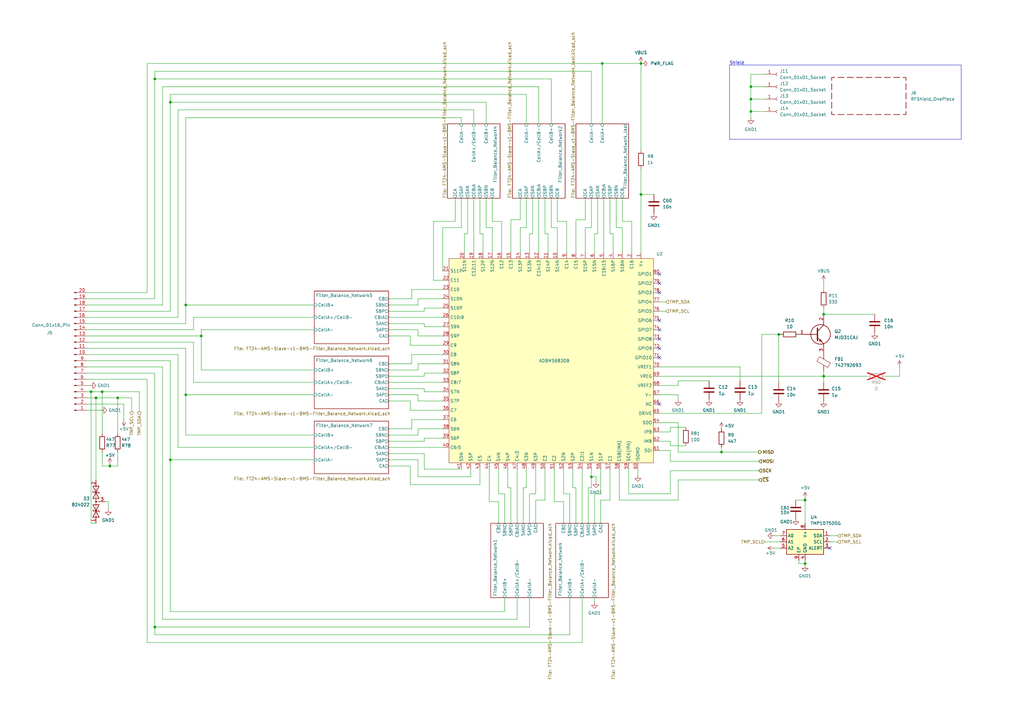
<source format=kicad_sch>
(kicad_sch
	(version 20231120)
	(generator "eeschema")
	(generator_version "8.0")
	(uuid "eac0d246-42a5-4809-bf96-35a1f983d6b7")
	(paper "A3")
	(lib_symbols
		(symbol "ADBMS6830B:ADBMS6830B"
			(exclude_from_sim no)
			(in_bom yes)
			(on_board yes)
			(property "Reference" "U"
				(at 44.45 44.45 0)
				(effects
					(font
						(size 1.27 1.27)
					)
				)
			)
			(property "Value" "ADBMS6830B"
				(at 0 0 0)
				(effects
					(font
						(size 1.27 1.27)
					)
				)
			)
			(property "Footprint" ""
				(at -69.85 87.63 0)
				(effects
					(font
						(size 1.27 1.27)
					)
					(hide yes)
				)
			)
			(property "Datasheet" ""
				(at -69.85 87.63 0)
				(effects
					(font
						(size 1.27 1.27)
					)
					(hide yes)
				)
			)
			(property "Description" ""
				(at 0 0 0)
				(effects
					(font
						(size 1.27 1.27)
					)
					(hide yes)
				)
			)
			(symbol "ADBMS6830B_1_0"
				(pin input line
					(at -5.08 44.45 270)
					(length 2.54)
					(name "C14:13"
						(effects
							(font
								(size 1.27 1.27)
							)
						)
					)
					(number "12"
						(effects
							(font
								(size 1.27 1.27)
							)
						)
					)
				)
				(pin input line
					(at -44.45 17.78 0)
					(length 2.54)
					(name "C10:9"
						(effects
							(font
								(size 1.27 1.27)
							)
						)
					)
					(number "26"
						(effects
							(font
								(size 1.27 1.27)
							)
						)
					)
				)
				(pin input line
					(at -44.45 -8.89 0)
					(length 2.54)
					(name "C8:7"
						(effects
							(font
								(size 1.27 1.27)
							)
						)
					)
					(number "33"
						(effects
							(font
								(size 1.27 1.27)
							)
						)
					)
				)
				(pin input line
					(at -44.45 -35.56 0)
					(length 2.54)
					(name "C6:5"
						(effects
							(font
								(size 1.27 1.27)
							)
						)
					)
					(number "40"
						(effects
							(font
								(size 1.27 1.27)
							)
						)
					)
				)
				(pin input line
					(at -13.97 -44.45 90)
					(length 2.54)
					(name "C4:3"
						(effects
							(font
								(size 1.27 1.27)
							)
						)
					)
					(number "47"
						(effects
							(font
								(size 1.27 1.27)
							)
						)
					)
				)
				(pin input line
					(at 12.7 -44.45 90)
					(length 2.54)
					(name "C2:1"
						(effects
							(font
								(size 1.27 1.27)
							)
						)
					)
					(number "54"
						(effects
							(font
								(size 1.27 1.27)
							)
						)
					)
				)
				(pin input line
					(at 44.45 -17.78 180)
					(length 2.54)
					(name "NC"
						(effects
							(font
								(size 1.27 1.27)
							)
						)
					)
					(number "66"
						(effects
							(font
								(size 1.27 1.27)
							)
						)
					)
				)
				(pin input line
					(at 44.45 1.27 180)
					(length 2.54)
					(name "GPIO10"
						(effects
							(font
								(size 1.27 1.27)
							)
						)
					)
					(number "71"
						(effects
							(font
								(size 1.27 1.27)
							)
						)
					)
				)
			)
			(symbol "ADBMS6830B_1_1"
				(rectangle
					(start -41.91 41.91)
					(end 41.91 -41.91)
					(stroke
						(width 0)
						(type default)
					)
					(fill
						(type background)
					)
				)
				(pin input line
					(at 36.83 44.45 270)
					(length 2.54)
					(name "V+"
						(effects
							(font
								(size 1.27 1.27)
							)
						)
					)
					(number "1"
						(effects
							(font
								(size 1.27 1.27)
							)
						)
					)
				)
				(pin input line
					(at 2.54 44.45 270)
					(length 2.54)
					(name "S14N"
						(effects
							(font
								(size 1.27 1.27)
							)
						)
					)
					(number "10"
						(effects
							(font
								(size 1.27 1.27)
							)
						)
					)
				)
				(pin input line
					(at -1.27 44.45 270)
					(length 2.54)
					(name "S14P"
						(effects
							(font
								(size 1.27 1.27)
							)
						)
					)
					(number "11"
						(effects
							(font
								(size 1.27 1.27)
							)
						)
					)
				)
				(pin input line
					(at -8.89 44.45 270)
					(length 2.54)
					(name "S13N"
						(effects
							(font
								(size 1.27 1.27)
							)
						)
					)
					(number "13"
						(effects
							(font
								(size 1.27 1.27)
							)
						)
					)
				)
				(pin input line
					(at -12.7 44.45 270)
					(length 2.54)
					(name "S13P"
						(effects
							(font
								(size 1.27 1.27)
							)
						)
					)
					(number "14"
						(effects
							(font
								(size 1.27 1.27)
							)
						)
					)
				)
				(pin input line
					(at -16.51 44.45 270)
					(length 2.54)
					(name "C13"
						(effects
							(font
								(size 1.27 1.27)
							)
						)
					)
					(number "15"
						(effects
							(font
								(size 1.27 1.27)
							)
						)
					)
				)
				(pin input line
					(at -20.32 44.45 270)
					(length 2.54)
					(name "C12"
						(effects
							(font
								(size 1.27 1.27)
							)
						)
					)
					(number "16"
						(effects
							(font
								(size 1.27 1.27)
							)
						)
					)
				)
				(pin input line
					(at -24.13 44.45 270)
					(length 2.54)
					(name "S12N"
						(effects
							(font
								(size 1.27 1.27)
							)
						)
					)
					(number "17"
						(effects
							(font
								(size 1.27 1.27)
							)
						)
					)
				)
				(pin input line
					(at -27.94 44.45 270)
					(length 2.54)
					(name "S12P"
						(effects
							(font
								(size 1.27 1.27)
							)
						)
					)
					(number "18"
						(effects
							(font
								(size 1.27 1.27)
							)
						)
					)
				)
				(pin input line
					(at -31.75 44.45 270)
					(length 2.54)
					(name "C12:11"
						(effects
							(font
								(size 1.27 1.27)
							)
						)
					)
					(number "19"
						(effects
							(font
								(size 1.27 1.27)
							)
						)
					)
				)
				(pin input line
					(at 33.02 44.45 270)
					(length 2.54)
					(name "C16"
						(effects
							(font
								(size 1.27 1.27)
							)
						)
					)
					(number "2"
						(effects
							(font
								(size 1.27 1.27)
							)
						)
					)
				)
				(pin input line
					(at -35.56 44.45 270)
					(length 2.54)
					(name "S11N"
						(effects
							(font
								(size 1.27 1.27)
							)
						)
					)
					(number "20"
						(effects
							(font
								(size 1.27 1.27)
							)
						)
					)
				)
				(pin input line
					(at -44.45 36.83 0)
					(length 2.54)
					(name "S11P"
						(effects
							(font
								(size 1.27 1.27)
							)
						)
					)
					(number "21"
						(effects
							(font
								(size 1.27 1.27)
							)
						)
					)
				)
				(pin input line
					(at -44.45 33.02 0)
					(length 2.54)
					(name "C11"
						(effects
							(font
								(size 1.27 1.27)
							)
						)
					)
					(number "22"
						(effects
							(font
								(size 1.27 1.27)
							)
						)
					)
				)
				(pin input line
					(at -44.45 29.21 0)
					(length 2.54)
					(name "C10"
						(effects
							(font
								(size 1.27 1.27)
							)
						)
					)
					(number "23"
						(effects
							(font
								(size 1.27 1.27)
							)
						)
					)
				)
				(pin input line
					(at -44.45 25.4 0)
					(length 2.54)
					(name "S10N"
						(effects
							(font
								(size 1.27 1.27)
							)
						)
					)
					(number "24"
						(effects
							(font
								(size 1.27 1.27)
							)
						)
					)
				)
				(pin input line
					(at -44.45 21.59 0)
					(length 2.54)
					(name "S10P"
						(effects
							(font
								(size 1.27 1.27)
							)
						)
					)
					(number "25"
						(effects
							(font
								(size 1.27 1.27)
							)
						)
					)
				)
				(pin input line
					(at -44.45 13.97 0)
					(length 2.54)
					(name "S9N"
						(effects
							(font
								(size 1.27 1.27)
							)
						)
					)
					(number "27"
						(effects
							(font
								(size 1.27 1.27)
							)
						)
					)
				)
				(pin input line
					(at -44.45 10.16 0)
					(length 2.54)
					(name "S9P"
						(effects
							(font
								(size 1.27 1.27)
							)
						)
					)
					(number "28"
						(effects
							(font
								(size 1.27 1.27)
							)
						)
					)
				)
				(pin input line
					(at -44.45 6.35 0)
					(length 2.54)
					(name "C9"
						(effects
							(font
								(size 1.27 1.27)
							)
						)
					)
					(number "29"
						(effects
							(font
								(size 1.27 1.27)
							)
						)
					)
				)
				(pin input line
					(at 29.21 44.45 270)
					(length 2.54)
					(name "S16N"
						(effects
							(font
								(size 1.27 1.27)
							)
						)
					)
					(number "3"
						(effects
							(font
								(size 1.27 1.27)
							)
						)
					)
				)
				(pin input line
					(at -44.45 2.54 0)
					(length 2.54)
					(name "C8"
						(effects
							(font
								(size 1.27 1.27)
							)
						)
					)
					(number "30"
						(effects
							(font
								(size 1.27 1.27)
							)
						)
					)
				)
				(pin input line
					(at -44.45 -1.27 0)
					(length 2.54)
					(name "S8N"
						(effects
							(font
								(size 1.27 1.27)
							)
						)
					)
					(number "31"
						(effects
							(font
								(size 1.27 1.27)
							)
						)
					)
				)
				(pin input line
					(at -44.45 -5.08 0)
					(length 2.54)
					(name "S8P"
						(effects
							(font
								(size 1.27 1.27)
							)
						)
					)
					(number "32"
						(effects
							(font
								(size 1.27 1.27)
							)
						)
					)
				)
				(pin input line
					(at -44.45 -12.7 0)
					(length 2.54)
					(name "S7N"
						(effects
							(font
								(size 1.27 1.27)
							)
						)
					)
					(number "34"
						(effects
							(font
								(size 1.27 1.27)
							)
						)
					)
				)
				(pin input line
					(at -44.45 -16.51 0)
					(length 2.54)
					(name "S7P"
						(effects
							(font
								(size 1.27 1.27)
							)
						)
					)
					(number "35"
						(effects
							(font
								(size 1.27 1.27)
							)
						)
					)
				)
				(pin input line
					(at -44.45 -20.32 0)
					(length 2.54)
					(name "C7"
						(effects
							(font
								(size 1.27 1.27)
							)
						)
					)
					(number "36"
						(effects
							(font
								(size 1.27 1.27)
							)
						)
					)
				)
				(pin input line
					(at -44.45 -24.13 0)
					(length 2.54)
					(name "C6"
						(effects
							(font
								(size 1.27 1.27)
							)
						)
					)
					(number "37"
						(effects
							(font
								(size 1.27 1.27)
							)
						)
					)
				)
				(pin input line
					(at -44.45 -27.94 0)
					(length 2.54)
					(name "S6N"
						(effects
							(font
								(size 1.27 1.27)
							)
						)
					)
					(number "38"
						(effects
							(font
								(size 1.27 1.27)
							)
						)
					)
				)
				(pin input line
					(at -44.45 -31.75 0)
					(length 2.54)
					(name "S6P"
						(effects
							(font
								(size 1.27 1.27)
							)
						)
					)
					(number "39"
						(effects
							(font
								(size 1.27 1.27)
							)
						)
					)
				)
				(pin input line
					(at 25.4 44.45 270)
					(length 2.54)
					(name "S16P"
						(effects
							(font
								(size 1.27 1.27)
							)
						)
					)
					(number "4"
						(effects
							(font
								(size 1.27 1.27)
							)
						)
					)
				)
				(pin input line
					(at -36.83 -44.45 90)
					(length 2.54)
					(name "S5N"
						(effects
							(font
								(size 1.27 1.27)
							)
						)
					)
					(number "41"
						(effects
							(font
								(size 1.27 1.27)
							)
						)
					)
				)
				(pin input line
					(at -33.02 -44.45 90)
					(length 2.54)
					(name "S5P"
						(effects
							(font
								(size 1.27 1.27)
							)
						)
					)
					(number "42"
						(effects
							(font
								(size 1.27 1.27)
							)
						)
					)
				)
				(pin input line
					(at -29.21 -44.45 90)
					(length 2.54)
					(name "C5"
						(effects
							(font
								(size 1.27 1.27)
							)
						)
					)
					(number "43"
						(effects
							(font
								(size 1.27 1.27)
							)
						)
					)
				)
				(pin input line
					(at -25.4 -44.45 90)
					(length 2.54)
					(name "C4"
						(effects
							(font
								(size 1.27 1.27)
							)
						)
					)
					(number "44"
						(effects
							(font
								(size 1.27 1.27)
							)
						)
					)
				)
				(pin input line
					(at -21.59 -44.45 90)
					(length 2.54)
					(name "S4N"
						(effects
							(font
								(size 1.27 1.27)
							)
						)
					)
					(number "45"
						(effects
							(font
								(size 1.27 1.27)
							)
						)
					)
				)
				(pin input line
					(at -17.78 -44.45 90)
					(length 2.54)
					(name "S4P"
						(effects
							(font
								(size 1.27 1.27)
							)
						)
					)
					(number "46"
						(effects
							(font
								(size 1.27 1.27)
							)
						)
					)
				)
				(pin input line
					(at -10.16 -44.45 90)
					(length 2.54)
					(name "S3N"
						(effects
							(font
								(size 1.27 1.27)
							)
						)
					)
					(number "48"
						(effects
							(font
								(size 1.27 1.27)
							)
						)
					)
				)
				(pin input line
					(at -6.35 -44.45 90)
					(length 2.54)
					(name "S3P"
						(effects
							(font
								(size 1.27 1.27)
							)
						)
					)
					(number "49"
						(effects
							(font
								(size 1.27 1.27)
							)
						)
					)
				)
				(pin input line
					(at 21.59 44.45 270)
					(length 2.54)
					(name "C16:15"
						(effects
							(font
								(size 1.27 1.27)
							)
						)
					)
					(number "5"
						(effects
							(font
								(size 1.27 1.27)
							)
						)
					)
				)
				(pin input line
					(at -2.54 -44.45 90)
					(length 2.54)
					(name "C3"
						(effects
							(font
								(size 1.27 1.27)
							)
						)
					)
					(number "50"
						(effects
							(font
								(size 1.27 1.27)
							)
						)
					)
				)
				(pin input line
					(at 1.27 -44.45 90)
					(length 2.54)
					(name "C2"
						(effects
							(font
								(size 1.27 1.27)
							)
						)
					)
					(number "51"
						(effects
							(font
								(size 1.27 1.27)
							)
						)
					)
				)
				(pin input line
					(at 5.08 -44.45 90)
					(length 2.54)
					(name "S2N"
						(effects
							(font
								(size 1.27 1.27)
							)
						)
					)
					(number "52"
						(effects
							(font
								(size 1.27 1.27)
							)
						)
					)
				)
				(pin input line
					(at 8.89 -44.45 90)
					(length 2.54)
					(name "S2P"
						(effects
							(font
								(size 1.27 1.27)
							)
						)
					)
					(number "53"
						(effects
							(font
								(size 1.27 1.27)
							)
						)
					)
				)
				(pin input line
					(at 16.51 -44.45 90)
					(length 2.54)
					(name "S1N"
						(effects
							(font
								(size 1.27 1.27)
							)
						)
					)
					(number "55"
						(effects
							(font
								(size 1.27 1.27)
							)
						)
					)
				)
				(pin input line
					(at 20.32 -44.45 90)
					(length 2.54)
					(name "S1P"
						(effects
							(font
								(size 1.27 1.27)
							)
						)
					)
					(number "56"
						(effects
							(font
								(size 1.27 1.27)
							)
						)
					)
				)
				(pin input line
					(at 24.13 -44.45 90)
					(length 2.54)
					(name "C1"
						(effects
							(font
								(size 1.27 1.27)
							)
						)
					)
					(number "57"
						(effects
							(font
								(size 1.27 1.27)
							)
						)
					)
				)
				(pin input line
					(at 27.94 -44.45 90)
					(length 2.54)
					(name "CSB(IMA)"
						(effects
							(font
								(size 1.27 1.27)
							)
						)
					)
					(number "58"
						(effects
							(font
								(size 1.27 1.27)
							)
						)
					)
				)
				(pin input line
					(at 31.75 -44.45 90)
					(length 2.54)
					(name "SCK(IPA)"
						(effects
							(font
								(size 1.27 1.27)
							)
						)
					)
					(number "59"
						(effects
							(font
								(size 1.27 1.27)
							)
						)
					)
				)
				(pin input line
					(at 17.78 44.45 270)
					(length 2.54)
					(name "S15N"
						(effects
							(font
								(size 1.27 1.27)
							)
						)
					)
					(number "6"
						(effects
							(font
								(size 1.27 1.27)
							)
						)
					)
				)
				(pin input line
					(at 35.56 -44.45 90)
					(length 2.54)
					(name "ISOMD"
						(effects
							(font
								(size 1.27 1.27)
							)
						)
					)
					(number "60"
						(effects
							(font
								(size 1.27 1.27)
							)
						)
					)
				)
				(pin input line
					(at 44.45 -36.83 180)
					(length 2.54)
					(name "SDI"
						(effects
							(font
								(size 1.27 1.27)
							)
						)
					)
					(number "61"
						(effects
							(font
								(size 1.27 1.27)
							)
						)
					)
				)
				(pin input line
					(at 44.45 -33.02 180)
					(length 2.54)
					(name "IMB"
						(effects
							(font
								(size 1.27 1.27)
							)
						)
					)
					(number "62"
						(effects
							(font
								(size 1.27 1.27)
							)
						)
					)
				)
				(pin input line
					(at 44.45 -29.21 180)
					(length 2.54)
					(name "IPB"
						(effects
							(font
								(size 1.27 1.27)
							)
						)
					)
					(number "63"
						(effects
							(font
								(size 1.27 1.27)
							)
						)
					)
				)
				(pin input line
					(at 44.45 -25.4 180)
					(length 2.54)
					(name "SDO"
						(effects
							(font
								(size 1.27 1.27)
							)
						)
					)
					(number "64"
						(effects
							(font
								(size 1.27 1.27)
							)
						)
					)
				)
				(pin input line
					(at 44.45 -21.59 180)
					(length 2.54)
					(name "DRIVE"
						(effects
							(font
								(size 1.27 1.27)
							)
						)
					)
					(number "65"
						(effects
							(font
								(size 1.27 1.27)
							)
						)
					)
				)
				(pin input line
					(at 44.45 -13.97 180)
					(length 2.54)
					(name "V-"
						(effects
							(font
								(size 1.27 1.27)
							)
						)
					)
					(number "67"
						(effects
							(font
								(size 1.27 1.27)
							)
						)
					)
				)
				(pin input line
					(at 44.45 -10.16 180)
					(length 2.54)
					(name "VREF2"
						(effects
							(font
								(size 1.27 1.27)
							)
						)
					)
					(number "68"
						(effects
							(font
								(size 1.27 1.27)
							)
						)
					)
				)
				(pin input line
					(at 44.45 -6.35 180)
					(length 2.54)
					(name "VREG"
						(effects
							(font
								(size 1.27 1.27)
							)
						)
					)
					(number "69"
						(effects
							(font
								(size 1.27 1.27)
							)
						)
					)
				)
				(pin input line
					(at 13.97 44.45 270)
					(length 2.54)
					(name "S15P"
						(effects
							(font
								(size 1.27 1.27)
							)
						)
					)
					(number "7"
						(effects
							(font
								(size 1.27 1.27)
							)
						)
					)
				)
				(pin input line
					(at 44.45 -2.54 180)
					(length 2.54)
					(name "VREF1"
						(effects
							(font
								(size 1.27 1.27)
							)
						)
					)
					(number "70"
						(effects
							(font
								(size 1.27 1.27)
							)
						)
					)
				)
				(pin input line
					(at 44.45 5.08 180)
					(length 2.54)
					(name "GPIO9"
						(effects
							(font
								(size 1.27 1.27)
							)
						)
					)
					(number "72"
						(effects
							(font
								(size 1.27 1.27)
							)
						)
					)
				)
				(pin input line
					(at 44.45 8.89 180)
					(length 2.54)
					(name "GPIO8"
						(effects
							(font
								(size 1.27 1.27)
							)
						)
					)
					(number "73"
						(effects
							(font
								(size 1.27 1.27)
							)
						)
					)
				)
				(pin input line
					(at 44.45 12.7 180)
					(length 2.54)
					(name "GPIO7"
						(effects
							(font
								(size 1.27 1.27)
							)
						)
					)
					(number "74"
						(effects
							(font
								(size 1.27 1.27)
							)
						)
					)
				)
				(pin input line
					(at 44.45 16.51 180)
					(length 2.54)
					(name "GPIO6"
						(effects
							(font
								(size 1.27 1.27)
							)
						)
					)
					(number "75"
						(effects
							(font
								(size 1.27 1.27)
							)
						)
					)
				)
				(pin input line
					(at 44.45 20.32 180)
					(length 2.54)
					(name "GPIO5"
						(effects
							(font
								(size 1.27 1.27)
							)
						)
					)
					(number "76"
						(effects
							(font
								(size 1.27 1.27)
							)
						)
					)
				)
				(pin input line
					(at 44.45 24.13 180)
					(length 2.54)
					(name "GPIO4"
						(effects
							(font
								(size 1.27 1.27)
							)
						)
					)
					(number "77"
						(effects
							(font
								(size 1.27 1.27)
							)
						)
					)
				)
				(pin input line
					(at 44.45 27.94 180)
					(length 2.54)
					(name "GPIO3"
						(effects
							(font
								(size 1.27 1.27)
							)
						)
					)
					(number "78"
						(effects
							(font
								(size 1.27 1.27)
							)
						)
					)
				)
				(pin input line
					(at 44.45 31.75 180)
					(length 2.54)
					(name "GPIO2"
						(effects
							(font
								(size 1.27 1.27)
							)
						)
					)
					(number "79"
						(effects
							(font
								(size 1.27 1.27)
							)
						)
					)
				)
				(pin input line
					(at 10.16 44.45 270)
					(length 2.54)
					(name "C15"
						(effects
							(font
								(size 1.27 1.27)
							)
						)
					)
					(number "8"
						(effects
							(font
								(size 1.27 1.27)
							)
						)
					)
				)
				(pin input line
					(at 44.45 35.56 180)
					(length 2.54)
					(name "GPIO1"
						(effects
							(font
								(size 1.27 1.27)
							)
						)
					)
					(number "80"
						(effects
							(font
								(size 1.27 1.27)
							)
						)
					)
				)
				(pin input line
					(at 6.35 44.45 270)
					(length 2.54)
					(name "C14"
						(effects
							(font
								(size 1.27 1.27)
							)
						)
					)
					(number "9"
						(effects
							(font
								(size 1.27 1.27)
							)
						)
					)
				)
			)
		)
		(symbol "Connector:Conn_01x01_Socket"
			(pin_names
				(offset 1.016) hide)
			(exclude_from_sim no)
			(in_bom yes)
			(on_board yes)
			(property "Reference" "J"
				(at 0 2.54 0)
				(effects
					(font
						(size 1.27 1.27)
					)
				)
			)
			(property "Value" "Conn_01x01_Socket"
				(at 0 -2.54 0)
				(effects
					(font
						(size 1.27 1.27)
					)
				)
			)
			(property "Footprint" ""
				(at 0 0 0)
				(effects
					(font
						(size 1.27 1.27)
					)
					(hide yes)
				)
			)
			(property "Datasheet" "~"
				(at 0 0 0)
				(effects
					(font
						(size 1.27 1.27)
					)
					(hide yes)
				)
			)
			(property "Description" "Generic connector, single row, 01x01, script generated"
				(at 0 0 0)
				(effects
					(font
						(size 1.27 1.27)
					)
					(hide yes)
				)
			)
			(property "ki_locked" ""
				(at 0 0 0)
				(effects
					(font
						(size 1.27 1.27)
					)
				)
			)
			(property "ki_keywords" "connector"
				(at 0 0 0)
				(effects
					(font
						(size 1.27 1.27)
					)
					(hide yes)
				)
			)
			(property "ki_fp_filters" "Connector*:*_1x??_*"
				(at 0 0 0)
				(effects
					(font
						(size 1.27 1.27)
					)
					(hide yes)
				)
			)
			(symbol "Conn_01x01_Socket_1_1"
				(polyline
					(pts
						(xy -1.27 0) (xy -0.508 0)
					)
					(stroke
						(width 0.1524)
						(type default)
					)
					(fill
						(type none)
					)
				)
				(arc
					(start 0 0.508)
					(mid -0.5058 0)
					(end 0 -0.508)
					(stroke
						(width 0.1524)
						(type default)
					)
					(fill
						(type none)
					)
				)
				(pin passive line
					(at -5.08 0 0)
					(length 3.81)
					(name "Pin_1"
						(effects
							(font
								(size 1.27 1.27)
							)
						)
					)
					(number "1"
						(effects
							(font
								(size 1.27 1.27)
							)
						)
					)
				)
			)
		)
		(symbol "Connector:Conn_01x20_Pin"
			(pin_names
				(offset 1.016) hide)
			(exclude_from_sim no)
			(in_bom yes)
			(on_board yes)
			(property "Reference" "J"
				(at 0 25.4 0)
				(effects
					(font
						(size 1.27 1.27)
					)
				)
			)
			(property "Value" "Conn_01x20_Pin"
				(at 0 -27.94 0)
				(effects
					(font
						(size 1.27 1.27)
					)
				)
			)
			(property "Footprint" ""
				(at 0 0 0)
				(effects
					(font
						(size 1.27 1.27)
					)
					(hide yes)
				)
			)
			(property "Datasheet" "~"
				(at 0 0 0)
				(effects
					(font
						(size 1.27 1.27)
					)
					(hide yes)
				)
			)
			(property "Description" "Generic connector, single row, 01x20, script generated"
				(at 0 0 0)
				(effects
					(font
						(size 1.27 1.27)
					)
					(hide yes)
				)
			)
			(property "ki_locked" ""
				(at 0 0 0)
				(effects
					(font
						(size 1.27 1.27)
					)
				)
			)
			(property "ki_keywords" "connector"
				(at 0 0 0)
				(effects
					(font
						(size 1.27 1.27)
					)
					(hide yes)
				)
			)
			(property "ki_fp_filters" "Connector*:*_1x??_*"
				(at 0 0 0)
				(effects
					(font
						(size 1.27 1.27)
					)
					(hide yes)
				)
			)
			(symbol "Conn_01x20_Pin_1_1"
				(polyline
					(pts
						(xy 1.27 -25.4) (xy 0.8636 -25.4)
					)
					(stroke
						(width 0.1524)
						(type default)
					)
					(fill
						(type none)
					)
				)
				(polyline
					(pts
						(xy 1.27 -22.86) (xy 0.8636 -22.86)
					)
					(stroke
						(width 0.1524)
						(type default)
					)
					(fill
						(type none)
					)
				)
				(polyline
					(pts
						(xy 1.27 -20.32) (xy 0.8636 -20.32)
					)
					(stroke
						(width 0.1524)
						(type default)
					)
					(fill
						(type none)
					)
				)
				(polyline
					(pts
						(xy 1.27 -17.78) (xy 0.8636 -17.78)
					)
					(stroke
						(width 0.1524)
						(type default)
					)
					(fill
						(type none)
					)
				)
				(polyline
					(pts
						(xy 1.27 -15.24) (xy 0.8636 -15.24)
					)
					(stroke
						(width 0.1524)
						(type default)
					)
					(fill
						(type none)
					)
				)
				(polyline
					(pts
						(xy 1.27 -12.7) (xy 0.8636 -12.7)
					)
					(stroke
						(width 0.1524)
						(type default)
					)
					(fill
						(type none)
					)
				)
				(polyline
					(pts
						(xy 1.27 -10.16) (xy 0.8636 -10.16)
					)
					(stroke
						(width 0.1524)
						(type default)
					)
					(fill
						(type none)
					)
				)
				(polyline
					(pts
						(xy 1.27 -7.62) (xy 0.8636 -7.62)
					)
					(stroke
						(width 0.1524)
						(type default)
					)
					(fill
						(type none)
					)
				)
				(polyline
					(pts
						(xy 1.27 -5.08) (xy 0.8636 -5.08)
					)
					(stroke
						(width 0.1524)
						(type default)
					)
					(fill
						(type none)
					)
				)
				(polyline
					(pts
						(xy 1.27 -2.54) (xy 0.8636 -2.54)
					)
					(stroke
						(width 0.1524)
						(type default)
					)
					(fill
						(type none)
					)
				)
				(polyline
					(pts
						(xy 1.27 0) (xy 0.8636 0)
					)
					(stroke
						(width 0.1524)
						(type default)
					)
					(fill
						(type none)
					)
				)
				(polyline
					(pts
						(xy 1.27 2.54) (xy 0.8636 2.54)
					)
					(stroke
						(width 0.1524)
						(type default)
					)
					(fill
						(type none)
					)
				)
				(polyline
					(pts
						(xy 1.27 5.08) (xy 0.8636 5.08)
					)
					(stroke
						(width 0.1524)
						(type default)
					)
					(fill
						(type none)
					)
				)
				(polyline
					(pts
						(xy 1.27 7.62) (xy 0.8636 7.62)
					)
					(stroke
						(width 0.1524)
						(type default)
					)
					(fill
						(type none)
					)
				)
				(polyline
					(pts
						(xy 1.27 10.16) (xy 0.8636 10.16)
					)
					(stroke
						(width 0.1524)
						(type default)
					)
					(fill
						(type none)
					)
				)
				(polyline
					(pts
						(xy 1.27 12.7) (xy 0.8636 12.7)
					)
					(stroke
						(width 0.1524)
						(type default)
					)
					(fill
						(type none)
					)
				)
				(polyline
					(pts
						(xy 1.27 15.24) (xy 0.8636 15.24)
					)
					(stroke
						(width 0.1524)
						(type default)
					)
					(fill
						(type none)
					)
				)
				(polyline
					(pts
						(xy 1.27 17.78) (xy 0.8636 17.78)
					)
					(stroke
						(width 0.1524)
						(type default)
					)
					(fill
						(type none)
					)
				)
				(polyline
					(pts
						(xy 1.27 20.32) (xy 0.8636 20.32)
					)
					(stroke
						(width 0.1524)
						(type default)
					)
					(fill
						(type none)
					)
				)
				(polyline
					(pts
						(xy 1.27 22.86) (xy 0.8636 22.86)
					)
					(stroke
						(width 0.1524)
						(type default)
					)
					(fill
						(type none)
					)
				)
				(rectangle
					(start 0.8636 -25.273)
					(end 0 -25.527)
					(stroke
						(width 0.1524)
						(type default)
					)
					(fill
						(type outline)
					)
				)
				(rectangle
					(start 0.8636 -22.733)
					(end 0 -22.987)
					(stroke
						(width 0.1524)
						(type default)
					)
					(fill
						(type outline)
					)
				)
				(rectangle
					(start 0.8636 -20.193)
					(end 0 -20.447)
					(stroke
						(width 0.1524)
						(type default)
					)
					(fill
						(type outline)
					)
				)
				(rectangle
					(start 0.8636 -17.653)
					(end 0 -17.907)
					(stroke
						(width 0.1524)
						(type default)
					)
					(fill
						(type outline)
					)
				)
				(rectangle
					(start 0.8636 -15.113)
					(end 0 -15.367)
					(stroke
						(width 0.1524)
						(type default)
					)
					(fill
						(type outline)
					)
				)
				(rectangle
					(start 0.8636 -12.573)
					(end 0 -12.827)
					(stroke
						(width 0.1524)
						(type default)
					)
					(fill
						(type outline)
					)
				)
				(rectangle
					(start 0.8636 -10.033)
					(end 0 -10.287)
					(stroke
						(width 0.1524)
						(type default)
					)
					(fill
						(type outline)
					)
				)
				(rectangle
					(start 0.8636 -7.493)
					(end 0 -7.747)
					(stroke
						(width 0.1524)
						(type default)
					)
					(fill
						(type outline)
					)
				)
				(rectangle
					(start 0.8636 -4.953)
					(end 0 -5.207)
					(stroke
						(width 0.1524)
						(type default)
					)
					(fill
						(type outline)
					)
				)
				(rectangle
					(start 0.8636 -2.413)
					(end 0 -2.667)
					(stroke
						(width 0.1524)
						(type default)
					)
					(fill
						(type outline)
					)
				)
				(rectangle
					(start 0.8636 0.127)
					(end 0 -0.127)
					(stroke
						(width 0.1524)
						(type default)
					)
					(fill
						(type outline)
					)
				)
				(rectangle
					(start 0.8636 2.667)
					(end 0 2.413)
					(stroke
						(width 0.1524)
						(type default)
					)
					(fill
						(type outline)
					)
				)
				(rectangle
					(start 0.8636 5.207)
					(end 0 4.953)
					(stroke
						(width 0.1524)
						(type default)
					)
					(fill
						(type outline)
					)
				)
				(rectangle
					(start 0.8636 7.747)
					(end 0 7.493)
					(stroke
						(width 0.1524)
						(type default)
					)
					(fill
						(type outline)
					)
				)
				(rectangle
					(start 0.8636 10.287)
					(end 0 10.033)
					(stroke
						(width 0.1524)
						(type default)
					)
					(fill
						(type outline)
					)
				)
				(rectangle
					(start 0.8636 12.827)
					(end 0 12.573)
					(stroke
						(width 0.1524)
						(type default)
					)
					(fill
						(type outline)
					)
				)
				(rectangle
					(start 0.8636 15.367)
					(end 0 15.113)
					(stroke
						(width 0.1524)
						(type default)
					)
					(fill
						(type outline)
					)
				)
				(rectangle
					(start 0.8636 17.907)
					(end 0 17.653)
					(stroke
						(width 0.1524)
						(type default)
					)
					(fill
						(type outline)
					)
				)
				(rectangle
					(start 0.8636 20.447)
					(end 0 20.193)
					(stroke
						(width 0.1524)
						(type default)
					)
					(fill
						(type outline)
					)
				)
				(rectangle
					(start 0.8636 22.987)
					(end 0 22.733)
					(stroke
						(width 0.1524)
						(type default)
					)
					(fill
						(type outline)
					)
				)
				(pin passive line
					(at 5.08 22.86 180)
					(length 3.81)
					(name "Pin_1"
						(effects
							(font
								(size 1.27 1.27)
							)
						)
					)
					(number "1"
						(effects
							(font
								(size 1.27 1.27)
							)
						)
					)
				)
				(pin passive line
					(at 5.08 0 180)
					(length 3.81)
					(name "Pin_10"
						(effects
							(font
								(size 1.27 1.27)
							)
						)
					)
					(number "10"
						(effects
							(font
								(size 1.27 1.27)
							)
						)
					)
				)
				(pin passive line
					(at 5.08 -2.54 180)
					(length 3.81)
					(name "Pin_11"
						(effects
							(font
								(size 1.27 1.27)
							)
						)
					)
					(number "11"
						(effects
							(font
								(size 1.27 1.27)
							)
						)
					)
				)
				(pin passive line
					(at 5.08 -5.08 180)
					(length 3.81)
					(name "Pin_12"
						(effects
							(font
								(size 1.27 1.27)
							)
						)
					)
					(number "12"
						(effects
							(font
								(size 1.27 1.27)
							)
						)
					)
				)
				(pin passive line
					(at 5.08 -7.62 180)
					(length 3.81)
					(name "Pin_13"
						(effects
							(font
								(size 1.27 1.27)
							)
						)
					)
					(number "13"
						(effects
							(font
								(size 1.27 1.27)
							)
						)
					)
				)
				(pin passive line
					(at 5.08 -10.16 180)
					(length 3.81)
					(name "Pin_14"
						(effects
							(font
								(size 1.27 1.27)
							)
						)
					)
					(number "14"
						(effects
							(font
								(size 1.27 1.27)
							)
						)
					)
				)
				(pin passive line
					(at 5.08 -12.7 180)
					(length 3.81)
					(name "Pin_15"
						(effects
							(font
								(size 1.27 1.27)
							)
						)
					)
					(number "15"
						(effects
							(font
								(size 1.27 1.27)
							)
						)
					)
				)
				(pin passive line
					(at 5.08 -15.24 180)
					(length 3.81)
					(name "Pin_16"
						(effects
							(font
								(size 1.27 1.27)
							)
						)
					)
					(number "16"
						(effects
							(font
								(size 1.27 1.27)
							)
						)
					)
				)
				(pin passive line
					(at 5.08 -17.78 180)
					(length 3.81)
					(name "Pin_17"
						(effects
							(font
								(size 1.27 1.27)
							)
						)
					)
					(number "17"
						(effects
							(font
								(size 1.27 1.27)
							)
						)
					)
				)
				(pin passive line
					(at 5.08 -20.32 180)
					(length 3.81)
					(name "Pin_18"
						(effects
							(font
								(size 1.27 1.27)
							)
						)
					)
					(number "18"
						(effects
							(font
								(size 1.27 1.27)
							)
						)
					)
				)
				(pin passive line
					(at 5.08 -22.86 180)
					(length 3.81)
					(name "Pin_19"
						(effects
							(font
								(size 1.27 1.27)
							)
						)
					)
					(number "19"
						(effects
							(font
								(size 1.27 1.27)
							)
						)
					)
				)
				(pin passive line
					(at 5.08 20.32 180)
					(length 3.81)
					(name "Pin_2"
						(effects
							(font
								(size 1.27 1.27)
							)
						)
					)
					(number "2"
						(effects
							(font
								(size 1.27 1.27)
							)
						)
					)
				)
				(pin passive line
					(at 5.08 -25.4 180)
					(length 3.81)
					(name "Pin_20"
						(effects
							(font
								(size 1.27 1.27)
							)
						)
					)
					(number "20"
						(effects
							(font
								(size 1.27 1.27)
							)
						)
					)
				)
				(pin passive line
					(at 5.08 17.78 180)
					(length 3.81)
					(name "Pin_3"
						(effects
							(font
								(size 1.27 1.27)
							)
						)
					)
					(number "3"
						(effects
							(font
								(size 1.27 1.27)
							)
						)
					)
				)
				(pin passive line
					(at 5.08 15.24 180)
					(length 3.81)
					(name "Pin_4"
						(effects
							(font
								(size 1.27 1.27)
							)
						)
					)
					(number "4"
						(effects
							(font
								(size 1.27 1.27)
							)
						)
					)
				)
				(pin passive line
					(at 5.08 12.7 180)
					(length 3.81)
					(name "Pin_5"
						(effects
							(font
								(size 1.27 1.27)
							)
						)
					)
					(number "5"
						(effects
							(font
								(size 1.27 1.27)
							)
						)
					)
				)
				(pin passive line
					(at 5.08 10.16 180)
					(length 3.81)
					(name "Pin_6"
						(effects
							(font
								(size 1.27 1.27)
							)
						)
					)
					(number "6"
						(effects
							(font
								(size 1.27 1.27)
							)
						)
					)
				)
				(pin passive line
					(at 5.08 7.62 180)
					(length 3.81)
					(name "Pin_7"
						(effects
							(font
								(size 1.27 1.27)
							)
						)
					)
					(number "7"
						(effects
							(font
								(size 1.27 1.27)
							)
						)
					)
				)
				(pin passive line
					(at 5.08 5.08 180)
					(length 3.81)
					(name "Pin_8"
						(effects
							(font
								(size 1.27 1.27)
							)
						)
					)
					(number "8"
						(effects
							(font
								(size 1.27 1.27)
							)
						)
					)
				)
				(pin passive line
					(at 5.08 2.54 180)
					(length 3.81)
					(name "Pin_9"
						(effects
							(font
								(size 1.27 1.27)
							)
						)
					)
					(number "9"
						(effects
							(font
								(size 1.27 1.27)
							)
						)
					)
				)
			)
		)
		(symbol "Device:C"
			(pin_numbers hide)
			(pin_names
				(offset 0.254)
			)
			(exclude_from_sim no)
			(in_bom yes)
			(on_board yes)
			(property "Reference" "C"
				(at 0.635 2.54 0)
				(effects
					(font
						(size 1.27 1.27)
					)
					(justify left)
				)
			)
			(property "Value" "C"
				(at 0.635 -2.54 0)
				(effects
					(font
						(size 1.27 1.27)
					)
					(justify left)
				)
			)
			(property "Footprint" ""
				(at 0.9652 -3.81 0)
				(effects
					(font
						(size 1.27 1.27)
					)
					(hide yes)
				)
			)
			(property "Datasheet" "~"
				(at 0 0 0)
				(effects
					(font
						(size 1.27 1.27)
					)
					(hide yes)
				)
			)
			(property "Description" "Unpolarized capacitor"
				(at 0 0 0)
				(effects
					(font
						(size 1.27 1.27)
					)
					(hide yes)
				)
			)
			(property "ki_keywords" "cap capacitor"
				(at 0 0 0)
				(effects
					(font
						(size 1.27 1.27)
					)
					(hide yes)
				)
			)
			(property "ki_fp_filters" "C_*"
				(at 0 0 0)
				(effects
					(font
						(size 1.27 1.27)
					)
					(hide yes)
				)
			)
			(symbol "C_0_1"
				(polyline
					(pts
						(xy -2.032 -0.762) (xy 2.032 -0.762)
					)
					(stroke
						(width 0.508)
						(type default)
					)
					(fill
						(type none)
					)
				)
				(polyline
					(pts
						(xy -2.032 0.762) (xy 2.032 0.762)
					)
					(stroke
						(width 0.508)
						(type default)
					)
					(fill
						(type none)
					)
				)
			)
			(symbol "C_1_1"
				(pin passive line
					(at 0 3.81 270)
					(length 2.794)
					(name "~"
						(effects
							(font
								(size 1.27 1.27)
							)
						)
					)
					(number "1"
						(effects
							(font
								(size 1.27 1.27)
							)
						)
					)
				)
				(pin passive line
					(at 0 -3.81 90)
					(length 2.794)
					(name "~"
						(effects
							(font
								(size 1.27 1.27)
							)
						)
					)
					(number "2"
						(effects
							(font
								(size 1.27 1.27)
							)
						)
					)
				)
			)
		)
		(symbol "Device:D_TVS_Dual_AAC"
			(pin_names
				(offset 1.016) hide)
			(exclude_from_sim no)
			(in_bom yes)
			(on_board yes)
			(property "Reference" "D"
				(at 0 4.445 0)
				(effects
					(font
						(size 1.27 1.27)
					)
				)
			)
			(property "Value" "D_TVS_Dual_AAC"
				(at 0 2.54 0)
				(effects
					(font
						(size 1.27 1.27)
					)
				)
			)
			(property "Footprint" ""
				(at -3.81 0 0)
				(effects
					(font
						(size 1.27 1.27)
					)
					(hide yes)
				)
			)
			(property "Datasheet" "~"
				(at -3.81 0 0)
				(effects
					(font
						(size 1.27 1.27)
					)
					(hide yes)
				)
			)
			(property "Description" "Bidirectional dual transient-voltage-suppression diode, center on pin 3"
				(at 0 0 0)
				(effects
					(font
						(size 1.27 1.27)
					)
					(hide yes)
				)
			)
			(property "ki_keywords" "diode TVS thyrector"
				(at 0 0 0)
				(effects
					(font
						(size 1.27 1.27)
					)
					(hide yes)
				)
			)
			(symbol "D_TVS_Dual_AAC_0_0"
				(polyline
					(pts
						(xy 0 -1.27) (xy 0 0)
					)
					(stroke
						(width 0)
						(type default)
					)
					(fill
						(type none)
					)
				)
			)
			(symbol "D_TVS_Dual_AAC_0_1"
				(polyline
					(pts
						(xy -6.35 0) (xy 6.35 0)
					)
					(stroke
						(width 0)
						(type default)
					)
					(fill
						(type none)
					)
				)
				(polyline
					(pts
						(xy -3.302 1.27) (xy -3.81 1.27) (xy -3.81 -1.27) (xy -4.318 -1.27)
					)
					(stroke
						(width 0.254)
						(type default)
					)
					(fill
						(type none)
					)
				)
				(polyline
					(pts
						(xy 4.318 1.27) (xy 3.81 1.27) (xy 3.81 -1.27) (xy 3.302 -1.27)
					)
					(stroke
						(width 0.254)
						(type default)
					)
					(fill
						(type none)
					)
				)
				(polyline
					(pts
						(xy -6.35 1.27) (xy -1.27 -1.27) (xy -1.27 1.27) (xy -6.35 -1.27) (xy -6.35 1.27)
					)
					(stroke
						(width 0.254)
						(type default)
					)
					(fill
						(type none)
					)
				)
				(polyline
					(pts
						(xy 6.35 1.27) (xy 1.27 -1.27) (xy 1.27 1.27) (xy 6.35 -1.27) (xy 6.35 1.27)
					)
					(stroke
						(width 0.254)
						(type default)
					)
					(fill
						(type none)
					)
				)
				(circle
					(center 0 0)
					(radius 0.254)
					(stroke
						(width 0)
						(type default)
					)
					(fill
						(type outline)
					)
				)
			)
			(symbol "D_TVS_Dual_AAC_1_1"
				(pin passive line
					(at -8.89 0 0)
					(length 2.54)
					(name "A1"
						(effects
							(font
								(size 1.27 1.27)
							)
						)
					)
					(number "1"
						(effects
							(font
								(size 1.27 1.27)
							)
						)
					)
				)
				(pin passive line
					(at 8.89 0 180)
					(length 2.54)
					(name "A2"
						(effects
							(font
								(size 1.27 1.27)
							)
						)
					)
					(number "2"
						(effects
							(font
								(size 1.27 1.27)
							)
						)
					)
				)
				(pin input line
					(at 0 -3.81 90)
					(length 2.54)
					(name "common"
						(effects
							(font
								(size 1.27 1.27)
							)
						)
					)
					(number "3"
						(effects
							(font
								(size 1.27 1.27)
							)
						)
					)
				)
			)
		)
		(symbol "Device:FerriteBead"
			(pin_numbers hide)
			(pin_names
				(offset 0)
			)
			(exclude_from_sim no)
			(in_bom yes)
			(on_board yes)
			(property "Reference" "FB"
				(at -3.81 0.635 90)
				(effects
					(font
						(size 1.27 1.27)
					)
				)
			)
			(property "Value" "FerriteBead"
				(at 3.81 0 90)
				(effects
					(font
						(size 1.27 1.27)
					)
				)
			)
			(property "Footprint" ""
				(at -1.778 0 90)
				(effects
					(font
						(size 1.27 1.27)
					)
					(hide yes)
				)
			)
			(property "Datasheet" "~"
				(at 0 0 0)
				(effects
					(font
						(size 1.27 1.27)
					)
					(hide yes)
				)
			)
			(property "Description" "Ferrite bead"
				(at 0 0 0)
				(effects
					(font
						(size 1.27 1.27)
					)
					(hide yes)
				)
			)
			(property "ki_keywords" "L ferrite bead inductor filter"
				(at 0 0 0)
				(effects
					(font
						(size 1.27 1.27)
					)
					(hide yes)
				)
			)
			(property "ki_fp_filters" "Inductor_* L_* *Ferrite*"
				(at 0 0 0)
				(effects
					(font
						(size 1.27 1.27)
					)
					(hide yes)
				)
			)
			(symbol "FerriteBead_0_1"
				(polyline
					(pts
						(xy 0 -1.27) (xy 0 -1.2192)
					)
					(stroke
						(width 0)
						(type default)
					)
					(fill
						(type none)
					)
				)
				(polyline
					(pts
						(xy 0 1.27) (xy 0 1.2954)
					)
					(stroke
						(width 0)
						(type default)
					)
					(fill
						(type none)
					)
				)
				(polyline
					(pts
						(xy -2.7686 0.4064) (xy -1.7018 2.2606) (xy 2.7686 -0.3048) (xy 1.6764 -2.159) (xy -2.7686 0.4064)
					)
					(stroke
						(width 0)
						(type default)
					)
					(fill
						(type none)
					)
				)
			)
			(symbol "FerriteBead_1_1"
				(pin passive line
					(at 0 3.81 270)
					(length 2.54)
					(name "~"
						(effects
							(font
								(size 1.27 1.27)
							)
						)
					)
					(number "1"
						(effects
							(font
								(size 1.27 1.27)
							)
						)
					)
				)
				(pin passive line
					(at 0 -3.81 90)
					(length 2.54)
					(name "~"
						(effects
							(font
								(size 1.27 1.27)
							)
						)
					)
					(number "2"
						(effects
							(font
								(size 1.27 1.27)
							)
						)
					)
				)
			)
		)
		(symbol "Device:R"
			(pin_numbers hide)
			(pin_names
				(offset 0)
			)
			(exclude_from_sim no)
			(in_bom yes)
			(on_board yes)
			(property "Reference" "R"
				(at 2.032 0 90)
				(effects
					(font
						(size 1.27 1.27)
					)
				)
			)
			(property "Value" "R"
				(at 0 0 90)
				(effects
					(font
						(size 1.27 1.27)
					)
				)
			)
			(property "Footprint" ""
				(at -1.778 0 90)
				(effects
					(font
						(size 1.27 1.27)
					)
					(hide yes)
				)
			)
			(property "Datasheet" "~"
				(at 0 0 0)
				(effects
					(font
						(size 1.27 1.27)
					)
					(hide yes)
				)
			)
			(property "Description" "Resistor"
				(at 0 0 0)
				(effects
					(font
						(size 1.27 1.27)
					)
					(hide yes)
				)
			)
			(property "ki_keywords" "R res resistor"
				(at 0 0 0)
				(effects
					(font
						(size 1.27 1.27)
					)
					(hide yes)
				)
			)
			(property "ki_fp_filters" "R_*"
				(at 0 0 0)
				(effects
					(font
						(size 1.27 1.27)
					)
					(hide yes)
				)
			)
			(symbol "R_0_1"
				(rectangle
					(start -1.016 -2.54)
					(end 1.016 2.54)
					(stroke
						(width 0.254)
						(type default)
					)
					(fill
						(type none)
					)
				)
			)
			(symbol "R_1_1"
				(pin passive line
					(at 0 3.81 270)
					(length 1.27)
					(name "~"
						(effects
							(font
								(size 1.27 1.27)
							)
						)
					)
					(number "1"
						(effects
							(font
								(size 1.27 1.27)
							)
						)
					)
				)
				(pin passive line
					(at 0 -3.81 90)
					(length 1.27)
					(name "~"
						(effects
							(font
								(size 1.27 1.27)
							)
						)
					)
					(number "2"
						(effects
							(font
								(size 1.27 1.27)
							)
						)
					)
				)
			)
		)
		(symbol "Device:RFShield_OnePiece"
			(pin_names
				(offset 1.016)
			)
			(exclude_from_sim no)
			(in_bom yes)
			(on_board yes)
			(property "Reference" "J6"
				(at 17.145 1.27 0)
				(effects
					(font
						(size 1.27 1.27)
					)
					(justify left)
				)
			)
			(property "Value" "RFShield_OnePiece"
				(at 17.145 -1.27 0)
				(effects
					(font
						(size 1.27 1.27)
					)
					(justify left)
				)
			)
			(property "Footprint" ""
				(at 0 -2.54 0)
				(effects
					(font
						(size 1.27 1.27)
					)
					(hide yes)
				)
			)
			(property "Datasheet" "~"
				(at 0 -2.54 0)
				(effects
					(font
						(size 1.27 1.27)
					)
					(hide yes)
				)
			)
			(property "Description" "One-piece EMI RF shielding cabinet"
				(at 0 0 0)
				(effects
					(font
						(size 1.27 1.27)
					)
					(hide yes)
				)
			)
			(property "ki_keywords" "RF EMI shielding cabinet"
				(at 0 0 0)
				(effects
					(font
						(size 1.27 1.27)
					)
					(hide yes)
				)
			)
			(symbol "RFShield_OnePiece_0_1"
				(polyline
					(pts
						(xy -15.24 -5.08) (xy -15.24 -2.54)
					)
					(stroke
						(width 0.254)
						(type default)
					)
					(fill
						(type none)
					)
				)
				(polyline
					(pts
						(xy -15.24 -1.27) (xy -15.24 1.27)
					)
					(stroke
						(width 0.254)
						(type default)
					)
					(fill
						(type none)
					)
				)
				(polyline
					(pts
						(xy -15.24 2.54) (xy -15.24 5.08)
					)
					(stroke
						(width 0.254)
						(type default)
					)
					(fill
						(type none)
					)
				)
				(polyline
					(pts
						(xy -12.7 7.62) (xy -10.16 7.62)
					)
					(stroke
						(width 0.254)
						(type default)
					)
					(fill
						(type none)
					)
				)
				(polyline
					(pts
						(xy -10.16 -7.62) (xy -12.7 -7.62)
					)
					(stroke
						(width 0.254)
						(type default)
					)
					(fill
						(type none)
					)
				)
				(polyline
					(pts
						(xy -6.35 -7.62) (xy -8.89 -7.62)
					)
					(stroke
						(width 0.254)
						(type default)
					)
					(fill
						(type none)
					)
				)
				(polyline
					(pts
						(xy -6.35 7.62) (xy -8.89 7.62)
					)
					(stroke
						(width 0.254)
						(type default)
					)
					(fill
						(type none)
					)
				)
				(polyline
					(pts
						(xy -2.54 -7.62) (xy -5.08 -7.62)
					)
					(stroke
						(width 0.254)
						(type default)
					)
					(fill
						(type none)
					)
				)
				(polyline
					(pts
						(xy -2.54 7.62) (xy -5.08 7.62)
					)
					(stroke
						(width 0.254)
						(type default)
					)
					(fill
						(type none)
					)
				)
				(polyline
					(pts
						(xy -1.27 -7.62) (xy 1.27 -7.62)
					)
					(stroke
						(width 0.254)
						(type default)
					)
					(fill
						(type none)
					)
				)
				(polyline
					(pts
						(xy 1.27 7.62) (xy -1.27 7.62)
					)
					(stroke
						(width 0.254)
						(type default)
					)
					(fill
						(type none)
					)
				)
				(polyline
					(pts
						(xy 2.54 -7.62) (xy 5.08 -7.62)
					)
					(stroke
						(width 0.254)
						(type default)
					)
					(fill
						(type none)
					)
				)
				(polyline
					(pts
						(xy 5.08 7.62) (xy 2.54 7.62)
					)
					(stroke
						(width 0.254)
						(type default)
					)
					(fill
						(type none)
					)
				)
				(polyline
					(pts
						(xy 6.35 -7.62) (xy 8.89 -7.62)
					)
					(stroke
						(width 0.254)
						(type default)
					)
					(fill
						(type none)
					)
				)
				(polyline
					(pts
						(xy 8.89 7.62) (xy 6.35 7.62)
					)
					(stroke
						(width 0.254)
						(type default)
					)
					(fill
						(type none)
					)
				)
				(polyline
					(pts
						(xy 10.16 -7.62) (xy 12.7 -7.62)
					)
					(stroke
						(width 0.254)
						(type default)
					)
					(fill
						(type none)
					)
				)
				(polyline
					(pts
						(xy 12.7 7.62) (xy 10.16 7.62)
					)
					(stroke
						(width 0.254)
						(type default)
					)
					(fill
						(type none)
					)
				)
				(polyline
					(pts
						(xy 15.24 -5.08) (xy 15.24 -2.54)
					)
					(stroke
						(width 0.254)
						(type default)
					)
					(fill
						(type none)
					)
				)
				(polyline
					(pts
						(xy 15.24 -1.27) (xy 15.24 1.27)
					)
					(stroke
						(width 0.254)
						(type default)
					)
					(fill
						(type none)
					)
				)
				(polyline
					(pts
						(xy 15.24 2.54) (xy 15.24 5.08)
					)
					(stroke
						(width 0.254)
						(type default)
					)
					(fill
						(type none)
					)
				)
				(polyline
					(pts
						(xy -15.24 6.35) (xy -15.24 7.62) (xy -13.97 7.62)
					)
					(stroke
						(width 0.254)
						(type default)
					)
					(fill
						(type none)
					)
				)
				(polyline
					(pts
						(xy -13.97 -7.62) (xy -15.24 -7.62) (xy -15.24 -6.35)
					)
					(stroke
						(width 0.254)
						(type default)
					)
					(fill
						(type none)
					)
				)
				(polyline
					(pts
						(xy 13.97 -7.62) (xy 15.24 -7.62) (xy 15.24 -6.35)
					)
					(stroke
						(width 0.254)
						(type default)
					)
					(fill
						(type none)
					)
				)
				(polyline
					(pts
						(xy 15.24 6.35) (xy 15.24 7.62) (xy 13.97 7.62)
					)
					(stroke
						(width 0.254)
						(type default)
					)
					(fill
						(type none)
					)
				)
			)
		)
		(symbol "MJD31CAJ:MJD31CAJ"
			(pin_names hide)
			(exclude_from_sim no)
			(in_bom yes)
			(on_board yes)
			(property "Reference" "Q"
				(at 13.97 1.27 0)
				(effects
					(font
						(size 1.27 1.27)
					)
					(justify left top)
				)
			)
			(property "Value" "MJD31CAJ"
				(at 13.97 -1.27 0)
				(effects
					(font
						(size 1.27 1.27)
					)
					(justify left top)
				)
			)
			(property "Footprint" "MJD31CAJ"
				(at 13.97 -101.27 0)
				(effects
					(font
						(size 1.27 1.27)
					)
					(justify left top)
					(hide yes)
				)
			)
			(property "Datasheet" "https://assets.nexperia.com/documents/data-sheet/MJD31CA.pdf"
				(at 13.97 -201.27 0)
				(effects
					(font
						(size 1.27 1.27)
					)
					(justify left top)
					(hide yes)
				)
			)
			(property "Description" "Bipolar (BJT) Transistor NPN 100 V 3 A 3MHz 1.6 W Surface Mount DPAK"
				(at 0 0 0)
				(effects
					(font
						(size 1.27 1.27)
					)
					(hide yes)
				)
			)
			(property "Height" "2.38"
				(at 13.97 -401.27 0)
				(effects
					(font
						(size 1.27 1.27)
					)
					(justify left top)
					(hide yes)
				)
			)
			(property "Mouser Part Number" "771-MJD31CAJ"
				(at 13.97 -501.27 0)
				(effects
					(font
						(size 1.27 1.27)
					)
					(justify left top)
					(hide yes)
				)
			)
			(property "Mouser Price/Stock" "https://www.mouser.co.uk/ProductDetail/Nexperia/MJD31CAJ?qs=Lw5w8Rbia2XIR2GSKHXSCQ%3D%3D"
				(at 13.97 -601.27 0)
				(effects
					(font
						(size 1.27 1.27)
					)
					(justify left top)
					(hide yes)
				)
			)
			(property "Manufacturer_Name" "Nexperia"
				(at 13.97 -701.27 0)
				(effects
					(font
						(size 1.27 1.27)
					)
					(justify left top)
					(hide yes)
				)
			)
			(property "Manufacturer_Part_Number" "MJD31CAJ"
				(at 13.97 -801.27 0)
				(effects
					(font
						(size 1.27 1.27)
					)
					(justify left top)
					(hide yes)
				)
			)
			(symbol "MJD31CAJ_1_1"
				(polyline
					(pts
						(xy 2.54 0) (xy 7.62 0)
					)
					(stroke
						(width 0.254)
						(type default)
					)
					(fill
						(type none)
					)
				)
				(polyline
					(pts
						(xy 7.62 -1.27) (xy 10.16 -3.81)
					)
					(stroke
						(width 0.254)
						(type default)
					)
					(fill
						(type none)
					)
				)
				(polyline
					(pts
						(xy 7.62 1.27) (xy 10.16 3.81)
					)
					(stroke
						(width 0.254)
						(type default)
					)
					(fill
						(type none)
					)
				)
				(polyline
					(pts
						(xy 7.62 2.54) (xy 7.62 -2.54)
					)
					(stroke
						(width 0.508)
						(type default)
					)
					(fill
						(type none)
					)
				)
				(polyline
					(pts
						(xy 10.16 -3.81) (xy 10.16 -5.08)
					)
					(stroke
						(width 0.254)
						(type default)
					)
					(fill
						(type none)
					)
				)
				(polyline
					(pts
						(xy 10.16 3.81) (xy 10.16 5.08)
					)
					(stroke
						(width 0.254)
						(type default)
					)
					(fill
						(type none)
					)
				)
				(polyline
					(pts
						(xy 8.382 -2.54) (xy 8.89 -2.032) (xy 9.398 -3.048) (xy 8.382 -2.54)
					)
					(stroke
						(width 0.254)
						(type default)
					)
					(fill
						(type outline)
					)
				)
				(circle
					(center 8.89 0)
					(radius 4.016)
					(stroke
						(width 0.254)
						(type default)
					)
					(fill
						(type none)
					)
				)
				(pin passive line
					(at 0 0 0)
					(length 2.54)
					(name "B"
						(effects
							(font
								(size 1.27 1.27)
							)
						)
					)
					(number "1"
						(effects
							(font
								(size 1.27 1.27)
							)
						)
					)
				)
				(pin passive line
					(at 10.16 7.62 270)
					(length 2.54)
					(name "C"
						(effects
							(font
								(size 1.27 1.27)
							)
						)
					)
					(number "2"
						(effects
							(font
								(size 1.27 1.27)
							)
						)
					)
				)
				(pin passive line
					(at 10.16 -7.62 90)
					(length 2.54)
					(name "E"
						(effects
							(font
								(size 1.27 1.27)
							)
						)
					)
					(number "3"
						(effects
							(font
								(size 1.27 1.27)
							)
						)
					)
				)
			)
		)
		(symbol "Sensor_Temperature:TMP1075DSG"
			(exclude_from_sim no)
			(in_bom yes)
			(on_board yes)
			(property "Reference" "U"
				(at -6.35 6.35 0)
				(effects
					(font
						(size 1.27 1.27)
					)
				)
			)
			(property "Value" "TMP1075DSG"
				(at 6.35 6.35 0)
				(effects
					(font
						(size 1.27 1.27)
					)
				)
			)
			(property "Footprint" "Package_SON:WSON-8-1EP_2x2mm_P0.5mm_EP0.9x1.6mm_ThermalVias"
				(at 1.905 -6.35 0)
				(effects
					(font
						(size 1.27 1.27)
					)
					(hide yes)
				)
			)
			(property "Datasheet" "https://www.ti.com/lit/gpn/tmp1075"
				(at 0 0 0)
				(effects
					(font
						(size 1.27 1.27)
					)
					(hide yes)
				)
			)
			(property "Description" "I2C-bus digital temperature sensor and thermal watchdog, WSON-8"
				(at 0 0 0)
				(effects
					(font
						(size 1.27 1.27)
					)
					(hide yes)
				)
			)
			(property "ki_keywords" "temperature sensor I2C single channel"
				(at 0 0 0)
				(effects
					(font
						(size 1.27 1.27)
					)
					(hide yes)
				)
			)
			(property "ki_fp_filters" "WSON*1EP*2x2mm*P0.5mm*"
				(at 0 0 0)
				(effects
					(font
						(size 1.27 1.27)
					)
					(hide yes)
				)
			)
			(symbol "TMP1075DSG_0_1"
				(rectangle
					(start -7.62 5.08)
					(end 7.62 -5.08)
					(stroke
						(width 0.254)
						(type default)
					)
					(fill
						(type background)
					)
				)
			)
			(symbol "TMP1075DSG_1_1"
				(pin bidirectional line
					(at 10.16 2.54 180)
					(length 2.54)
					(name "SDA"
						(effects
							(font
								(size 1.27 1.27)
							)
						)
					)
					(number "1"
						(effects
							(font
								(size 1.27 1.27)
							)
						)
					)
				)
				(pin input line
					(at 10.16 0 180)
					(length 2.54)
					(name "SCL"
						(effects
							(font
								(size 1.27 1.27)
							)
						)
					)
					(number "2"
						(effects
							(font
								(size 1.27 1.27)
							)
						)
					)
				)
				(pin open_collector line
					(at 10.16 -2.54 180)
					(length 2.54)
					(name "ALERT"
						(effects
							(font
								(size 1.27 1.27)
							)
						)
					)
					(number "3"
						(effects
							(font
								(size 1.27 1.27)
							)
						)
					)
				)
				(pin power_in line
					(at 0 -7.62 90)
					(length 2.54)
					(name "GND"
						(effects
							(font
								(size 1.27 1.27)
							)
						)
					)
					(number "4"
						(effects
							(font
								(size 1.27 1.27)
							)
						)
					)
				)
				(pin input line
					(at -10.16 -2.54 0)
					(length 2.54)
					(name "A2"
						(effects
							(font
								(size 1.27 1.27)
							)
						)
					)
					(number "5"
						(effects
							(font
								(size 1.27 1.27)
							)
						)
					)
				)
				(pin input line
					(at -10.16 0 0)
					(length 2.54)
					(name "A1"
						(effects
							(font
								(size 1.27 1.27)
							)
						)
					)
					(number "6"
						(effects
							(font
								(size 1.27 1.27)
							)
						)
					)
				)
				(pin input line
					(at -10.16 2.54 0)
					(length 2.54)
					(name "A0"
						(effects
							(font
								(size 1.27 1.27)
							)
						)
					)
					(number "7"
						(effects
							(font
								(size 1.27 1.27)
							)
						)
					)
				)
				(pin power_in line
					(at 0 7.62 270)
					(length 2.54)
					(name "V+"
						(effects
							(font
								(size 1.27 1.27)
							)
						)
					)
					(number "8"
						(effects
							(font
								(size 1.27 1.27)
							)
						)
					)
				)
				(pin passive line
					(at -2.54 -7.62 90)
					(length 2.54)
					(name "EP"
						(effects
							(font
								(size 1.27 1.27)
							)
						)
					)
					(number "9"
						(effects
							(font
								(size 1.27 1.27)
							)
						)
					)
				)
			)
		)
		(symbol "power:+5V"
			(power)
			(pin_names
				(offset 0)
			)
			(exclude_from_sim no)
			(in_bom yes)
			(on_board yes)
			(property "Reference" "#PWR"
				(at 0 -3.81 0)
				(effects
					(font
						(size 1.27 1.27)
					)
					(hide yes)
				)
			)
			(property "Value" "+5V"
				(at 0 3.556 0)
				(effects
					(font
						(size 1.27 1.27)
					)
				)
			)
			(property "Footprint" ""
				(at 0 0 0)
				(effects
					(font
						(size 1.27 1.27)
					)
					(hide yes)
				)
			)
			(property "Datasheet" ""
				(at 0 0 0)
				(effects
					(font
						(size 1.27 1.27)
					)
					(hide yes)
				)
			)
			(property "Description" "Power symbol creates a global label with name \"+5V\""
				(at 0 0 0)
				(effects
					(font
						(size 1.27 1.27)
					)
					(hide yes)
				)
			)
			(property "ki_keywords" "global power"
				(at 0 0 0)
				(effects
					(font
						(size 1.27 1.27)
					)
					(hide yes)
				)
			)
			(symbol "+5V_0_1"
				(polyline
					(pts
						(xy -0.762 1.27) (xy 0 2.54)
					)
					(stroke
						(width 0)
						(type default)
					)
					(fill
						(type none)
					)
				)
				(polyline
					(pts
						(xy 0 0) (xy 0 2.54)
					)
					(stroke
						(width 0)
						(type default)
					)
					(fill
						(type none)
					)
				)
				(polyline
					(pts
						(xy 0 2.54) (xy 0.762 1.27)
					)
					(stroke
						(width 0)
						(type default)
					)
					(fill
						(type none)
					)
				)
			)
			(symbol "+5V_1_1"
				(pin power_in line
					(at 0 0 90)
					(length 0) hide
					(name "+5V"
						(effects
							(font
								(size 1.27 1.27)
							)
						)
					)
					(number "1"
						(effects
							(font
								(size 1.27 1.27)
							)
						)
					)
				)
			)
		)
		(symbol "power:GND1"
			(power)
			(pin_names
				(offset 0)
			)
			(exclude_from_sim no)
			(in_bom yes)
			(on_board yes)
			(property "Reference" "#PWR"
				(at 0 -6.35 0)
				(effects
					(font
						(size 1.27 1.27)
					)
					(hide yes)
				)
			)
			(property "Value" "GND1"
				(at 0 -3.81 0)
				(effects
					(font
						(size 1.27 1.27)
					)
				)
			)
			(property "Footprint" ""
				(at 0 0 0)
				(effects
					(font
						(size 1.27 1.27)
					)
					(hide yes)
				)
			)
			(property "Datasheet" ""
				(at 0 0 0)
				(effects
					(font
						(size 1.27 1.27)
					)
					(hide yes)
				)
			)
			(property "Description" "Power symbol creates a global label with name \"GND1\" , ground"
				(at 0 0 0)
				(effects
					(font
						(size 1.27 1.27)
					)
					(hide yes)
				)
			)
			(property "ki_keywords" "global power"
				(at 0 0 0)
				(effects
					(font
						(size 1.27 1.27)
					)
					(hide yes)
				)
			)
			(symbol "GND1_0_1"
				(polyline
					(pts
						(xy 0 0) (xy 0 -1.27) (xy 1.27 -1.27) (xy 0 -2.54) (xy -1.27 -1.27) (xy 0 -1.27)
					)
					(stroke
						(width 0)
						(type default)
					)
					(fill
						(type none)
					)
				)
			)
			(symbol "GND1_1_1"
				(pin power_in line
					(at 0 0 270)
					(length 0) hide
					(name "GND1"
						(effects
							(font
								(size 1.27 1.27)
							)
						)
					)
					(number "1"
						(effects
							(font
								(size 1.27 1.27)
							)
						)
					)
				)
			)
		)
		(symbol "power:PWR_FLAG"
			(power)
			(pin_numbers hide)
			(pin_names
				(offset 0) hide)
			(exclude_from_sim no)
			(in_bom yes)
			(on_board yes)
			(property "Reference" "#FLG"
				(at 0 1.905 0)
				(effects
					(font
						(size 1.27 1.27)
					)
					(hide yes)
				)
			)
			(property "Value" "PWR_FLAG"
				(at 0 3.81 0)
				(effects
					(font
						(size 1.27 1.27)
					)
				)
			)
			(property "Footprint" ""
				(at 0 0 0)
				(effects
					(font
						(size 1.27 1.27)
					)
					(hide yes)
				)
			)
			(property "Datasheet" "~"
				(at 0 0 0)
				(effects
					(font
						(size 1.27 1.27)
					)
					(hide yes)
				)
			)
			(property "Description" "Special symbol for telling ERC where power comes from"
				(at 0 0 0)
				(effects
					(font
						(size 1.27 1.27)
					)
					(hide yes)
				)
			)
			(property "ki_keywords" "flag power"
				(at 0 0 0)
				(effects
					(font
						(size 1.27 1.27)
					)
					(hide yes)
				)
			)
			(symbol "PWR_FLAG_0_0"
				(pin power_out line
					(at 0 0 90)
					(length 0)
					(name "pwr"
						(effects
							(font
								(size 1.27 1.27)
							)
						)
					)
					(number "1"
						(effects
							(font
								(size 1.27 1.27)
							)
						)
					)
				)
			)
			(symbol "PWR_FLAG_0_1"
				(polyline
					(pts
						(xy 0 0) (xy 0 1.27) (xy -1.016 1.905) (xy 0 2.54) (xy 1.016 1.905) (xy 0 1.27)
					)
					(stroke
						(width 0)
						(type default)
					)
					(fill
						(type none)
					)
				)
			)
		)
		(symbol "power:VBUS"
			(power)
			(pin_names
				(offset 0)
			)
			(exclude_from_sim no)
			(in_bom yes)
			(on_board yes)
			(property "Reference" "#PWR"
				(at 0 -3.81 0)
				(effects
					(font
						(size 1.27 1.27)
					)
					(hide yes)
				)
			)
			(property "Value" "VBUS"
				(at 0 3.81 0)
				(effects
					(font
						(size 1.27 1.27)
					)
				)
			)
			(property "Footprint" ""
				(at 0 0 0)
				(effects
					(font
						(size 1.27 1.27)
					)
					(hide yes)
				)
			)
			(property "Datasheet" ""
				(at 0 0 0)
				(effects
					(font
						(size 1.27 1.27)
					)
					(hide yes)
				)
			)
			(property "Description" "Power symbol creates a global label with name \"VBUS\""
				(at 0 0 0)
				(effects
					(font
						(size 1.27 1.27)
					)
					(hide yes)
				)
			)
			(property "ki_keywords" "global power"
				(at 0 0 0)
				(effects
					(font
						(size 1.27 1.27)
					)
					(hide yes)
				)
			)
			(symbol "VBUS_0_1"
				(polyline
					(pts
						(xy -0.762 1.27) (xy 0 2.54)
					)
					(stroke
						(width 0)
						(type default)
					)
					(fill
						(type none)
					)
				)
				(polyline
					(pts
						(xy 0 0) (xy 0 2.54)
					)
					(stroke
						(width 0)
						(type default)
					)
					(fill
						(type none)
					)
				)
				(polyline
					(pts
						(xy 0 2.54) (xy 0.762 1.27)
					)
					(stroke
						(width 0)
						(type default)
					)
					(fill
						(type none)
					)
				)
			)
			(symbol "VBUS_1_1"
				(pin power_in line
					(at 0 0 90)
					(length 0) hide
					(name "VBUS"
						(effects
							(font
								(size 1.27 1.27)
							)
						)
					)
					(number "1"
						(effects
							(font
								(size 1.27 1.27)
							)
						)
					)
				)
			)
		)
	)
	(junction
		(at 242.57 195.58)
		(diameter 0)
		(color 0 0 0 0)
		(uuid "096be5ab-205f-44e0-9eeb-c45aac32d5d3")
	)
	(junction
		(at 295.91 185.42)
		(diameter 0)
		(color 0 0 0 0)
		(uuid "0d8dbc29-fe9f-4536-a72b-deec428df85c")
	)
	(junction
		(at 63.5 32.385)
		(diameter 0)
		(color 0 0 0 0)
		(uuid "0f2c6c63-071d-421d-8909-f7ed474499e7")
	)
	(junction
		(at 337.82 154.305)
		(diameter 0)
		(color 0 0 0 0)
		(uuid "202db443-201a-4445-a857-16a98726a67d")
	)
	(junction
		(at 307.975 45.72)
		(diameter 0)
		(color 0 0 0 0)
		(uuid "22f4ba61-f158-4b6f-b7de-bff71fe2def0")
	)
	(junction
		(at 45.085 191.135)
		(diameter 0)
		(color 0 0 0 0)
		(uuid "31629103-75c7-4b50-ae67-02116bff9ca0")
	)
	(junction
		(at 307.975 35.56)
		(diameter 0)
		(color 0 0 0 0)
		(uuid "5400b3e4-f5fe-4782-8e74-dca7a040ef8d")
	)
	(junction
		(at 337.82 128.905)
		(diameter 0)
		(color 0 0 0 0)
		(uuid "553006ad-7aa1-4196-9ae7-f0b1d22c3158")
	)
	(junction
		(at 41.91 160.655)
		(diameter 0)
		(color 0 0 0 0)
		(uuid "5beb9cb7-954d-4e9f-993d-66bb22d85dc9")
	)
	(junction
		(at 69.85 41.91)
		(diameter 0)
		(color 0 0 0 0)
		(uuid "60ef8c2a-4007-486b-a127-a543c04ca9c5")
	)
	(junction
		(at 48.26 163.195)
		(diameter 0)
		(color 0 0 0 0)
		(uuid "637fc04e-ce79-46b1-bab0-cd9e531a18ba")
	)
	(junction
		(at 82.55 137.795)
		(diameter 0)
		(color 0 0 0 0)
		(uuid "6d7c6ef9-7032-4660-924b-e2bc79ce346e")
	)
	(junction
		(at 262.89 26.035)
		(diameter 0)
		(color 0 0 0 0)
		(uuid "72094521-3424-47fe-ab2f-638ff3b2c5ee")
	)
	(junction
		(at 69.85 188.595)
		(diameter 0)
		(color 0 0 0 0)
		(uuid "760855f8-bfb2-49d3-b8e6-27abb2969460")
	)
	(junction
		(at 37.338 160.655)
		(diameter 0)
		(color 0 0 0 0)
		(uuid "87709abf-e7f2-4d3f-9f92-e55e7a68b6ca")
	)
	(junction
		(at 262.89 79.756)
		(diameter 0)
		(color 0 0 0 0)
		(uuid "a21a5916-dc20-49f5-9ab0-0ed25eb49de7")
	)
	(junction
		(at 319.405 137.16)
		(diameter 0)
		(color 0 0 0 0)
		(uuid "ba49ef91-c819-44e1-8cda-271d072703bd")
	)
	(junction
		(at 330.2 231.14)
		(diameter 0)
		(color 0 0 0 0)
		(uuid "bd86a15e-9e36-4cbb-b41e-eebf523eb17a")
	)
	(junction
		(at 330.2 205.105)
		(diameter 0)
		(color 0 0 0 0)
		(uuid "c236d13c-30f0-4e49-afb1-61293c1fae9a")
	)
	(junction
		(at 76.2 125.095)
		(diameter 0)
		(color 0 0 0 0)
		(uuid "ce5c8738-912a-4ace-ae43-89c08e65f9f6")
	)
	(junction
		(at 307.975 40.64)
		(diameter 0)
		(color 0 0 0 0)
		(uuid "d26f25ae-a0ac-43ac-8c62-59cc9c052ed0")
	)
	(junction
		(at 247.015 26.035)
		(diameter 0)
		(color 0 0 0 0)
		(uuid "d4ed4d14-77ad-4a9e-a442-c9bcc6ef1f94")
	)
	(junction
		(at 76.2 161.925)
		(diameter 0)
		(color 0 0 0 0)
		(uuid "d745227a-5ab3-4b8a-afee-f786acd75af0")
	)
	(junction
		(at 63.5 257.175)
		(diameter 0)
		(color 0 0 0 0)
		(uuid "f007c606-5994-47aa-aa5f-4e9c2aa770e8")
	)
	(junction
		(at 39.37 163.195)
		(diameter 0)
		(color 0 0 0 0)
		(uuid "f4fd4e4f-5d1f-4e84-99e9-f2df63eb7192")
	)
	(no_connect
		(at 270.51 142.875)
		(uuid "19af836c-8598-47b8-9852-49451234b6e2")
	)
	(no_connect
		(at 340.36 224.79)
		(uuid "4756a64e-5cb5-4dd0-addc-4ba93bbe256f")
	)
	(no_connect
		(at 270.51 116.205)
		(uuid "6192f4ee-0d9f-4b46-9ddb-50fa4d19b228")
	)
	(no_connect
		(at 270.51 139.065)
		(uuid "62f0fff8-f4a9-4617-9d25-15f740d9594d")
	)
	(no_connect
		(at 270.51 131.445)
		(uuid "67a3e94c-02ef-4a20-8695-d2b8ec7493c9")
	)
	(no_connect
		(at 270.51 146.685)
		(uuid "98a78803-33c9-4b7b-8fce-9bdee28667d3")
	)
	(no_connect
		(at 270.51 120.015)
		(uuid "c01b0406-0364-4637-9fd3-c1f2ab302e40")
	)
	(no_connect
		(at 270.51 112.395)
		(uuid "e2c704b0-1be4-4d49-bea9-3e6612d6818c")
	)
	(no_connect
		(at 270.51 165.735)
		(uuid "ed9997fe-a79e-4e45-8721-bddff58dd41e")
	)
	(no_connect
		(at 270.51 135.255)
		(uuid "ff3b190c-0ca7-4ac9-b096-c320a0c97e66")
	)
	(wire
		(pts
			(xy 278.13 185.42) (xy 295.91 185.42)
		)
		(stroke
			(width 0)
			(type default)
		)
		(uuid "00255a43-a815-45e9-909e-a54f121112a8")
	)
	(wire
		(pts
			(xy 173.99 132.715) (xy 159.385 132.715)
		)
		(stroke
			(width 0)
			(type default)
		)
		(uuid "008d808c-67ec-47a6-82ce-7c35e3b8d705")
	)
	(wire
		(pts
			(xy 337.82 115.57) (xy 337.82 118.745)
		)
		(stroke
			(width 0)
			(type default)
		)
		(uuid "010490fc-3526-47aa-bf60-d108ab1e549b")
	)
	(wire
		(pts
			(xy 242.57 29.21) (xy 63.5 29.21)
		)
		(stroke
			(width 0)
			(type default)
		)
		(uuid "0324e866-787c-4e96-a40b-4cab8dd722f0")
	)
	(wire
		(pts
			(xy 76.2 142.875) (xy 76.2 161.925)
		)
		(stroke
			(width 0)
			(type default)
		)
		(uuid "052eeaf5-56bb-48df-9c81-130486fae3e0")
	)
	(wire
		(pts
			(xy 79.375 156.845) (xy 128.905 156.845)
		)
		(stroke
			(width 0)
			(type default)
		)
		(uuid "05ba9a54-e4a3-4170-a550-e66411a8062b")
	)
	(wire
		(pts
			(xy 236.22 200.025) (xy 236.22 214.63)
		)
		(stroke
			(width 0)
			(type default)
		)
		(uuid "05da1436-756c-468f-b2e1-099b916229ae")
	)
	(wire
		(pts
			(xy 66.675 150.495) (xy 66.675 254)
		)
		(stroke
			(width 0)
			(type default)
		)
		(uuid "05f26619-4dbb-47cf-9b54-1025610484b2")
	)
	(wire
		(pts
			(xy 204.47 205.74) (xy 204.47 214.63)
		)
		(stroke
			(width 0)
			(type default)
		)
		(uuid "06521639-e3f2-48a5-8783-b0b5bb573140")
	)
	(wire
		(pts
			(xy 303.53 156.21) (xy 303.53 150.495)
		)
		(stroke
			(width 0)
			(type default)
		)
		(uuid "078f7a19-9ba8-4173-89da-075a66442506")
	)
	(wire
		(pts
			(xy 171.45 151.765) (xy 159.385 151.765)
		)
		(stroke
			(width 0)
			(type default)
		)
		(uuid "079a9c35-a6ab-4fb4-96d2-c87d92c81bbb")
	)
	(wire
		(pts
			(xy 200.66 192.405) (xy 200.66 205.74)
		)
		(stroke
			(width 0)
			(type default)
		)
		(uuid "08cc9c98-9127-49c7-a5b4-bef60b276630")
	)
	(wire
		(pts
			(xy 69.85 41.91) (xy 69.85 127.635)
		)
		(stroke
			(width 0)
			(type default)
		)
		(uuid "08d19453-36b7-4fa9-913f-bc3f34d1bf91")
	)
	(wire
		(pts
			(xy 201.93 103.505) (xy 201.93 93.345)
		)
		(stroke
			(width 0)
			(type default)
		)
		(uuid "08f078f1-bb3a-4c47-bfc6-87e24788f2c3")
	)
	(wire
		(pts
			(xy 168.275 168.275) (xy 168.275 164.465)
		)
		(stroke
			(width 0)
			(type default)
		)
		(uuid "0929accc-3888-4edd-bf83-feb92b8e3977")
	)
	(wire
		(pts
			(xy 204.47 192.405) (xy 204.47 202.565)
		)
		(stroke
			(width 0)
			(type default)
		)
		(uuid "0b3f98b9-60a4-4d72-ae35-3e2e8f8164b7")
	)
	(wire
		(pts
			(xy 278.13 163.83) (xy 278.13 161.925)
		)
		(stroke
			(width 0)
			(type default)
		)
		(uuid "0c3d5dda-7856-41c4-a6da-4037df463fe9")
	)
	(wire
		(pts
			(xy 246.38 192.405) (xy 246.38 202.565)
		)
		(stroke
			(width 0)
			(type default)
		)
		(uuid "0ccc4b56-d16e-4ba8-bd9e-ab205585d38a")
	)
	(wire
		(pts
			(xy 227.33 192.405) (xy 227.33 205.74)
		)
		(stroke
			(width 0)
			(type default)
		)
		(uuid "0cf2cf5d-ca95-48e7-8cab-be03704a093d")
	)
	(wire
		(pts
			(xy 220.98 35.56) (xy 220.98 50.8)
		)
		(stroke
			(width 0)
			(type default)
		)
		(uuid "0e13e88e-42f2-4a19-90fd-ba7bf011cecd")
	)
	(wire
		(pts
			(xy 215.9 38.735) (xy 69.85 38.735)
		)
		(stroke
			(width 0)
			(type default)
		)
		(uuid "0f626c10-cbfb-45f3-a03b-436b04f09250")
	)
	(wire
		(pts
			(xy 240.03 93.345) (xy 242.57 93.345)
		)
		(stroke
			(width 0)
			(type default)
		)
		(uuid "101a6a28-2e8d-46c3-960f-05702f5854e2")
	)
	(wire
		(pts
			(xy 60.325 26.035) (xy 247.015 26.035)
		)
		(stroke
			(width 0)
			(type default)
		)
		(uuid "10da184e-ffc3-49bb-bf9a-0fbc3665c9d1")
	)
	(wire
		(pts
			(xy 278.13 158.115) (xy 278.13 156.21)
		)
		(stroke
			(width 0)
			(type default)
		)
		(uuid "10fdfe4d-0a7d-4fb2-8f23-b37ff7687a48")
	)
	(wire
		(pts
			(xy 194.31 45.085) (xy 194.31 50.8)
		)
		(stroke
			(width 0)
			(type default)
		)
		(uuid "118047c4-523b-4620-b2bb-9e13aa493f5a")
	)
	(wire
		(pts
			(xy 327.66 229.87) (xy 327.66 231.14)
		)
		(stroke
			(width 0)
			(type default)
		)
		(uuid "13105448-0c06-4d1d-b7fd-19db99a280db")
	)
	(wire
		(pts
			(xy 217.17 103.505) (xy 217.17 95.885)
		)
		(stroke
			(width 0)
			(type default)
		)
		(uuid "1538cb4d-b373-40de-9b19-7923ca3c8843")
	)
	(wire
		(pts
			(xy 250.19 95.885) (xy 250.19 81.28)
		)
		(stroke
			(width 0)
			(type default)
		)
		(uuid "160a5a2b-2a84-497e-b7e7-b6c5c69e1cf4")
	)
	(wire
		(pts
			(xy 228.6 90.805) (xy 228.6 81.28)
		)
		(stroke
			(width 0)
			(type default)
		)
		(uuid "17a2bc9a-ce20-4fb6-8ee9-ba665ffc7e67")
	)
	(wire
		(pts
			(xy 274.955 180.975) (xy 274.955 182.88)
		)
		(stroke
			(width 0)
			(type default)
		)
		(uuid "1835563a-a198-4776-a441-1189b3ad7001")
	)
	(wire
		(pts
			(xy 228.6 103.505) (xy 228.6 93.345)
		)
		(stroke
			(width 0)
			(type default)
		)
		(uuid "1858ef84-09cb-47cb-81a0-b13dc9b4cb12")
	)
	(wire
		(pts
			(xy 53.975 163.195) (xy 53.975 168.91)
		)
		(stroke
			(width 0)
			(type default)
		)
		(uuid "1bce26f3-790b-491d-94f8-7f3d88a36381")
	)
	(wire
		(pts
			(xy 295.91 183.515) (xy 295.91 185.42)
		)
		(stroke
			(width 0)
			(type default)
		)
		(uuid "1c5496f2-94a3-4c0e-8dc1-23b255698d5a")
	)
	(wire
		(pts
			(xy 254 192.405) (xy 254 205.105)
		)
		(stroke
			(width 0)
			(type default)
		)
		(uuid "1dbeb6b5-a974-4d67-9e56-29e64d9ef083")
	)
	(wire
		(pts
			(xy 213.36 93.345) (xy 215.9 93.345)
		)
		(stroke
			(width 0)
			(type default)
		)
		(uuid "1eba2fff-c8f7-4a90-9fa6-33a13c4e0f7c")
	)
	(wire
		(pts
			(xy 213.36 90.17) (xy 213.36 81.28)
		)
		(stroke
			(width 0)
			(type default)
		)
		(uuid "208aee4d-01d9-4589-aed9-58fd24a91222")
	)
	(wire
		(pts
			(xy 35.56 160.655) (xy 37.338 160.655)
		)
		(stroke
			(width 0)
			(type default)
		)
		(uuid "2134ff47-4860-4197-9cc7-36079a4841dd")
	)
	(wire
		(pts
			(xy 171.45 149.225) (xy 171.45 151.765)
		)
		(stroke
			(width 0)
			(type default)
		)
		(uuid "23a640dc-c9d1-4c9b-bb23-b2fe048a1f9a")
	)
	(wire
		(pts
			(xy 255.27 90.805) (xy 255.27 81.28)
		)
		(stroke
			(width 0)
			(type default)
		)
		(uuid "2496f35d-b636-4289-b731-b493513c58bd")
	)
	(wire
		(pts
			(xy 35.56 153.035) (xy 63.5 153.035)
		)
		(stroke
			(width 0)
			(type default)
		)
		(uuid "256e227a-66f0-4a04-821c-55fb1b0552c8")
	)
	(wire
		(pts
			(xy 278.13 173.355) (xy 278.13 185.42)
		)
		(stroke
			(width 0)
			(type default)
		)
		(uuid "25736ec7-e913-4bd3-b4fe-48d4eacc7432")
	)
	(wire
		(pts
			(xy 82.55 151.765) (xy 128.905 151.765)
		)
		(stroke
			(width 0)
			(type default)
		)
		(uuid "266d3f49-2a90-4932-aeb8-d591b3509d73")
	)
	(wire
		(pts
			(xy 173.99 186.055) (xy 159.385 186.055)
		)
		(stroke
			(width 0)
			(type default)
		)
		(uuid "2722feb4-8484-433c-ac84-df06ebd615a0")
	)
	(wire
		(pts
			(xy 208.28 200.025) (xy 209.55 200.025)
		)
		(stroke
			(width 0)
			(type default)
		)
		(uuid "28e79612-865c-4b25-ab3f-8f990e68e985")
	)
	(wire
		(pts
			(xy 190.5 95.885) (xy 191.77 95.885)
		)
		(stroke
			(width 0)
			(type default)
		)
		(uuid "28f1d100-0b26-4fe1-ad3e-0e6925c168b6")
	)
	(wire
		(pts
			(xy 241.3 200.025) (xy 241.3 214.63)
		)
		(stroke
			(width 0)
			(type default)
		)
		(uuid "298729c7-5de5-43e0-a2e8-a56cd1deb7d6")
	)
	(wire
		(pts
			(xy 270.51 154.305) (xy 337.82 154.305)
		)
		(stroke
			(width 0)
			(type default)
		)
		(uuid "29926190-cd87-4027-a9d0-2c3aa03ddff9")
	)
	(wire
		(pts
			(xy 196.85 198.755) (xy 196.85 192.405)
		)
		(stroke
			(width 0)
			(type default)
		)
		(uuid "2a418ca6-d4c8-4451-a86f-be2d5aafa62d")
	)
	(wire
		(pts
			(xy 35.56 127.635) (xy 69.85 127.635)
		)
		(stroke
			(width 0)
			(type default)
		)
		(uuid "2ade10ec-054e-4a66-9e6f-02e4a7b4edcc")
	)
	(wire
		(pts
			(xy 199.39 93.345) (xy 199.39 81.28)
		)
		(stroke
			(width 0)
			(type default)
		)
		(uuid "2c40c9e1-2d5c-437d-8222-d917c0f73d6d")
	)
	(wire
		(pts
			(xy 278.13 156.21) (xy 290.83 156.21)
		)
		(stroke
			(width 0)
			(type default)
		)
		(uuid "2d179081-72a5-4ad2-808b-3126ebfa0df9")
	)
	(wire
		(pts
			(xy 171.45 195.58) (xy 193.04 195.58)
		)
		(stroke
			(width 0)
			(type default)
		)
		(uuid "2d7972c1-83d9-4a9e-b1ea-cbd056ee1c4d")
	)
	(wire
		(pts
			(xy 189.23 93.345) (xy 189.23 81.28)
		)
		(stroke
			(width 0)
			(type default)
		)
		(uuid "2da3de93-8919-441d-b570-ab6f890d51a5")
	)
	(wire
		(pts
			(xy 41.91 191.135) (xy 45.085 191.135)
		)
		(stroke
			(width 0)
			(type default)
		)
		(uuid "2e20dee4-2558-48c9-818f-2650c325dbb9")
	)
	(wire
		(pts
			(xy 69.85 188.595) (xy 69.85 250.825)
		)
		(stroke
			(width 0)
			(type default)
		)
		(uuid "2e2cb3e0-867d-4a11-a78f-6cf7fd227971")
	)
	(wire
		(pts
			(xy 337.82 154.305) (xy 337.82 152.4)
		)
		(stroke
			(width 0)
			(type default)
		)
		(uuid "2e5b8642-bd65-4351-a674-b98612c3e13c")
	)
	(wire
		(pts
			(xy 177.8 114.935) (xy 181.61 114.935)
		)
		(stroke
			(width 0)
			(type default)
		)
		(uuid "2eed5cc0-01dd-4139-9a02-722622d5e5d9")
	)
	(wire
		(pts
			(xy 173.99 153.035) (xy 173.99 154.305)
		)
		(stroke
			(width 0)
			(type default)
		)
		(uuid "3028c1a1-6555-46ec-af43-752b85d59b80")
	)
	(wire
		(pts
			(xy 181.61 153.035) (xy 173.99 153.035)
		)
		(stroke
			(width 0)
			(type default)
		)
		(uuid "3099cd49-0f13-4873-a8b8-5c65799a0bbb")
	)
	(wire
		(pts
			(xy 307.975 35.56) (xy 307.975 40.64)
		)
		(stroke
			(width 0)
			(type default)
		)
		(uuid "3270f39b-dc87-46af-b448-ec4ea66bfe11")
	)
	(wire
		(pts
			(xy 274.955 177.165) (xy 274.955 175.26)
		)
		(stroke
			(width 0)
			(type default)
		)
		(uuid "327f2690-33b5-4eba-88b8-042736e21909")
	)
	(wire
		(pts
			(xy 226.06 32.385) (xy 226.06 50.8)
		)
		(stroke
			(width 0)
			(type default)
		)
		(uuid "352dca00-f612-404c-9aee-7559eca88348")
	)
	(wire
		(pts
			(xy 205.74 103.505) (xy 205.74 90.805)
		)
		(stroke
			(width 0)
			(type default)
		)
		(uuid "35abafd8-7600-48e1-a006-344d51b5b86b")
	)
	(wire
		(pts
			(xy 312.42 137.16) (xy 319.405 137.16)
		)
		(stroke
			(width 0)
			(type default)
		)
		(uuid "36081b0c-b9f1-4da4-ba9b-5ff517de8aac")
	)
	(wire
		(pts
			(xy 219.71 205.105) (xy 219.71 214.63)
		)
		(stroke
			(width 0)
			(type default)
		)
		(uuid "36dc707a-6edf-4af4-9f38-2d96c2565687")
	)
	(wire
		(pts
			(xy 35.56 132.715) (xy 76.2 132.715)
		)
		(stroke
			(width 0)
			(type default)
		)
		(uuid "3b650c98-c2f5-46c6-a630-fcd243207196")
	)
	(wire
		(pts
			(xy 63.5 29.21) (xy 63.5 32.385)
		)
		(stroke
			(width 0)
			(type default)
		)
		(uuid "3c4774f3-31ad-4490-a457-7d288d3fae38")
	)
	(wire
		(pts
			(xy 242.57 192.405) (xy 242.57 195.58)
		)
		(stroke
			(width 0)
			(type default)
		)
		(uuid "3c96a60a-29f1-4fc1-b0d5-d9429ea6f66f")
	)
	(wire
		(pts
			(xy 76.2 132.715) (xy 76.2 125.095)
		)
		(stroke
			(width 0)
			(type default)
		)
		(uuid "3d00879d-c79d-4cc9-b384-73f8d70a15e7")
	)
	(wire
		(pts
			(xy 209.55 103.505) (xy 209.55 90.17)
		)
		(stroke
			(width 0)
			(type default)
		)
		(uuid "3d210227-0b1b-476e-8df2-4c6f03d71e69")
	)
	(wire
		(pts
			(xy 198.12 95.885) (xy 196.85 95.885)
		)
		(stroke
			(width 0)
			(type default)
		)
		(uuid "3d76f98a-fe69-4e1a-bf2d-2828b39575cc")
	)
	(wire
		(pts
			(xy 215.9 93.345) (xy 215.9 81.28)
		)
		(stroke
			(width 0)
			(type default)
		)
		(uuid "3dc92b08-777b-4dd7-8218-97d94775452b")
	)
	(wire
		(pts
			(xy 278.13 161.925) (xy 270.51 161.925)
		)
		(stroke
			(width 0)
			(type default)
		)
		(uuid "3e65c949-c326-497e-ba7f-33a3b6ed63e1")
	)
	(wire
		(pts
			(xy 317.5 219.71) (xy 320.04 219.71)
		)
		(stroke
			(width 0)
			(type default)
		)
		(uuid "3f18d100-0eaa-442c-a77b-81e612cc0888")
	)
	(wire
		(pts
			(xy 307.975 45.72) (xy 307.975 48.26)
		)
		(stroke
			(width 0)
			(type default)
		)
		(uuid "40676544-4108-4bd1-a6b5-5a9b5a8488c6")
	)
	(wire
		(pts
			(xy 270.51 180.975) (xy 274.955 180.975)
		)
		(stroke
			(width 0)
			(type default)
		)
		(uuid "41481b99-e757-45b2-8890-05483ee95c62")
	)
	(wire
		(pts
			(xy 69.85 147.955) (xy 69.85 188.595)
		)
		(stroke
			(width 0)
			(type default)
		)
		(uuid "416207d5-dd78-4826-86e6-a3ce6d7e0a17")
	)
	(wire
		(pts
			(xy 228.6 93.345) (xy 226.06 93.345)
		)
		(stroke
			(width 0)
			(type default)
		)
		(uuid "4214e354-f498-4aa2-81a8-b8f640423872")
	)
	(wire
		(pts
			(xy 35.56 147.955) (xy 69.85 147.955)
		)
		(stroke
			(width 0)
			(type default)
		)
		(uuid "43366df5-90eb-4430-80f0-00c8d1cdb9e1")
	)
	(wire
		(pts
			(xy 35.56 150.495) (xy 66.675 150.495)
		)
		(stroke
			(width 0)
			(type default)
		)
		(uuid "43df2782-4357-4b78-ac08-58097d9bae1c")
	)
	(wire
		(pts
			(xy 128.905 161.925) (xy 76.2 161.925)
		)
		(stroke
			(width 0)
			(type default)
		)
		(uuid "445cb2fa-3c8f-4f82-91a5-8338250b7d5e")
	)
	(wire
		(pts
			(xy 212.09 192.405) (xy 212.09 214.63)
		)
		(stroke
			(width 0)
			(type default)
		)
		(uuid "4565d147-bb00-45e4-969f-3c74e8904a7e")
	)
	(wire
		(pts
			(xy 242.57 93.345) (xy 242.57 81.28)
		)
		(stroke
			(width 0)
			(type default)
		)
		(uuid "45bb3f18-d34c-4913-8fdc-35562cd8f8f2")
	)
	(wire
		(pts
			(xy 205.74 90.805) (xy 201.93 90.805)
		)
		(stroke
			(width 0)
			(type default)
		)
		(uuid "45f39163-004b-443c-8b27-0f7d073ce7d0")
	)
	(wire
		(pts
			(xy 181.61 149.225) (xy 171.45 149.225)
		)
		(stroke
			(width 0)
			(type default)
		)
		(uuid "46449e47-ada7-45e3-95e7-cf160b5ff53b")
	)
	(wire
		(pts
			(xy 268.224 79.756) (xy 262.89 79.756)
		)
		(stroke
			(width 0)
			(type default)
		)
		(uuid "47315762-e4c0-47f8-8457-23cba802a9f4")
	)
	(wire
		(pts
			(xy 181.61 168.275) (xy 168.275 168.275)
		)
		(stroke
			(width 0)
			(type default)
		)
		(uuid "485287b5-cf91-4335-b71e-867f4c1e4943")
	)
	(wire
		(pts
			(xy 37.338 160.528) (xy 37.338 160.655)
		)
		(stroke
			(width 0)
			(type default)
		)
		(uuid "48565339-a589-4caf-a3e4-93432d7b62fb")
	)
	(wire
		(pts
			(xy 60.325 120.015) (xy 60.325 26.035)
		)
		(stroke
			(width 0)
			(type default)
		)
		(uuid "4a4ffa5c-e09c-446f-88c8-d275881a7bff")
	)
	(wire
		(pts
			(xy 242.57 29.21) (xy 242.57 50.8)
		)
		(stroke
			(width 0)
			(type default)
		)
		(uuid "4b107ddf-c5ad-4b8f-832a-6461a5245a1c")
	)
	(wire
		(pts
			(xy 330.2 229.87) (xy 330.2 231.14)
		)
		(stroke
			(width 0)
			(type default)
		)
		(uuid "4b2cae69-2e09-4d4f-abb3-ae94257f90a3")
	)
	(wire
		(pts
			(xy 168.91 122.555) (xy 159.385 122.555)
		)
		(stroke
			(width 0)
			(type default)
		)
		(uuid "4ba35802-a33b-4d94-915f-5393b2404def")
	)
	(wire
		(pts
			(xy 171.45 178.435) (xy 159.385 178.435)
		)
		(stroke
			(width 0)
			(type default)
		)
		(uuid "4bc21db2-efd6-4ae3-a148-c87f743fc7ac")
	)
	(wire
		(pts
			(xy 240.03 90.17) (xy 240.03 81.28)
		)
		(stroke
			(width 0)
			(type default)
		)
		(uuid "4c15c7c5-e65d-4275-8ec8-bdc48c965933")
	)
	(wire
		(pts
			(xy 337.82 128.905) (xy 337.82 129.54)
		)
		(stroke
			(width 0)
			(type default)
		)
		(uuid "4c99331b-2cdf-4b09-9e10-d412580388a8")
	)
	(wire
		(pts
			(xy 181.61 160.655) (xy 173.99 160.655)
		)
		(stroke
			(width 0)
			(type default)
		)
		(uuid "4d6f25f1-513e-4f80-97a8-016d0d743d91")
	)
	(wire
		(pts
			(xy 252.73 93.345) (xy 252.73 81.28)
		)
		(stroke
			(width 0)
			(type default)
		)
		(uuid "4dc0f6c1-7040-476d-ab30-adcfccdd06fe")
	)
	(wire
		(pts
			(xy 254 205.105) (xy 278.13 205.105)
		)
		(stroke
			(width 0)
			(type default)
		)
		(uuid "4e24853a-a6c9-45ec-aea4-db7841c27f58")
	)
	(wire
		(pts
			(xy 270.51 177.165) (xy 274.955 177.165)
		)
		(stroke
			(width 0)
			(type default)
		)
		(uuid "4e52d0fc-683d-4176-b984-732f176b0e2a")
	)
	(wire
		(pts
			(xy 224.79 95.885) (xy 223.52 95.885)
		)
		(stroke
			(width 0)
			(type default)
		)
		(uuid "4efdc2bb-5477-4ac3-b8c1-be966f10d664")
	)
	(wire
		(pts
			(xy 41.91 160.655) (xy 57.15 160.655)
		)
		(stroke
			(width 0)
			(type default)
		)
		(uuid "4f672824-9a3d-4433-9922-d600fca0115b")
	)
	(wire
		(pts
			(xy 234.95 200.025) (xy 236.22 200.025)
		)
		(stroke
			(width 0)
			(type default)
		)
		(uuid "513fe935-b68f-4a46-872d-9e0f89ec20d3")
	)
	(wire
		(pts
			(xy 330.2 204.47) (xy 330.2 205.105)
		)
		(stroke
			(width 0)
			(type default)
		)
		(uuid "516b250e-b951-4469-bfdb-f4048ce77755")
	)
	(wire
		(pts
			(xy 307.975 30.48) (xy 313.69 30.48)
		)
		(stroke
			(width 0)
			(type default)
		)
		(uuid "51e8c550-e8a9-4659-bf25-72137960bb6c")
	)
	(wire
		(pts
			(xy 243.84 103.505) (xy 243.84 95.885)
		)
		(stroke
			(width 0)
			(type default)
		)
		(uuid "53619c88-5cad-495c-b6ab-dee531b99193")
	)
	(wire
		(pts
			(xy 73.025 183.515) (xy 128.905 183.515)
		)
		(stroke
			(width 0)
			(type default)
		)
		(uuid "552761f7-d013-4566-bf9f-344f69e5e62c")
	)
	(wire
		(pts
			(xy 35.56 145.415) (xy 73.025 145.415)
		)
		(stroke
			(width 0)
			(type default)
		)
		(uuid "55636b3c-3b4e-451b-96dc-e2207ee6bec2")
	)
	(wire
		(pts
			(xy 189.23 48.26) (xy 76.2 48.26)
		)
		(stroke
			(width 0)
			(type default)
		)
		(uuid "58e5ea1c-4b7f-46ca-adff-45e974c9be22")
	)
	(wire
		(pts
			(xy 171.45 125.095) (xy 159.385 125.095)
		)
		(stroke
			(width 0)
			(type default)
		)
		(uuid "59ed641a-1548-426a-80ce-a1d870b783b1")
	)
	(wire
		(pts
			(xy 257.81 192.405) (xy 257.81 202.565)
		)
		(stroke
			(width 0)
			(type default)
		)
		(uuid "5a73d565-201a-4a96-8b12-b2c90e358651")
	)
	(wire
		(pts
			(xy 63.5 122.555) (xy 63.5 32.385)
		)
		(stroke
			(width 0)
			(type default)
		)
		(uuid "5a8b1e54-da4e-4cd2-84fc-91af22663738")
	)
	(wire
		(pts
			(xy 251.46 95.885) (xy 250.19 95.885)
		)
		(stroke
			(width 0)
			(type default)
		)
		(uuid "5af58689-3732-4393-a631-ba8d4ad90fa6")
	)
	(wire
		(pts
			(xy 313.69 35.56) (xy 307.975 35.56)
		)
		(stroke
			(width 0)
			(type default)
		)
		(uuid "5b6b27d3-444d-4acd-ba36-7397b3d6d288")
	)
	(wire
		(pts
			(xy 303.53 150.495) (xy 270.51 150.495)
		)
		(stroke
			(width 0)
			(type default)
		)
		(uuid "5b9a789e-28e4-4e87-9b13-d44d36d537ea")
	)
	(wire
		(pts
			(xy 66.675 254) (xy 212.09 254)
		)
		(stroke
			(width 0)
			(type default)
		)
		(uuid "5ca096ca-cc8d-467c-afb1-365ce4d84996")
	)
	(wire
		(pts
			(xy 37.338 214.63) (xy 39.37 214.63)
		)
		(stroke
			(width 0)
			(type default)
		)
		(uuid "5d7c213a-8f80-475d-83d0-d3de02de5482")
	)
	(wire
		(pts
			(xy 330.2 231.14) (xy 330.2 231.775)
		)
		(stroke
			(width 0)
			(type default)
		)
		(uuid "5e4d5e54-a769-4dd7-9b22-e1f48da35475")
	)
	(wire
		(pts
			(xy 219.71 192.405) (xy 219.71 202.565)
		)
		(stroke
			(width 0)
			(type default)
		)
		(uuid "5f74546c-a356-4629-90c3-ab8d4703120b")
	)
	(wire
		(pts
			(xy 215.9 192.405) (xy 215.9 200.025)
		)
		(stroke
			(width 0)
			(type default)
		)
		(uuid "60f5cca6-3226-4e2c-861b-a0a4b8850abc")
	)
	(wire
		(pts
			(xy 243.84 95.885) (xy 245.11 95.885)
		)
		(stroke
			(width 0)
			(type default)
		)
		(uuid "615bb8e2-2cd3-4864-84ab-39835ebbd38e")
	)
	(wire
		(pts
			(xy 82.55 137.795) (xy 82.55 151.765)
		)
		(stroke
			(width 0)
			(type default)
		)
		(uuid "618c4a15-5b6e-4dd2-aa67-d529dab355a1")
	)
	(wire
		(pts
			(xy 168.275 191.135) (xy 159.385 191.135)
		)
		(stroke
			(width 0)
			(type default)
		)
		(uuid "62e3c0db-0bb4-425a-b508-ade01c2d5aa3")
	)
	(wire
		(pts
			(xy 251.46 103.505) (xy 251.46 95.885)
		)
		(stroke
			(width 0)
			(type default)
		)
		(uuid "63b403eb-b2fd-40a5-82f2-45aaad4760a7")
	)
	(wire
		(pts
			(xy 245.11 95.885) (xy 245.11 81.28)
		)
		(stroke
			(width 0)
			(type default)
		)
		(uuid "64351803-7416-46f4-b737-8ca28e46cb2d")
	)
	(wire
		(pts
			(xy 73.025 45.085) (xy 194.31 45.085)
		)
		(stroke
			(width 0)
			(type default)
		)
		(uuid "64d99d38-f0de-4f69-a18c-42442b564436")
	)
	(wire
		(pts
			(xy 48.26 163.195) (xy 53.975 163.195)
		)
		(stroke
			(width 0)
			(type default)
		)
		(uuid "651f0e81-efe7-4491-bc79-7484192702f1")
	)
	(wire
		(pts
			(xy 319.405 156.845) (xy 319.405 137.16)
		)
		(stroke
			(width 0)
			(type default)
		)
		(uuid "6652b004-5bf0-43aa-ac54-629b2daeed13")
	)
	(wire
		(pts
			(xy 255.27 93.345) (xy 252.73 93.345)
		)
		(stroke
			(width 0)
			(type default)
		)
		(uuid "679201ba-e87d-480c-87ae-c1bc498fffc6")
	)
	(wire
		(pts
			(xy 186.69 90.805) (xy 177.8 90.805)
		)
		(stroke
			(width 0)
			(type default)
		)
		(uuid "68761bfe-a323-4ad6-8715-05b4020d4569")
	)
	(wire
		(pts
			(xy 50.8 172.085) (xy 50.8 165.735)
		)
		(stroke
			(width 0)
			(type default)
		)
		(uuid "6c089f32-6900-43f8-8aed-af771042e49f")
	)
	(wire
		(pts
			(xy 313.69 222.25) (xy 320.04 222.25)
		)
		(stroke
			(width 0)
			(type default)
		)
		(uuid "6da8cd3b-dae3-4b12-8c47-a06643a42041")
	)
	(wire
		(pts
			(xy 231.14 192.405) (xy 231.14 202.565)
		)
		(stroke
			(width 0)
			(type default)
		)
		(uuid "6e572d36-4434-4f07-9ee7-beb3113a5cd5")
	)
	(wire
		(pts
			(xy 186.69 81.28) (xy 186.69 90.805)
		)
		(stroke
			(width 0)
			(type default)
		)
		(uuid "7018cdbd-e31a-4112-954e-8c4f799de4d2")
	)
	(wire
		(pts
			(xy 238.76 192.405) (xy 238.76 214.63)
		)
		(stroke
			(width 0)
			(type default)
		)
		(uuid "71c6a1d9-99f4-4b5a-9f41-1a6dfa456551")
	)
	(wire
		(pts
			(xy 181.61 122.555) (xy 171.45 122.555)
		)
		(stroke
			(width 0)
			(type default)
		)
		(uuid "71dfbd81-da21-4d27-9d14-12605172c9e3")
	)
	(wire
		(pts
			(xy 199.39 41.91) (xy 199.39 50.8)
		)
		(stroke
			(width 0)
			(type default)
		)
		(uuid "72a176dd-184f-47b1-99a3-2e26b9f648e2")
	)
	(wire
		(pts
			(xy 212.09 254) (xy 212.09 245.11)
		)
		(stroke
			(width 0)
			(type default)
		)
		(uuid "7320934a-637b-408b-8deb-6892273567f3")
	)
	(wire
		(pts
			(xy 233.68 202.565) (xy 233.68 214.63)
		)
		(stroke
			(width 0)
			(type default)
		)
		(uuid "73e7d14c-df69-4dda-b3a4-3e2c9457b860")
	)
	(wire
		(pts
			(xy 207.01 250.825) (xy 207.01 245.11)
		)
		(stroke
			(width 0)
			(type default)
		)
		(uuid "75c8b57a-3f8c-4dc3-b161-e53db34035ea")
	)
	(wire
		(pts
			(xy 171.45 175.895) (xy 171.45 178.435)
		)
		(stroke
			(width 0)
			(type default)
		)
		(uuid "76825878-a204-4ec3-a1d4-dfdd419764c5")
	)
	(wire
		(pts
			(xy 242.57 200.025) (xy 241.3 200.025)
		)
		(stroke
			(width 0)
			(type default)
		)
		(uuid "7691864b-f7cf-42c2-bbe2-f03e40e76619")
	)
	(wire
		(pts
			(xy 79.375 130.175) (xy 128.905 130.175)
		)
		(stroke
			(width 0)
			(type default)
		)
		(uuid "7789173c-5ea3-49e7-921e-f380691d38a1")
	)
	(wire
		(pts
			(xy 224.79 103.505) (xy 224.79 95.885)
		)
		(stroke
			(width 0)
			(type default)
		)
		(uuid "7841ea3d-b476-46bf-aeea-e57654e901df")
	)
	(wire
		(pts
			(xy 327.66 231.14) (xy 330.2 231.14)
		)
		(stroke
			(width 0)
			(type default)
		)
		(uuid "78d2c0a4-36bf-400b-9f3b-30f29df154f6")
	)
	(wire
		(pts
			(xy 181.61 93.345) (xy 189.23 93.345)
		)
		(stroke
			(width 0)
			(type default)
		)
		(uuid "799beb59-7647-422f-b93a-d4de1f9955d5")
	)
	(wire
		(pts
			(xy 236.22 90.17) (xy 240.03 90.17)
		)
		(stroke
			(width 0)
			(type default)
		)
		(uuid "79e48a76-5805-4d35-94ff-b9b4a664b6d3")
	)
	(wire
		(pts
			(xy 232.41 90.805) (xy 228.6 90.805)
		)
		(stroke
			(width 0)
			(type default)
		)
		(uuid "7a0a8db4-0da6-409a-bb17-1bfdfb303998")
	)
	(wire
		(pts
			(xy 60.325 263.525) (xy 238.76 263.525)
		)
		(stroke
			(width 0)
			(type default)
		)
		(uuid "7a2491a9-a504-48f6-9a5b-31e108f58926")
	)
	(wire
		(pts
			(xy 35.56 142.875) (xy 76.2 142.875)
		)
		(stroke
			(width 0)
			(type default)
		)
		(uuid "7b8c3a83-78ad-487d-8d38-bd8d9a7c9448")
	)
	(wire
		(pts
			(xy 215.9 200.025) (xy 214.63 200.025)
		)
		(stroke
			(width 0)
			(type default)
		)
		(uuid "7b8fcced-b471-434a-bd97-bd099b1369e8")
	)
	(wire
		(pts
			(xy 250.19 192.405) (xy 250.19 205.105)
		)
		(stroke
			(width 0)
			(type default)
		)
		(uuid "7c0b1453-6330-4253-b607-eb53d554dada")
	)
	(wire
		(pts
			(xy 233.68 245.11) (xy 233.68 260.35)
		)
		(stroke
			(width 0)
			(type default)
		)
		(uuid "7c34acae-6b26-4765-a09e-5edd876b94ed")
	)
	(wire
		(pts
			(xy 189.23 50.8) (xy 189.23 48.26)
		)
		(stroke
			(width 0)
			(type default)
		)
		(uuid "7c9b9fa7-281d-4e68-9eaf-f8bf57bbd29f")
	)
	(wire
		(pts
			(xy 259.08 103.505) (xy 259.08 90.805)
		)
		(stroke
			(width 0)
			(type default)
		)
		(uuid "7ca148fd-b585-4b97-b55c-5570a6a9167b")
	)
	(wire
		(pts
			(xy 261.62 192.405) (xy 261.62 194.945)
		)
		(stroke
			(width 0)
			(type default)
		)
		(uuid "7cd46c5b-fc49-4b9f-999c-83a2221184de")
	)
	(wire
		(pts
			(xy 73.025 145.415) (xy 73.025 183.515)
		)
		(stroke
			(width 0)
			(type default)
		)
		(uuid "7cebdb4b-5088-4b51-8123-0b44e29c8cc0")
	)
	(wire
		(pts
			(xy 340.36 219.71) (xy 343.535 219.71)
		)
		(stroke
			(width 0)
			(type default)
		)
		(uuid "7cf493c0-4692-4ae7-a02f-f889a8a2d47b")
	)
	(wire
		(pts
			(xy 173.99 179.705) (xy 173.99 180.975)
		)
		(stroke
			(width 0)
			(type default)
		)
		(uuid "7e99223f-f06f-49a0-b0e5-b5bd8ebeee0a")
	)
	(wire
		(pts
			(xy 337.82 154.305) (xy 355.6 154.305)
		)
		(stroke
			(width 0)
			(type default)
		)
		(uuid "7eb535ab-a9ea-4c20-90e2-2a8cdf4c7667")
	)
	(wire
		(pts
			(xy 36.83 158.115) (xy 35.56 158.115)
		)
		(stroke
			(width 0)
			(type default)
		)
		(uuid "7f64db40-a7a1-480f-90e0-4ddc1f8ff3f6")
	)
	(wire
		(pts
			(xy 255.27 103.505) (xy 255.27 93.345)
		)
		(stroke
			(width 0)
			(type default)
		)
		(uuid "7fd092df-dace-40d2-91d0-2b7d9b1f2213")
	)
	(wire
		(pts
			(xy 217.17 95.885) (xy 218.44 95.885)
		)
		(stroke
			(width 0)
			(type default)
		)
		(uuid "801eb32a-bdd0-4e57-9152-0558893ed283")
	)
	(wire
		(pts
			(xy 181.61 126.365) (xy 173.99 126.365)
		)
		(stroke
			(width 0)
			(type default)
		)
		(uuid "816f72bf-8328-4218-843c-f39d6ac8531f")
	)
	(wire
		(pts
			(xy 242.57 195.58) (xy 242.57 200.025)
		)
		(stroke
			(width 0)
			(type default)
		)
		(uuid "82aa6cd9-be34-488a-adda-a28e066679ac")
	)
	(wire
		(pts
			(xy 307.975 45.72) (xy 313.69 45.72)
		)
		(stroke
			(width 0)
			(type default)
		)
		(uuid "82b7cae8-b3dc-4eb0-8bd5-2cdbbcb32c3f")
	)
	(wire
		(pts
			(xy 63.5 260.35) (xy 233.68 260.35)
		)
		(stroke
			(width 0)
			(type default)
		)
		(uuid "8414b847-96e6-49d7-9ea2-09427e322896")
	)
	(wire
		(pts
			(xy 35.56 155.575) (xy 60.325 155.575)
		)
		(stroke
			(width 0)
			(type default)
		)
		(uuid "844c2777-5fa3-4760-b9f8-ff14e93ab664")
	)
	(wire
		(pts
			(xy 35.56 120.015) (xy 60.325 120.015)
		)
		(stroke
			(width 0)
			(type default)
		)
		(uuid "850db97f-bf1f-4fac-85d9-c67d4b7e8c53")
	)
	(wire
		(pts
			(xy 270.51 158.115) (xy 278.13 158.115)
		)
		(stroke
			(width 0)
			(type default)
		)
		(uuid "855c7769-47c2-4a8b-965a-8427e88f1cbe")
	)
	(wire
		(pts
			(xy 35.56 137.795) (xy 82.55 137.795)
		)
		(stroke
			(width 0)
			(type default)
		)
		(uuid "87137837-80af-4d4f-8d7b-ed8e70021155")
	)
	(wire
		(pts
			(xy 190.5 103.505) (xy 190.5 95.885)
		)
		(stroke
			(width 0)
			(type default)
		)
		(uuid "87438b62-bacb-475d-9634-d1087acea76d")
	)
	(wire
		(pts
			(xy 76.2 125.095) (xy 128.905 125.095)
		)
		(stroke
			(width 0)
			(type default)
		)
		(uuid "8780c817-dba7-4890-a8da-c2f4e7f40075")
	)
	(wire
		(pts
			(xy 76.2 161.925) (xy 76.2 178.435)
		)
		(stroke
			(width 0)
			(type default)
		)
		(uuid "89af2062-5a47-4903-a768-8a49a5bf289f")
	)
	(wire
		(pts
			(xy 37.338 160.655) (xy 41.91 160.655)
		)
		(stroke
			(width 0)
			(type default)
		)
		(uuid "8a343dc3-2004-4201-80cd-aa13cd78380d")
	)
	(wire
		(pts
			(xy 317.5 224.79) (xy 320.04 224.79)
		)
		(stroke
			(width 0)
			(type default)
		)
		(uuid "8aa6b0d5-635c-4120-9f83-995cd4a2a9ca")
	)
	(wire
		(pts
			(xy 209.55 90.17) (xy 213.36 90.17)
		)
		(stroke
			(width 0)
			(type default)
		)
		(uuid "8b1ba6e8-0e6d-4f06-9468-69dddd2b7b67")
	)
	(wire
		(pts
			(xy 48.26 191.135) (xy 48.26 185.42)
		)
		(stroke
			(width 0)
			(type default)
		)
		(uuid "8d145abc-c4d5-404a-9185-4c54463eb4fc")
	)
	(wire
		(pts
			(xy 307.975 30.48) (xy 307.975 35.56)
		)
		(stroke
			(width 0)
			(type default)
		)
		(uuid "8f0858d5-7477-4cc3-ad6f-b5c4738ba03b")
	)
	(wire
		(pts
			(xy 213.36 103.505) (xy 213.36 93.345)
		)
		(stroke
			(width 0)
			(type default)
		)
		(uuid "8f85d74b-b27f-488f-bc1a-7acb28ac9510")
	)
	(wire
		(pts
			(xy 35.56 135.255) (xy 79.375 135.255)
		)
		(stroke
			(width 0)
			(type default)
		)
		(uuid "8fe8f525-3dc5-4767-9662-f9e63612d6ac")
	)
	(wire
		(pts
			(xy 201.93 93.345) (xy 199.39 93.345)
		)
		(stroke
			(width 0)
			(type default)
		)
		(uuid "8fe92047-74da-45a9-8f0d-cad271393855")
	)
	(wire
		(pts
			(xy 201.93 90.805) (xy 201.93 81.28)
		)
		(stroke
			(width 0)
			(type default)
		)
		(uuid "9025465d-9f34-4bed-bd38-1a1e23d5d966")
	)
	(wire
		(pts
			(xy 330.2 205.105) (xy 330.2 214.63)
		)
		(stroke
			(width 0)
			(type default)
		)
		(uuid "91ada01e-11c1-4be6-99c9-cb8a2b8f1888")
	)
	(wire
		(pts
			(xy 168.91 118.745) (xy 168.91 122.555)
		)
		(stroke
			(width 0)
			(type default)
		)
		(uuid "9200cf6a-4a6a-4725-bca1-cfa3a60d9ae3")
	)
	(wire
		(pts
			(xy 177.8 90.805) (xy 177.8 114.935)
		)
		(stroke
			(width 0)
			(type default)
		)
		(uuid "925993e4-1906-48b2-a3f1-c2b55ed9f426")
	)
	(wire
		(pts
			(xy 274.955 182.88) (xy 281.305 182.88)
		)
		(stroke
			(width 0)
			(type default)
		)
		(uuid "92671911-6189-48dd-823a-d0876dc00526")
	)
	(wire
		(pts
			(xy 35.56 130.175) (xy 73.025 130.175)
		)
		(stroke
			(width 0)
			(type default)
		)
		(uuid "934d9540-4677-48e9-a8c8-0151dadb764b")
	)
	(wire
		(pts
			(xy 231.14 205.74) (xy 231.14 214.63)
		)
		(stroke
			(width 0)
			(type default)
		)
		(uuid "950b4417-a7ad-497c-84dd-18e8f56ce616")
	)
	(wire
		(pts
			(xy 173.99 126.365) (xy 173.99 127.635)
		)
		(stroke
			(width 0)
			(type default)
		)
		(uuid "96bb0ebd-2583-4090-81a7-057982102c88")
	)
	(wire
		(pts
			(xy 159.385 183.515) (xy 181.61 183.515)
		)
		(stroke
			(width 0)
			(type default)
		)
		(uuid "96fc7afd-726e-4dee-a2b7-19eca909f3df")
	)
	(wire
		(pts
			(xy 243.84 245.11) (xy 243.84 247.015)
		)
		(stroke
			(width 0)
			(type default)
		)
		(uuid "9726e451-beba-4438-a767-260db4b0746b")
	)
	(wire
		(pts
			(xy 193.04 195.58) (xy 193.04 192.405)
		)
		(stroke
			(width 0)
			(type default)
		)
		(uuid "97ea4762-3d11-4783-927a-1824632b6bad")
	)
	(wire
		(pts
			(xy 76.2 48.26) (xy 76.2 125.095)
		)
		(stroke
			(width 0)
			(type default)
		)
		(uuid "98a5d9a5-9766-4ba8-b3bc-8717fb7d6bb2")
	)
	(wire
		(pts
			(xy 181.61 118.745) (xy 168.91 118.745)
		)
		(stroke
			(width 0)
			(type default)
		)
		(uuid "98f30d1b-f9d2-4ee1-b9ca-27d6c4bdf57e")
	)
	(wire
		(pts
			(xy 128.905 135.255) (xy 82.55 135.255)
		)
		(stroke
			(width 0)
			(type default)
		)
		(uuid "99d73adb-ed9d-4871-b4ac-bc02c8f8d350")
	)
	(wire
		(pts
			(xy 220.98 81.28) (xy 220.98 103.505)
		)
		(stroke
			(width 0)
			(type default)
		)
		(uuid "9a148fab-05a8-4772-8edb-16fc5d639b8b")
	)
	(wire
		(pts
			(xy 35.56 140.335) (xy 79.375 140.335)
		)
		(stroke
			(width 0)
			(type default)
		)
		(uuid "9a3ec5ea-42fd-4e7b-8054-3f1ce994e1d0")
	)
	(wire
		(pts
			(xy 181.61 164.465) (xy 171.45 164.465)
		)
		(stroke
			(width 0)
			(type default)
		)
		(uuid "9aa6b101-f14e-4ea3-95cc-b1a82f168534")
	)
	(wire
		(pts
			(xy 168.275 141.605) (xy 168.275 137.795)
		)
		(stroke
			(width 0)
			(type default)
		)
		(uuid "9cc35e62-b08b-4129-9f46-f6ae5c2abd45")
	)
	(wire
		(pts
			(xy 173.99 154.305) (xy 159.385 154.305)
		)
		(stroke
			(width 0)
			(type default)
		)
		(uuid "9dfbc37b-88be-4b8f-ba04-0817ba5d6c46")
	)
	(wire
		(pts
			(xy 217.17 202.565) (xy 217.17 214.63)
		)
		(stroke
			(width 0)
			(type default)
		)
		(uuid "9e8f43dc-c034-416b-9a9d-d3cb8e307af0")
	)
	(wire
		(pts
			(xy 363.22 154.305) (xy 368.935 154.305)
		)
		(stroke
			(width 0)
			(type default)
		)
		(uuid "9ea9a117-ad89-4bf7-b7a4-cb61e7e1262a")
	)
	(wire
		(pts
			(xy 246.38 202.565) (xy 243.84 202.565)
		)
		(stroke
			(width 0)
			(type default)
		)
		(uuid "9f272d72-c90e-42e3-8933-b21da066c032")
	)
	(wire
		(pts
			(xy 198.12 103.505) (xy 198.12 95.885)
		)
		(stroke
			(width 0)
			(type default)
		)
		(uuid "9f9fab9e-3882-4e0a-a57c-83ea99d5249d")
	)
	(wire
		(pts
			(xy 69.85 41.91) (xy 199.39 41.91)
		)
		(stroke
			(width 0)
			(type default)
		)
		(uuid "9fb4472a-4983-4302-b551-4876cbf725e1")
	)
	(wire
		(pts
			(xy 247.65 81.28) (xy 247.65 103.505)
		)
		(stroke
			(width 0)
			(type default)
		)
		(uuid "9fb76b7f-78da-4535-8411-95790040721e")
	)
	(wire
		(pts
			(xy 79.375 135.255) (xy 79.375 130.175)
		)
		(stroke
			(width 0)
			(type default)
		)
		(uuid "a032f796-ed46-4ff7-b222-55f27bcf570a")
	)
	(wire
		(pts
			(xy 50.8 165.735) (xy 35.56 165.735)
		)
		(stroke
			(width 0)
			(type default)
		)
		(uuid "a19006a7-fabe-47dc-bb51-6dbcb52ef12d")
	)
	(wire
		(pts
			(xy 231.14 202.565) (xy 233.68 202.565)
		)
		(stroke
			(width 0)
			(type default)
		)
		(uuid "a1ce06ef-103f-4782-a594-6d2bce7bc489")
	)
	(wire
		(pts
			(xy 268.224 87.376) (xy 268.224 87.63)
		)
		(stroke
			(width 0)
			(type default)
		)
		(uuid "a3309b3d-37a9-4d7e-8a2f-1749dcbd70d4")
	)
	(wire
		(pts
			(xy 181.61 133.985) (xy 173.99 133.985)
		)
		(stroke
			(width 0)
			(type default)
		)
		(uuid "a3a8ba79-67f8-44e2-ba67-2466107c0f2a")
	)
	(wire
		(pts
			(xy 238.76 245.11) (xy 238.76 263.525)
		)
		(stroke
			(width 0)
			(type default)
		)
		(uuid "a51143a5-0269-43fe-b1f7-03fa660ab6b5")
	)
	(wire
		(pts
			(xy 270.51 127.635) (xy 273.05 127.635)
		)
		(stroke
			(width 0)
			(type default)
		)
		(uuid "a5f17086-f9ab-4fb9-8d07-c25df35eba37")
	)
	(wire
		(pts
			(xy 82.55 135.255) (xy 82.55 137.795)
		)
		(stroke
			(width 0)
			(type default)
		)
		(uuid "a62c7ee9-1904-4b47-944e-0f391b8a9d88")
	)
	(wire
		(pts
			(xy 168.275 164.465) (xy 159.385 164.465)
		)
		(stroke
			(width 0)
			(type default)
		)
		(uuid "a6987a0c-3008-4d0b-8dfa-5d2eea933aef")
	)
	(wire
		(pts
			(xy 358.775 128.905) (xy 337.82 128.905)
		)
		(stroke
			(width 0)
			(type default)
		)
		(uuid "a69ef0a6-a197-4577-9fa3-57070272c05b")
	)
	(wire
		(pts
			(xy 223.52 192.405) (xy 223.52 205.105)
		)
		(stroke
			(width 0)
			(type default)
		)
		(uuid "a6bf7e4a-1790-490b-8730-e3a18c80386d")
	)
	(wire
		(pts
			(xy 39.37 163.195) (xy 48.26 163.195)
		)
		(stroke
			(width 0)
			(type default)
		)
		(uuid "a8f1a652-9567-40bb-98e3-efbb2fc230a7")
	)
	(wire
		(pts
			(xy 76.2 178.435) (xy 128.905 178.435)
		)
		(stroke
			(width 0)
			(type default)
		)
		(uuid "a99e45ee-e67b-4836-bbdc-8376b79d3172")
	)
	(wire
		(pts
			(xy 223.52 95.885) (xy 223.52 81.28)
		)
		(stroke
			(width 0)
			(type default)
		)
		(uuid "acf926d7-4834-4e7d-8406-d49351e8effc")
	)
	(wire
		(pts
			(xy 43.18 205.74) (xy 44.45 205.74)
		)
		(stroke
			(width 0)
			(type default)
		)
		(uuid "af51f4f0-fc7e-403f-b3e9-2cac27f9a118")
	)
	(wire
		(pts
			(xy 173.99 180.975) (xy 159.385 180.975)
		)
		(stroke
			(width 0)
			(type default)
		)
		(uuid "afaeac6e-05ec-4888-ba6b-57a9a8c55493")
	)
	(wire
		(pts
			(xy 35.56 122.555) (xy 63.5 122.555)
		)
		(stroke
			(width 0)
			(type default)
		)
		(uuid "b09b25f5-fd64-487a-ac77-fa6bb27956f7")
	)
	(wire
		(pts
			(xy 159.385 156.845) (xy 181.61 156.845)
		)
		(stroke
			(width 0)
			(type default)
		)
		(uuid "b26a0bd9-1872-4f37-b1e8-60e0a5dacce1")
	)
	(wire
		(pts
			(xy 63.5 32.385) (xy 226.06 32.385)
		)
		(stroke
			(width 0)
			(type default)
		)
		(uuid "b2cbcce2-43ea-4dfd-8ada-4c65acc99126")
	)
	(wire
		(pts
			(xy 171.45 161.925) (xy 159.385 161.925)
		)
		(stroke
			(width 0)
			(type default)
		)
		(uuid "b32ea25f-84eb-401b-a802-eceddcee6076")
	)
	(wire
		(pts
			(xy 270.51 123.825) (xy 273.05 123.825)
		)
		(stroke
			(width 0)
			(type default)
		)
		(uuid "b398b0c3-2eda-4fce-9547-cc3a1f5d29d8")
	)
	(wire
		(pts
			(xy 226.06 93.345) (xy 226.06 81.28)
		)
		(stroke
			(width 0)
			(type default)
		)
		(uuid "b3e2253f-225e-46c4-8aa7-0891b4664bc9")
	)
	(wire
		(pts
			(xy 41.275 168.275) (xy 35.56 168.275)
		)
		(stroke
			(width 0)
			(type default)
		)
		(uuid "b4495312-69b1-4586-8aba-7ec35d178681")
	)
	(wire
		(pts
			(xy 204.47 202.565) (xy 207.01 202.565)
		)
		(stroke
			(width 0)
			(type default)
		)
		(uuid "b5e5be9f-92d0-45c6-a271-d18836530888")
	)
	(wire
		(pts
			(xy 191.77 95.885) (xy 191.77 81.28)
		)
		(stroke
			(width 0)
			(type default)
		)
		(uuid "b63eefa3-ac9e-4d19-a9a9-66bae76fc730")
	)
	(wire
		(pts
			(xy 39.37 196.85) (xy 39.37 163.195)
		)
		(stroke
			(width 0)
			(type default)
		)
		(uuid "b7bf26c8-80f1-4b23-8ae8-b3a87483363e")
	)
	(wire
		(pts
			(xy 45.085 191.135) (xy 45.085 190.5)
		)
		(stroke
			(width 0)
			(type default)
		)
		(uuid "b7c247dd-f21b-4e5b-8ebd-b023fef7a31b")
	)
	(wire
		(pts
			(xy 41.91 185.42) (xy 41.91 191.135)
		)
		(stroke
			(width 0)
			(type default)
		)
		(uuid "b7e54962-893b-435b-817b-17c1d8810b57")
	)
	(wire
		(pts
			(xy 257.81 202.565) (xy 274.955 202.565)
		)
		(stroke
			(width 0)
			(type default)
		)
		(uuid "b9ae531c-5551-4c15-a791-d066907cc9fa")
	)
	(wire
		(pts
			(xy 168.91 149.225) (xy 159.385 149.225)
		)
		(stroke
			(width 0)
			(type default)
		)
		(uuid "b9c1018b-a14a-462b-aae2-b5d59e945144")
	)
	(wire
		(pts
			(xy 45.085 191.135) (xy 48.26 191.135)
		)
		(stroke
			(width 0)
			(type default)
		)
		(uuid "b9f3bf31-a280-4175-8b4c-07443302e0fb")
	)
	(wire
		(pts
			(xy 278.13 196.85) (xy 311.15 196.85)
		)
		(stroke
			(width 0)
			(type default)
		)
		(uuid "bb3878db-a405-4743-aeaf-0b395fa6bd9a")
	)
	(wire
		(pts
			(xy 168.91 145.415) (xy 168.91 149.225)
		)
		(stroke
			(width 0)
			(type default)
		)
		(uuid "bb395ad1-fc6f-4cf5-9f27-b099f46662f5")
	)
	(wire
		(pts
			(xy 181.61 175.895) (xy 171.45 175.895)
		)
		(stroke
			(width 0)
			(type default)
		)
		(uuid "bb99c74b-26c1-468e-a961-7606d2236c8c")
	)
	(wire
		(pts
			(xy 66.675 35.56) (xy 220.98 35.56)
		)
		(stroke
			(width 0)
			(type default)
		)
		(uuid "bcc351b7-c5fd-40ff-a199-fb0c6244ce76")
	)
	(wire
		(pts
			(xy 35.56 163.195) (xy 39.37 163.195)
		)
		(stroke
			(width 0)
			(type default)
		)
		(uuid "bce0d3a8-669f-4e78-bb1d-8ac3d1447742")
	)
	(wire
		(pts
			(xy 69.85 188.595) (xy 128.905 188.595)
		)
		(stroke
			(width 0)
			(type default)
		)
		(uuid "bd31eacd-591c-482b-979a-4ad13e535c4c")
	)
	(wire
		(pts
			(xy 41.91 160.655) (xy 41.91 177.8)
		)
		(stroke
			(width 0)
			(type default)
		)
		(uuid "bd978875-45bd-4218-aca5-4522146a7937")
	)
	(wire
		(pts
			(xy 244.475 197.485) (xy 244.475 195.58)
		)
		(stroke
			(width 0)
			(type default)
		)
		(uuid "be109a13-a72b-4ef1-b9d7-f2c48666038b")
	)
	(wire
		(pts
			(xy 209.55 200.025) (xy 209.55 214.63)
		)
		(stroke
			(width 0)
			(type default)
		)
		(uuid "be4b8632-5d0e-499e-a6b5-2df31d0f8005")
	)
	(wire
		(pts
			(xy 218.44 95.885) (xy 218.44 81.28)
		)
		(stroke
			(width 0)
			(type default)
		)
		(uuid "be96e178-3cd5-4f9b-b85c-506401389f4c")
	)
	(wire
		(pts
			(xy 168.275 198.755) (xy 196.85 198.755)
		)
		(stroke
			(width 0)
			(type default)
		)
		(uuid "be9e1e84-f537-4b2e-a47b-83b2f3465fe9")
	)
	(wire
		(pts
			(xy 236.22 103.505) (xy 236.22 90.17)
		)
		(stroke
			(width 0)
			(type default)
		)
		(uuid "bf543d61-54e1-4a5b-9f25-a88116bb4c3f")
	)
	(wire
		(pts
			(xy 69.85 38.735) (xy 69.85 41.91)
		)
		(stroke
			(width 0)
			(type default)
		)
		(uuid "c094df18-ddce-4ffb-9432-308768f47a18")
	)
	(wire
		(pts
			(xy 278.13 205.105) (xy 278.13 196.85)
		)
		(stroke
			(width 0)
			(type default)
		)
		(uuid "c13c1ae2-c824-4b1a-9770-a47bb6f6a3e0")
	)
	(wire
		(pts
			(xy 171.45 188.595) (xy 159.385 188.595)
		)
		(stroke
			(width 0)
			(type default)
		)
		(uuid "c318966f-7963-4457-bf29-e34cc53c0bad")
	)
	(wire
		(pts
			(xy 319.405 137.16) (xy 320.04 137.16)
		)
		(stroke
			(width 0)
			(type default)
		)
		(uuid "c34d96d8-b037-44b6-b56a-f2d2c608d615")
	)
	(wire
		(pts
			(xy 173.99 186.055) (xy 173.99 192.405)
		)
		(stroke
			(width 0)
			(type default)
		)
		(uuid "c41225b6-c266-4d6b-86e1-6f2e70c5ed16")
	)
	(wire
		(pts
			(xy 259.08 90.805) (xy 255.27 90.805)
		)
		(stroke
			(width 0)
			(type default)
		)
		(uuid "c45c08b4-d5e4-4240-9fd6-eecd8abb1960")
	)
	(wire
		(pts
			(xy 173.99 192.405) (xy 189.23 192.405)
		)
		(stroke
			(width 0)
			(type default)
		)
		(uuid "c5c5ce06-3bc9-4026-a3b0-b951deae8388")
	)
	(wire
		(pts
			(xy 232.41 103.505) (xy 232.41 90.805)
		)
		(stroke
			(width 0)
			(type default)
		)
		(uuid "c6d6745d-03ff-46c3-b0d6-f6db9cfa9a1b")
	)
	(wire
		(pts
			(xy 208.28 192.405) (xy 208.28 200.025)
		)
		(stroke
			(width 0)
			(type default)
		)
		(uuid "c84f8f3c-9839-4685-ba8e-f6356f5140f3")
	)
	(wire
		(pts
			(xy 171.45 188.595) (xy 171.45 195.58)
		)
		(stroke
			(width 0)
			(type default)
		)
		(uuid "c9ab3e1f-6cff-4758-a9c7-3a08c9dc330c")
	)
	(wire
		(pts
			(xy 274.955 175.26) (xy 281.305 175.26)
		)
		(stroke
			(width 0)
			(type default)
		)
		(uuid "c9f90f7d-ad48-43f5-9917-8c87210bbf8d")
	)
	(wire
		(pts
			(xy 227.33 205.74) (xy 231.14 205.74)
		)
		(stroke
			(width 0)
			(type default)
		)
		(uuid "ca76bf4c-d82f-4fdb-b390-dcdb68d75cce")
	)
	(wire
		(pts
			(xy 181.61 179.705) (xy 173.99 179.705)
		)
		(stroke
			(width 0)
			(type default)
		)
		(uuid "cabc0180-a8eb-4ad5-88c1-c06209abe30c")
	)
	(wire
		(pts
			(xy 57.15 160.655) (xy 57.15 168.91)
		)
		(stroke
			(width 0)
			(type default)
		)
		(uuid "cc1b529f-6093-42b2-80e4-b501a96e43aa")
	)
	(wire
		(pts
			(xy 69.85 250.825) (xy 207.01 250.825)
		)
		(stroke
			(width 0)
			(type default)
		)
		(uuid "cd255a7a-6dc2-4e91-85ce-ab148fcc8a75")
	)
	(wire
		(pts
			(xy 234.95 192.405) (xy 234.95 200.025)
		)
		(stroke
			(width 0)
			(type default)
		)
		(uuid "cdcb62e9-3430-4d92-b813-152630687979")
	)
	(wire
		(pts
			(xy 223.52 205.105) (xy 219.71 205.105)
		)
		(stroke
			(width 0)
			(type default)
		)
		(uuid "ce9433db-dce2-4f60-9926-bcc2a8d8896e")
	)
	(wire
		(pts
			(xy 247.015 26.035) (xy 262.89 26.035)
		)
		(stroke
			(width 0)
			(type default)
		)
		(uuid "cebfc01f-624e-4c78-b226-af6da06fe027")
	)
	(wire
		(pts
			(xy 181.61 137.795) (xy 171.45 137.795)
		)
		(stroke
			(width 0)
			(type default)
		)
		(uuid "cf58785f-2a3b-42bf-a05b-19fe8aa654cb")
	)
	(wire
		(pts
			(xy 73.025 130.175) (xy 73.025 45.085)
		)
		(stroke
			(width 0)
			(type default)
		)
		(uuid "d0c5c886-26f4-4bd8-b5bc-b259b5012392")
	)
	(wire
		(pts
			(xy 60.325 155.575) (xy 60.325 263.525)
		)
		(stroke
			(width 0)
			(type default)
		)
		(uuid "d10b5382-e3ef-4d9b-b567-f71862b7d09f")
	)
	(wire
		(pts
			(xy 35.56 125.095) (xy 66.675 125.095)
		)
		(stroke
			(width 0)
			(type default)
		)
		(uuid "d198a2e9-9481-47e8-b9d1-f2702c2dddfd")
	)
	(wire
		(pts
			(xy 37.338 160.655) (xy 37.338 214.63)
		)
		(stroke
			(width 0)
			(type default)
		)
		(uuid "d249a078-b87a-46a1-a52a-57bcf2707fca")
	)
	(wire
		(pts
			(xy 168.91 175.895) (xy 159.385 175.895)
		)
		(stroke
			(width 0)
			(type default)
		)
		(uuid "d30e885d-7f3b-4d5b-aa2a-d776604ffab4")
	)
	(wire
		(pts
			(xy 159.385 130.175) (xy 181.61 130.175)
		)
		(stroke
			(width 0)
			(type default)
		)
		(uuid "d31302b9-c768-4ea4-904a-3bd8c2100ff7")
	)
	(wire
		(pts
			(xy 247.015 26.035) (xy 247.015 50.8)
		)
		(stroke
			(width 0)
			(type default)
		)
		(uuid "d3527b29-7629-4711-8b7c-6e8212d379a1")
	)
	(wire
		(pts
			(xy 337.82 154.305) (xy 337.82 156.845)
		)
		(stroke
			(width 0)
			(type default)
		)
		(uuid "d382f724-092f-465c-bab0-75a2fcf1f69d")
	)
	(wire
		(pts
			(xy 171.45 122.555) (xy 171.45 125.095)
		)
		(stroke
			(width 0)
			(type default)
		)
		(uuid "d3e2d0c6-3095-4ebd-b797-4e4a3a2548bf")
	)
	(wire
		(pts
			(xy 219.71 202.565) (xy 217.17 202.565)
		)
		(stroke
			(width 0)
			(type default)
		)
		(uuid "d46a34cb-afe6-4061-9284-b093789fc3aa")
	)
	(wire
		(pts
			(xy 340.36 222.25) (xy 343.535 222.25)
		)
		(stroke
			(width 0)
			(type default)
		)
		(uuid "d4feae39-7ecc-4ceb-b0db-f76e5f6a6980")
	)
	(wire
		(pts
			(xy 63.5 153.035) (xy 63.5 257.175)
		)
		(stroke
			(width 0)
			(type default)
		)
		(uuid "d6354974-65b7-4517-9a99-3fc0fb175be3")
	)
	(wire
		(pts
			(xy 63.5 257.175) (xy 63.5 260.35)
		)
		(stroke
			(width 0)
			(type default)
		)
		(uuid "d66b998b-470d-47af-bc6d-8a24599c1103")
	)
	(wire
		(pts
			(xy 181.61 145.415) (xy 168.91 145.415)
		)
		(stroke
			(width 0)
			(type default)
		)
		(uuid "d67ca6d8-def4-4117-9d96-36b449972d96")
	)
	(wire
		(pts
			(xy 173.99 159.385) (xy 159.385 159.385)
		)
		(stroke
			(width 0)
			(type default)
		)
		(uuid "d6e6ab9f-daa4-43fe-ac8e-cb2587a7badf")
	)
	(wire
		(pts
			(xy 240.03 103.505) (xy 240.03 93.345)
		)
		(stroke
			(width 0)
			(type default)
		)
		(uuid "d774891e-a44e-46b4-b425-81bed4e8b690")
	)
	(wire
		(pts
			(xy 217.17 257.175) (xy 217.17 245.11)
		)
		(stroke
			(width 0)
			(type default)
		)
		(uuid "d79be354-b3ca-4ebd-a803-06a705a9e2c3")
	)
	(wire
		(pts
			(xy 171.45 135.255) (xy 159.385 135.255)
		)
		(stroke
			(width 0)
			(type default)
		)
		(uuid "d7d5b50f-0f71-4cba-a04a-f0b7b0c4caca")
	)
	(wire
		(pts
			(xy 312.42 137.16) (xy 312.42 169.545)
		)
		(stroke
			(width 0)
			(type default)
		)
		(uuid "d899cec7-a9d4-4490-8d7a-665084fb2336")
	)
	(wire
		(pts
			(xy 44.45 205.74) (xy 44.45 208.788)
		)
		(stroke
			(width 0)
			(type default)
		)
		(uuid "d939771d-10fd-4599-8e2b-dd33cf3fee18")
	)
	(wire
		(pts
			(xy 173.99 133.985) (xy 173.99 132.715)
		)
		(stroke
			(width 0)
			(type default)
		)
		(uuid "d991346c-7a36-4f3f-bb2e-cf5e53064055")
	)
	(wire
		(pts
			(xy 168.91 172.085) (xy 168.91 175.895)
		)
		(stroke
			(width 0)
			(type default)
		)
		(uuid "d9a36709-278c-4375-af16-81c979183ea3")
	)
	(wire
		(pts
			(xy 307.975 40.64) (xy 307.975 45.72)
		)
		(stroke
			(width 0)
			(type default)
		)
		(uuid "da89df47-669f-4bcb-9cfc-077d68cf0f5e")
	)
	(wire
		(pts
			(xy 274.955 189.23) (xy 274.955 184.785)
		)
		(stroke
			(width 0)
			(type default)
		)
		(uuid "da8c2601-503c-43ec-b983-7af704f469c6")
	)
	(wire
		(pts
			(xy 181.61 111.125) (xy 181.61 93.345)
		)
		(stroke
			(width 0)
			(type default)
		)
		(uuid "def64764-8b95-4f15-8400-c7aef18766ed")
	)
	(wire
		(pts
			(xy 207.01 202.565) (xy 207.01 214.63)
		)
		(stroke
			(width 0)
			(type default)
		)
		(uuid "df118001-5b0a-4307-a8c7-8c9a37896f98")
	)
	(wire
		(pts
			(xy 215.9 50.8) (xy 215.9 38.735)
		)
		(stroke
			(width 0)
			(type default)
		)
		(uuid "e016a4b8-6c90-4608-875b-2bcd0f49ddf7")
	)
	(wire
		(pts
			(xy 168.275 191.135) (xy 168.275 198.755)
		)
		(stroke
			(width 0)
			(type default)
		)
		(uuid "e03c03cc-696a-408c-9c02-3bc540e10c8e")
	)
	(wire
		(pts
			(xy 173.99 127.635) (xy 159.385 127.635)
		)
		(stroke
			(width 0)
			(type default)
		)
		(uuid "e18ad965-ebf3-4e8a-833d-a62d294c7a85")
	)
	(wire
		(pts
			(xy 48.26 177.8) (xy 48.26 163.195)
		)
		(stroke
			(width 0)
			(type default)
		)
		(uuid "e2183b82-483d-48d4-a24a-d0423292a310")
	)
	(wire
		(pts
			(xy 274.955 189.23) (xy 311.15 189.23)
		)
		(stroke
			(width 0)
			(type default)
		)
		(uuid "e3b9d926-0822-4e34-98b1-30bebd8a211e")
	)
	(wire
		(pts
			(xy 262.89 26.035) (xy 262.89 61.595)
		)
		(stroke
			(width 0)
			(type default)
		)
		(uuid "e3c7ddd3-7f5a-4662-a5c0-32a12f4e9fef")
	)
	(wire
		(pts
			(xy 79.375 140.335) (xy 79.375 156.845)
		)
		(stroke
			(width 0)
			(type default)
		)
		(uuid "e50be661-6460-4c44-a6cc-6f57b59c2dc2")
	)
	(wire
		(pts
			(xy 173.99 160.655) (xy 173.99 159.385)
		)
		(stroke
			(width 0)
			(type default)
		)
		(uuid "e5677066-fae8-4f09-bae6-db18ae7c78f0")
	)
	(wire
		(pts
			(xy 194.31 81.28) (xy 194.31 103.505)
		)
		(stroke
			(width 0)
			(type default)
		)
		(uuid "e67dcfc5-e7c9-4a99-9abc-222ca1a5a573")
	)
	(wire
		(pts
			(xy 270.51 173.355) (xy 278.13 173.355)
		)
		(stroke
			(width 0)
			(type default)
		)
		(uuid "e85d5a92-5ccd-4f31-8f16-6ae32963ac95")
	)
	(wire
		(pts
			(xy 368.935 150.495) (xy 368.935 154.305)
		)
		(stroke
			(width 0)
			(type default)
		)
		(uuid "ea3faf7b-9600-4630-a9a3-876ed730cc8b")
	)
	(wire
		(pts
			(xy 313.69 40.64) (xy 307.975 40.64)
		)
		(stroke
			(width 0)
			(type default)
		)
		(uuid "ea9404e1-6640-47dd-8375-27722c4934d3")
	)
	(wire
		(pts
			(xy 270.51 169.545) (xy 312.42 169.545)
		)
		(stroke
			(width 0)
			(type default)
		)
		(uuid "eb371f28-47bc-4377-8ece-3694abb05efe")
	)
	(wire
		(pts
			(xy 330.2 205.105) (xy 326.39 205.105)
		)
		(stroke
			(width 0)
			(type default)
		)
		(uuid "eb5d63d8-e7bc-4e40-888f-8f9b640fe58f")
	)
	(wire
		(pts
			(xy 274.955 193.04) (xy 311.15 193.04)
		)
		(stroke
			(width 0)
			(type default)
		)
		(uuid "eb8bd35e-12b5-4394-a9ab-5b781eff02ce")
	)
	(wire
		(pts
			(xy 262.89 69.215) (xy 262.89 79.756)
		)
		(stroke
			(width 0)
			(type default)
		)
		(uuid "ebf8ad08-df5a-45dd-b01f-8530fbda3f97")
	)
	(wire
		(pts
			(xy 171.45 164.465) (xy 171.45 161.925)
		)
		(stroke
			(width 0)
			(type default)
		)
		(uuid "ec208a24-2d05-4ffd-9cd4-20e181696b81")
	)
	(wire
		(pts
			(xy 274.955 184.785) (xy 270.51 184.785)
		)
		(stroke
			(width 0)
			(type default)
		)
		(uuid "eed2cf10-0d14-4739-8190-d3816c57954d")
	)
	(wire
		(pts
			(xy 262.89 79.756) (xy 262.89 103.505)
		)
		(stroke
			(width 0)
			(type default)
		)
		(uuid "f04cfd06-6005-429f-ad1b-6f1acc5961d8")
	)
	(wire
		(pts
			(xy 295.91 185.42) (xy 311.15 185.42)
		)
		(stroke
			(width 0)
			(type default)
		)
		(uuid "f15905b2-6c0e-4e58-a3c5-be03fc7e78c8")
	)
	(wire
		(pts
			(xy 196.85 95.885) (xy 196.85 81.28)
		)
		(stroke
			(width 0)
			(type default)
		)
		(uuid "f22b812d-dd16-4e47-a82b-32bc1a7462f2")
	)
	(wire
		(pts
			(xy 66.675 125.095) (xy 66.675 35.56)
		)
		(stroke
			(width 0)
			(type default)
		)
		(uuid "f324ff54-a46a-4360-8360-50703e53cab5")
	)
	(wire
		(pts
			(xy 250.19 205.105) (xy 246.38 205.105)
		)
		(stroke
			(width 0)
			(type default)
		)
		(uuid "f514a93d-a90b-42ff-826a-2ef8db47e158")
	)
	(wire
		(pts
			(xy 181.61 141.605) (xy 168.275 141.605)
		)
		(stroke
			(width 0)
			(type default)
		)
		(uuid "f5aecc57-568d-40ef-9982-d196079700b8")
	)
	(wire
		(pts
			(xy 171.45 137.795) (xy 171.45 135.255)
		)
		(stroke
			(width 0)
			(type default)
		)
		(uuid "f6c5a562-0395-44f6-a7f2-93e86fafaca6")
	)
	(wire
		(pts
			(xy 274.955 202.565) (xy 274.955 193.04)
		)
		(stroke
			(width 0)
			(type default)
		)
		(uuid "f6e25cac-f781-4689-a9d8-c60cae422f4c")
	)
	(wire
		(pts
			(xy 337.82 126.365) (xy 337.82 128.905)
		)
		(stroke
			(width 0)
			(type default)
		)
		(uuid "f87d80be-e615-49bd-b459-6e31e435123e")
	)
	(wire
		(pts
			(xy 243.84 202.565) (xy 243.84 214.63)
		)
		(stroke
			(width 0)
			(type default)
		)
		(uuid "f9bc527b-575e-45c9-a7a1-f426acab0b6d")
	)
	(wire
		(pts
			(xy 63.5 257.175) (xy 217.17 257.175)
		)
		(stroke
			(width 0)
			(type default)
		)
		(uuid "fb844b03-365a-4ccd-9449-e3eee2f90656")
	)
	(wire
		(pts
			(xy 244.475 195.58) (xy 242.57 195.58)
		)
		(stroke
			(width 0)
			(type default)
		)
		(uuid "fb8948e1-1e5b-4d8c-9b62-e27f67e0f1f0")
	)
	(wire
		(pts
			(xy 200.66 205.74) (xy 204.47 205.74)
		)
		(stroke
			(width 0)
			(type default)
		)
		(uuid "fca499b7-e2b0-4285-aa0e-2e453528c803")
	)
	(wire
		(pts
			(xy 168.275 137.795) (xy 159.385 137.795)
		)
		(stroke
			(width 0)
			(type default)
		)
		(uuid "fcae9409-a98c-4cc3-babc-dbb5984ee62d")
	)
	(wire
		(pts
			(xy 246.38 205.105) (xy 246.38 214.63)
		)
		(stroke
			(width 0)
			(type default)
		)
		(uuid "fd0511a5-b1dd-47c6-acf6-ae6b20acf7bb")
	)
	(wire
		(pts
			(xy 214.63 200.025) (xy 214.63 214.63)
		)
		(stroke
			(width 0)
			(type default)
		)
		(uuid "fed3ed42-b212-4fec-a514-def189447687")
	)
	(wire
		(pts
			(xy 181.61 172.085) (xy 168.91 172.085)
		)
		(stroke
			(width 0)
			(type default)
		)
		(uuid "fffcab21-2ec2-4714-af5c-ac4d5afb8ffb")
	)
	(rectangle
		(start 299.212 26.67)
		(end 394.208 57.15)
		(stroke
			(width 0)
			(type default)
		)
		(fill
			(type none)
		)
		(uuid 20a32677-c5a1-4a8c-a94c-33de8e1d2782)
	)
	(text "Shield"
		(exclude_from_sim no)
		(at 299.212 26.67 0)
		(effects
			(font
				(size 1.27 1.27)
			)
			(justify left bottom)
		)
		(uuid "55b75e36-390b-45e4-b7dc-fce43d613b5d")
	)
	(hierarchical_label "TMP_SCL"
		(shape input)
		(at 273.05 127.635 0)
		(fields_autoplaced yes)
		(effects
			(font
				(size 1.27 1.27)
			)
			(justify left)
		)
		(uuid "1a07208e-d6b6-4858-8e5f-b5f9b4a89066")
	)
	(hierarchical_label "TMP_SDA"
		(shape input)
		(at 273.05 123.825 0)
		(fields_autoplaced yes)
		(effects
			(font
				(size 1.27 1.27)
			)
			(justify left)
		)
		(uuid "1aa37e09-fd9e-4155-860a-0d6c152b41b9")
	)
	(hierarchical_label "MISO"
		(shape output)
		(at 311.15 185.42 0)
		(fields_autoplaced yes)
		(effects
			(font
				(size 1.27 1.27)
				(bold yes)
			)
			(justify left)
		)
		(uuid "233f723f-6dee-4c49-b683-bb04e616e4a0")
	)
	(hierarchical_label "TMP_SCL"
		(shape output)
		(at 53.975 168.91 270)
		(fields_autoplaced yes)
		(effects
			(font
				(size 1.27 1.27)
			)
			(justify right)
		)
		(uuid "32330e13-65c1-4656-a01d-40c89e02db9b")
	)
	(hierarchical_label "MOSI"
		(shape input)
		(at 311.15 189.23 0)
		(fields_autoplaced yes)
		(effects
			(font
				(size 1.27 1.27)
				(bold yes)
			)
			(justify left)
		)
		(uuid "4fd0443f-c001-4950-a51d-f3f0016d003b")
	)
	(hierarchical_label "TMP_SDA"
		(shape output)
		(at 57.15 168.91 270)
		(fields_autoplaced yes)
		(effects
			(font
				(size 1.27 1.27)
			)
			(justify right)
		)
		(uuid "5c48b651-a39a-47c3-a1b7-66be6580d66e")
	)
	(hierarchical_label "TMP_SCL"
		(shape input)
		(at 313.69 222.25 180)
		(fields_autoplaced yes)
		(effects
			(font
				(size 1.27 1.27)
			)
			(justify right)
		)
		(uuid "63e8205b-2423-498b-837a-f3aa07843d2c")
	)
	(hierarchical_label "SCK"
		(shape input)
		(at 311.15 193.04 0)
		(fields_autoplaced yes)
		(effects
			(font
				(size 1.27 1.27)
				(bold yes)
			)
			(justify left)
		)
		(uuid "70baa129-ecec-4e1f-b3d2-08f3978efb8f")
	)
	(hierarchical_label "TMP_SDA"
		(shape input)
		(at 343.535 219.71 0)
		(fields_autoplaced yes)
		(effects
			(font
				(size 1.27 1.27)
			)
			(justify left)
		)
		(uuid "7e43fd5b-eef1-493d-9b21-99e52422bb66")
	)
	(hierarchical_label "~{CS}"
		(shape input)
		(at 311.15 196.85 0)
		(fields_autoplaced yes)
		(effects
			(font
				(size 1.27 1.27)
				(bold yes)
			)
			(justify left)
		)
		(uuid "cff249fc-f836-4f50-9d11-3f01650e38ab")
	)
	(hierarchical_label "TMP_SCL"
		(shape input)
		(at 343.535 222.25 0)
		(fields_autoplaced yes)
		(effects
			(font
				(size 1.27 1.27)
			)
			(justify left)
		)
		(uuid "fa9cf6dd-0662-4159-9bf6-c0ef0b861d8e")
	)
	(symbol
		(lib_id "Device:R")
		(at 262.89 65.405 0)
		(unit 1)
		(exclude_from_sim no)
		(in_bom yes)
		(on_board yes)
		(dnp no)
		(fields_autoplaced yes)
		(uuid "005fd3b6-2935-4078-94b8-42e49805486a")
		(property "Reference" "R8"
			(at 265.43 64.135 0)
			(effects
				(font
					(size 1.27 1.27)
				)
				(justify left)
			)
		)
		(property "Value" "1k"
			(at 265.43 66.675 0)
			(effects
				(font
					(size 1.27 1.27)
				)
				(justify left)
			)
		)
		(property "Footprint" "Resistor_SMD:R_0603_1608Metric"
			(at 261.112 65.405 90)
			(effects
				(font
					(size 1.27 1.27)
				)
				(hide yes)
			)
		)
		(property "Datasheet" "~"
			(at 262.89 65.405 0)
			(effects
				(font
					(size 1.27 1.27)
				)
				(hide yes)
			)
		)
		(property "Description" ""
			(at 262.89 65.405 0)
			(effects
				(font
					(size 1.27 1.27)
				)
				(hide yes)
			)
		)
		(pin "1"
			(uuid "8f3386f1-4640-439f-b9bb-ec63c33bc421")
		)
		(pin "2"
			(uuid "e532cab3-ebdd-49ba-ba6c-430ab8b1330b")
		)
		(instances
			(project "FT24-AMS_Slave-v5"
				(path "/f1f942ea-b2d2-457f-a907-d9ac22420c38/2536baa4-823e-48c2-9277-701b260ef4ec"
					(reference "R8")
					(unit 1)
				)
			)
		)
	)
	(symbol
		(lib_id "power:GND1")
		(at 358.775 136.525 0)
		(unit 1)
		(exclude_from_sim no)
		(in_bom yes)
		(on_board yes)
		(dnp no)
		(fields_autoplaced yes)
		(uuid "010f4301-fef5-449e-a27f-73d0b3e58eec")
		(property "Reference" "#PWR049"
			(at 358.775 142.875 0)
			(effects
				(font
					(size 1.27 1.27)
				)
				(hide yes)
			)
		)
		(property "Value" "GND1"
			(at 358.775 140.97 0)
			(effects
				(font
					(size 1.27 1.27)
				)
			)
		)
		(property "Footprint" ""
			(at 358.775 136.525 0)
			(effects
				(font
					(size 1.27 1.27)
				)
				(hide yes)
			)
		)
		(property "Datasheet" ""
			(at 358.775 136.525 0)
			(effects
				(font
					(size 1.27 1.27)
				)
				(hide yes)
			)
		)
		(property "Description" ""
			(at 358.775 136.525 0)
			(effects
				(font
					(size 1.27 1.27)
				)
				(hide yes)
			)
		)
		(pin "1"
			(uuid "97df8301-2dfc-4fc7-8ab7-b64d4958be1d")
		)
		(instances
			(project "FT24-AMS_Slave-v5"
				(path "/f1f942ea-b2d2-457f-a907-d9ac22420c38/2536baa4-823e-48c2-9277-701b260ef4ec"
					(reference "#PWR049")
					(unit 1)
				)
			)
		)
	)
	(symbol
		(lib_id "Device:C")
		(at 337.82 160.655 0)
		(unit 1)
		(exclude_from_sim no)
		(in_bom yes)
		(on_board yes)
		(dnp no)
		(fields_autoplaced yes)
		(uuid "06acce7d-a854-4d24-a76f-60779408c62d")
		(property "Reference" "C15"
			(at 340.995 159.385 0)
			(effects
				(font
					(size 1.27 1.27)
				)
				(justify left)
			)
		)
		(property "Value" "1µ"
			(at 340.995 161.925 0)
			(effects
				(font
					(size 1.27 1.27)
				)
				(justify left)
			)
		)
		(property "Footprint" "Capacitor_SMD:C_0603_1608Metric"
			(at 338.7852 164.465 0)
			(effects
				(font
					(size 1.27 1.27)
				)
				(hide yes)
			)
		)
		(property "Datasheet" "~"
			(at 337.82 160.655 0)
			(effects
				(font
					(size 1.27 1.27)
				)
				(hide yes)
			)
		)
		(property "Description" ""
			(at 337.82 160.655 0)
			(effects
				(font
					(size 1.27 1.27)
				)
				(hide yes)
			)
		)
		(pin "1"
			(uuid "cad4af3e-2036-4263-bd2e-f243cba0610c")
		)
		(pin "2"
			(uuid "33ad940b-10db-47df-b965-fe553fc90e58")
		)
		(instances
			(project "FT24-AMS_Slave-v5"
				(path "/f1f942ea-b2d2-457f-a907-d9ac22420c38/2536baa4-823e-48c2-9277-701b260ef4ec"
					(reference "C15")
					(unit 1)
				)
			)
		)
	)
	(symbol
		(lib_id "power:+5V")
		(at 295.91 175.895 0)
		(unit 1)
		(exclude_from_sim no)
		(in_bom yes)
		(on_board yes)
		(dnp no)
		(uuid "06bb8038-f8c8-4ec8-bdc9-fb6a68e5c225")
		(property "Reference" "#PWR043"
			(at 295.91 179.705 0)
			(effects
				(font
					(size 1.27 1.27)
				)
				(hide yes)
			)
		)
		(property "Value" "+5V"
			(at 299.085 174.625 0)
			(effects
				(font
					(size 1.27 1.27)
				)
			)
		)
		(property "Footprint" ""
			(at 295.91 175.895 0)
			(effects
				(font
					(size 1.27 1.27)
				)
				(hide yes)
			)
		)
		(property "Datasheet" ""
			(at 295.91 175.895 0)
			(effects
				(font
					(size 1.27 1.27)
				)
				(hide yes)
			)
		)
		(property "Description" ""
			(at 295.91 175.895 0)
			(effects
				(font
					(size 1.27 1.27)
				)
				(hide yes)
			)
		)
		(pin "1"
			(uuid "01c51675-d54f-4f64-b1f5-182161fb74b5")
		)
		(instances
			(project "FT24-AMS_Slave-v5"
				(path "/f1f942ea-b2d2-457f-a907-d9ac22420c38/2536baa4-823e-48c2-9277-701b260ef4ec"
					(reference "#PWR043")
					(unit 1)
				)
			)
		)
	)
	(symbol
		(lib_id "Device:C")
		(at 303.53 160.02 0)
		(unit 1)
		(exclude_from_sim no)
		(in_bom yes)
		(on_board yes)
		(dnp no)
		(fields_autoplaced yes)
		(uuid "088ea073-39c7-4f29-b3f9-1c093e3489fd")
		(property "Reference" "C13"
			(at 306.705 158.75 0)
			(effects
				(font
					(size 1.27 1.27)
				)
				(justify left)
			)
		)
		(property "Value" "1µ"
			(at 306.705 161.29 0)
			(effects
				(font
					(size 1.27 1.27)
				)
				(justify left)
			)
		)
		(property "Footprint" "Capacitor_SMD:C_0603_1608Metric"
			(at 304.4952 163.83 0)
			(effects
				(font
					(size 1.27 1.27)
				)
				(hide yes)
			)
		)
		(property "Datasheet" "~"
			(at 303.53 160.02 0)
			(effects
				(font
					(size 1.27 1.27)
				)
				(hide yes)
			)
		)
		(property "Description" ""
			(at 303.53 160.02 0)
			(effects
				(font
					(size 1.27 1.27)
				)
				(hide yes)
			)
		)
		(pin "1"
			(uuid "bc82f6cb-48c9-4fa9-89ee-6fadfa962418")
		)
		(pin "2"
			(uuid "d85136d8-8f10-467e-bd71-1370703ff587")
		)
		(instances
			(project "FT24-AMS_Slave-v5"
				(path "/f1f942ea-b2d2-457f-a907-d9ac22420c38/2536baa4-823e-48c2-9277-701b260ef4ec"
					(reference "C13")
					(unit 1)
				)
			)
		)
	)
	(symbol
		(lib_id "Device:C")
		(at 358.775 132.715 0)
		(unit 1)
		(exclude_from_sim no)
		(in_bom yes)
		(on_board yes)
		(dnp no)
		(fields_autoplaced yes)
		(uuid "0cdd32dc-7fd9-4c63-92c9-17ae0e8a0b4b")
		(property "Reference" "C16"
			(at 362.585 131.445 0)
			(effects
				(font
					(size 1.27 1.27)
				)
				(justify left)
			)
		)
		(property "Value" "10n"
			(at 362.585 133.985 0)
			(effects
				(font
					(size 1.27 1.27)
				)
				(justify left)
			)
		)
		(property "Footprint" "Capacitor_SMD:C_0603_1608Metric"
			(at 359.7402 136.525 0)
			(effects
				(font
					(size 1.27 1.27)
				)
				(hide yes)
			)
		)
		(property "Datasheet" "~"
			(at 358.775 132.715 0)
			(effects
				(font
					(size 1.27 1.27)
				)
				(hide yes)
			)
		)
		(property "Description" ""
			(at 358.775 132.715 0)
			(effects
				(font
					(size 1.27 1.27)
				)
				(hide yes)
			)
		)
		(pin "1"
			(uuid "fe331859-1d8c-4faf-a53c-36dc430ce076")
		)
		(pin "2"
			(uuid "ad8f8172-344a-4b94-87ca-2b3c99710b4b")
		)
		(instances
			(project "FT24-AMS_Slave-v5"
				(path "/f1f942ea-b2d2-457f-a907-d9ac22420c38/2536baa4-823e-48c2-9277-701b260ef4ec"
					(reference "C16")
					(unit 1)
				)
			)
		)
	)
	(symbol
		(lib_id "Sensor_Temperature:TMP1075DSG")
		(at 330.2 222.25 0)
		(unit 1)
		(exclude_from_sim no)
		(in_bom yes)
		(on_board yes)
		(dnp no)
		(fields_autoplaced yes)
		(uuid "0e0156e8-aed5-4a91-ad32-f5a4ffad8800")
		(property "Reference" "U4"
			(at 332.3941 212.09 0)
			(effects
				(font
					(size 1.27 1.27)
				)
				(justify left)
			)
		)
		(property "Value" "TMP1075DSG"
			(at 332.3941 214.63 0)
			(effects
				(font
					(size 1.27 1.27)
				)
				(justify left)
			)
		)
		(property "Footprint" "Slave:SON50P200X200X80-9N"
			(at 332.105 228.6 0)
			(effects
				(font
					(size 1.27 1.27)
				)
				(hide yes)
			)
		)
		(property "Datasheet" "https://www.ti.com/lit/gpn/tmp1075"
			(at 330.2 222.25 0)
			(effects
				(font
					(size 1.27 1.27)
				)
				(hide yes)
			)
		)
		(property "Description" ""
			(at 330.2 222.25 0)
			(effects
				(font
					(size 1.27 1.27)
				)
				(hide yes)
			)
		)
		(pin "1"
			(uuid "53a3a3f7-5d4d-43c0-bc75-175e4a306596")
		)
		(pin "2"
			(uuid "a3d22d16-d151-42cf-b3bd-659783c69c7f")
		)
		(pin "3"
			(uuid "454e8fb7-56ac-4791-ae61-9305e47dc8f8")
		)
		(pin "4"
			(uuid "f7d4ba96-d197-4aa6-8fc8-4c33c7f9df4f")
		)
		(pin "5"
			(uuid "e3d639c5-0bc6-4d3d-b470-7412e9f03965")
		)
		(pin "6"
			(uuid "fe15c041-e481-4ad2-8737-8ec22b364946")
		)
		(pin "7"
			(uuid "a48e939d-d750-4232-a2b8-393f1c36d0d4")
		)
		(pin "8"
			(uuid "0372e45f-ab5b-4904-a937-18f82d4866ce")
		)
		(pin "9"
			(uuid "f411cff5-6c7f-4ef4-9045-790aea147194")
		)
		(instances
			(project "FT24-AMS_Slave-v5"
				(path "/f1f942ea-b2d2-457f-a907-d9ac22420c38/2536baa4-823e-48c2-9277-701b260ef4ec"
					(reference "U4")
					(unit 1)
				)
			)
		)
	)
	(symbol
		(lib_id "power:+5V")
		(at 368.935 150.495 0)
		(unit 1)
		(exclude_from_sim no)
		(in_bom yes)
		(on_board yes)
		(dnp no)
		(fields_autoplaced yes)
		(uuid "0e141baf-6714-41dc-9cbf-6e9078644fb6")
		(property "Reference" "#PWR050"
			(at 368.935 154.305 0)
			(effects
				(font
					(size 1.27 1.27)
				)
				(hide yes)
			)
		)
		(property "Value" "+5V"
			(at 368.935 146.05 0)
			(effects
				(font
					(size 1.27 1.27)
				)
			)
		)
		(property "Footprint" ""
			(at 368.935 150.495 0)
			(effects
				(font
					(size 1.27 1.27)
				)
				(hide yes)
			)
		)
		(property "Datasheet" ""
			(at 368.935 150.495 0)
			(effects
				(font
					(size 1.27 1.27)
				)
				(hide yes)
			)
		)
		(property "Description" ""
			(at 368.935 150.495 0)
			(effects
				(font
					(size 1.27 1.27)
				)
				(hide yes)
			)
		)
		(pin "1"
			(uuid "c8e92b73-8ddf-49a3-bb57-f659f45ed849")
		)
		(instances
			(project "FT24-AMS_Slave-v5"
				(path "/f1f942ea-b2d2-457f-a907-d9ac22420c38/2536baa4-823e-48c2-9277-701b260ef4ec"
					(reference "#PWR050")
					(unit 1)
				)
			)
		)
	)
	(symbol
		(lib_id "power:+5V")
		(at 45.085 190.5 0)
		(mirror y)
		(unit 1)
		(exclude_from_sim no)
		(in_bom yes)
		(on_board yes)
		(dnp no)
		(uuid "140d084f-a539-4ef3-9ef7-b923e6b45801")
		(property "Reference" "#PWR023"
			(at 45.085 194.31 0)
			(effects
				(font
					(size 1.27 1.27)
				)
				(hide yes)
			)
		)
		(property "Value" "+5V"
			(at 45.085 186.69 0)
			(effects
				(font
					(size 1.27 1.27)
				)
			)
		)
		(property "Footprint" ""
			(at 45.085 190.5 0)
			(effects
				(font
					(size 1.27 1.27)
				)
				(hide yes)
			)
		)
		(property "Datasheet" ""
			(at 45.085 190.5 0)
			(effects
				(font
					(size 1.27 1.27)
				)
				(hide yes)
			)
		)
		(property "Description" ""
			(at 45.085 190.5 0)
			(effects
				(font
					(size 1.27 1.27)
				)
				(hide yes)
			)
		)
		(pin "1"
			(uuid "e5ee9ed9-ff8e-4d8c-a5ce-7c9eba4acc3f")
		)
		(instances
			(project "FT24-AMS_Slave-v5"
				(path "/f1f942ea-b2d2-457f-a907-d9ac22420c38/2536baa4-823e-48c2-9277-701b260ef4ec"
					(reference "#PWR023")
					(unit 1)
				)
			)
		)
	)
	(symbol
		(lib_id "Device:R")
		(at 323.85 137.16 90)
		(unit 1)
		(exclude_from_sim no)
		(in_bom yes)
		(on_board yes)
		(dnp no)
		(fields_autoplaced yes)
		(uuid "1a071f38-1959-452c-b662-e83359ae7e82")
		(property "Reference" "R10"
			(at 323.85 131.445 90)
			(effects
				(font
					(size 1.27 1.27)
				)
			)
		)
		(property "Value" "10"
			(at 323.85 133.985 90)
			(effects
				(font
					(size 1.27 1.27)
				)
			)
		)
		(property "Footprint" "Resistor_SMD:R_0603_1608Metric"
			(at 323.85 138.938 90)
			(effects
				(font
					(size 1.27 1.27)
				)
				(hide yes)
			)
		)
		(property "Datasheet" "~"
			(at 323.85 137.16 0)
			(effects
				(font
					(size 1.27 1.27)
				)
				(hide yes)
			)
		)
		(property "Description" ""
			(at 323.85 137.16 0)
			(effects
				(font
					(size 1.27 1.27)
				)
				(hide yes)
			)
		)
		(pin "1"
			(uuid "89806cc3-e3a7-49f2-8644-b8d6d231b0ea")
		)
		(pin "2"
			(uuid "e59e0180-7a08-4f23-9d82-c0ecbc9d9ced")
		)
		(instances
			(project "FT24-AMS_Slave-v5"
				(path "/f1f942ea-b2d2-457f-a907-d9ac22420c38/2536baa4-823e-48c2-9277-701b260ef4ec"
					(reference "R10")
					(unit 1)
				)
			)
		)
	)
	(symbol
		(lib_id "power:GND1")
		(at 268.224 87.63 0)
		(unit 1)
		(exclude_from_sim no)
		(in_bom yes)
		(on_board yes)
		(dnp no)
		(fields_autoplaced yes)
		(uuid "1d70bcca-cd9c-408f-950c-32be252c7e68")
		(property "Reference" "#PWR076"
			(at 268.224 93.98 0)
			(effects
				(font
					(size 1.27 1.27)
				)
				(hide yes)
			)
		)
		(property "Value" "GND1"
			(at 268.224 92.456 0)
			(effects
				(font
					(size 1.27 1.27)
				)
			)
		)
		(property "Footprint" ""
			(at 268.224 87.63 0)
			(effects
				(font
					(size 1.27 1.27)
				)
				(hide yes)
			)
		)
		(property "Datasheet" ""
			(at 268.224 87.63 0)
			(effects
				(font
					(size 1.27 1.27)
				)
				(hide yes)
			)
		)
		(property "Description" ""
			(at 268.224 87.63 0)
			(effects
				(font
					(size 1.27 1.27)
				)
				(hide yes)
			)
		)
		(pin "1"
			(uuid "392596d4-0e4f-4b2c-8041-fa1fce1a05d6")
		)
		(instances
			(project "FT24-AMS_Slave-v5"
				(path "/f1f942ea-b2d2-457f-a907-d9ac22420c38/2536baa4-823e-48c2-9277-701b260ef4ec"
					(reference "#PWR076")
					(unit 1)
				)
			)
		)
	)
	(symbol
		(lib_id "power:GND1")
		(at 278.13 163.83 0)
		(unit 1)
		(exclude_from_sim no)
		(in_bom yes)
		(on_board yes)
		(dnp no)
		(fields_autoplaced yes)
		(uuid "1f6029f9-e280-4400-b785-302f13bac7ac")
		(property "Reference" "#PWR041"
			(at 278.13 170.18 0)
			(effects
				(font
					(size 1.27 1.27)
				)
				(hide yes)
			)
		)
		(property "Value" "GND1"
			(at 278.13 168.275 0)
			(effects
				(font
					(size 1.27 1.27)
				)
			)
		)
		(property "Footprint" ""
			(at 278.13 163.83 0)
			(effects
				(font
					(size 1.27 1.27)
				)
				(hide yes)
			)
		)
		(property "Datasheet" ""
			(at 278.13 163.83 0)
			(effects
				(font
					(size 1.27 1.27)
				)
				(hide yes)
			)
		)
		(property "Description" ""
			(at 278.13 163.83 0)
			(effects
				(font
					(size 1.27 1.27)
				)
				(hide yes)
			)
		)
		(pin "1"
			(uuid "2028f446-f315-4b97-a230-9fc30b9aa6b4")
		)
		(instances
			(project "FT24-AMS_Slave-v5"
				(path "/f1f942ea-b2d2-457f-a907-d9ac22420c38/2536baa4-823e-48c2-9277-701b260ef4ec"
					(reference "#PWR041")
					(unit 1)
				)
			)
		)
	)
	(symbol
		(lib_id "power:GND1")
		(at 317.5 219.71 270)
		(mirror x)
		(unit 1)
		(exclude_from_sim no)
		(in_bom yes)
		(on_board yes)
		(dnp no)
		(uuid "22599920-b52e-496e-b6e4-3647d28642c3")
		(property "Reference" "#PWR082"
			(at 311.15 219.71 0)
			(effects
				(font
					(size 1.27 1.27)
				)
				(hide yes)
			)
		)
		(property "Value" "GND1"
			(at 316.23 217.424 90)
			(effects
				(font
					(size 1.27 1.27)
				)
			)
		)
		(property "Footprint" ""
			(at 317.5 219.71 0)
			(effects
				(font
					(size 1.27 1.27)
				)
				(hide yes)
			)
		)
		(property "Datasheet" ""
			(at 317.5 219.71 0)
			(effects
				(font
					(size 1.27 1.27)
				)
				(hide yes)
			)
		)
		(property "Description" ""
			(at 317.5 219.71 0)
			(effects
				(font
					(size 1.27 1.27)
				)
				(hide yes)
			)
		)
		(pin "1"
			(uuid "4329ece2-9a33-46ca-8b48-fdda0880d9fd")
		)
		(instances
			(project "FT24-AMS_Slave-v5"
				(path "/f1f942ea-b2d2-457f-a907-d9ac22420c38/2536baa4-823e-48c2-9277-701b260ef4ec"
					(reference "#PWR082")
					(unit 1)
				)
			)
		)
	)
	(symbol
		(lib_id "power:GND1")
		(at 243.84 247.015 0)
		(unit 1)
		(exclude_from_sim no)
		(in_bom yes)
		(on_board yes)
		(dnp no)
		(fields_autoplaced yes)
		(uuid "27197ca2-b2ea-4733-a5f3-6db8bc32a99d")
		(property "Reference" "#PWR039"
			(at 243.84 253.365 0)
			(effects
				(font
					(size 1.27 1.27)
				)
				(hide yes)
			)
		)
		(property "Value" "GND1"
			(at 243.84 251.46 0)
			(effects
				(font
					(size 1.27 1.27)
				)
			)
		)
		(property "Footprint" ""
			(at 243.84 247.015 0)
			(effects
				(font
					(size 1.27 1.27)
				)
				(hide yes)
			)
		)
		(property "Datasheet" ""
			(at 243.84 247.015 0)
			(effects
				(font
					(size 1.27 1.27)
				)
				(hide yes)
			)
		)
		(property "Description" ""
			(at 243.84 247.015 0)
			(effects
				(font
					(size 1.27 1.27)
				)
				(hide yes)
			)
		)
		(pin "1"
			(uuid "606e6ec4-d7dc-47f1-bfaa-738dc6a91524")
		)
		(instances
			(project "FT24-AMS_Slave-v5"
				(path "/f1f942ea-b2d2-457f-a907-d9ac22420c38/2536baa4-823e-48c2-9277-701b260ef4ec"
					(reference "#PWR039")
					(unit 1)
				)
			)
		)
	)
	(symbol
		(lib_id "power:+5V")
		(at 317.5 224.79 90)
		(unit 1)
		(exclude_from_sim no)
		(in_bom yes)
		(on_board yes)
		(dnp no)
		(uuid "28a7df10-c3fc-468c-85e1-b076871ae660")
		(property "Reference" "#PWR081"
			(at 321.31 224.79 0)
			(effects
				(font
					(size 1.27 1.27)
				)
				(hide yes)
			)
		)
		(property "Value" "+5V"
			(at 315.976 226.822 90)
			(effects
				(font
					(size 1.27 1.27)
				)
			)
		)
		(property "Footprint" ""
			(at 317.5 224.79 0)
			(effects
				(font
					(size 1.27 1.27)
				)
				(hide yes)
			)
		)
		(property "Datasheet" ""
			(at 317.5 224.79 0)
			(effects
				(font
					(size 1.27 1.27)
				)
				(hide yes)
			)
		)
		(property "Description" ""
			(at 317.5 224.79 0)
			(effects
				(font
					(size 1.27 1.27)
				)
				(hide yes)
			)
		)
		(pin "1"
			(uuid "7e9a20ce-4554-4fc3-9776-5f268a5dda0e")
		)
		(instances
			(project "FT24-AMS_Slave-v5"
				(path "/f1f942ea-b2d2-457f-a907-d9ac22420c38/2536baa4-823e-48c2-9277-701b260ef4ec"
					(reference "#PWR081")
					(unit 1)
				)
			)
		)
	)
	(symbol
		(lib_id "power:GND1")
		(at 326.39 212.725 0)
		(mirror y)
		(unit 1)
		(exclude_from_sim no)
		(in_bom yes)
		(on_board yes)
		(dnp no)
		(uuid "2ca7c24e-0c50-4fa0-be7b-75d18ffe1f86")
		(property "Reference" "#PWR083"
			(at 326.39 219.075 0)
			(effects
				(font
					(size 1.27 1.27)
				)
				(hide yes)
			)
		)
		(property "Value" "GND1"
			(at 322.58 213.995 0)
			(effects
				(font
					(size 1.27 1.27)
				)
			)
		)
		(property "Footprint" ""
			(at 326.39 212.725 0)
			(effects
				(font
					(size 1.27 1.27)
				)
				(hide yes)
			)
		)
		(property "Datasheet" ""
			(at 326.39 212.725 0)
			(effects
				(font
					(size 1.27 1.27)
				)
				(hide yes)
			)
		)
		(property "Description" ""
			(at 326.39 212.725 0)
			(effects
				(font
					(size 1.27 1.27)
				)
				(hide yes)
			)
		)
		(pin "1"
			(uuid "14acdc9d-8c01-4a52-9731-115b36a1b3a5")
		)
		(instances
			(project "FT24-AMS_Slave-v5"
				(path "/f1f942ea-b2d2-457f-a907-d9ac22420c38/2536baa4-823e-48c2-9277-701b260ef4ec"
					(reference "#PWR083")
					(unit 1)
				)
			)
		)
	)
	(symbol
		(lib_id "power:VBUS")
		(at 262.89 26.035 0)
		(unit 1)
		(exclude_from_sim no)
		(in_bom yes)
		(on_board yes)
		(dnp no)
		(fields_autoplaced yes)
		(uuid "2e6e078e-3884-49d2-8897-c9ebe13d21be")
		(property "Reference" "#PWR065"
			(at 262.89 29.845 0)
			(effects
				(font
					(size 1.27 1.27)
				)
				(hide yes)
			)
		)
		(property "Value" "VBUS"
			(at 262.89 21.59 0)
			(effects
				(font
					(size 1.27 1.27)
				)
			)
		)
		(property "Footprint" ""
			(at 262.89 26.035 0)
			(effects
				(font
					(size 1.27 1.27)
				)
				(hide yes)
			)
		)
		(property "Datasheet" ""
			(at 262.89 26.035 0)
			(effects
				(font
					(size 1.27 1.27)
				)
				(hide yes)
			)
		)
		(property "Description" ""
			(at 262.89 26.035 0)
			(effects
				(font
					(size 1.27 1.27)
				)
				(hide yes)
			)
		)
		(pin "1"
			(uuid "3ef1b763-c47f-4ef4-b589-123d07690a5b")
		)
		(instances
			(project "FT24-AMS_Slave-v5"
				(path "/f1f942ea-b2d2-457f-a907-d9ac22420c38/2536baa4-823e-48c2-9277-701b260ef4ec"
					(reference "#PWR065")
					(unit 1)
				)
			)
		)
	)
	(symbol
		(lib_id "Device:RFShield_OnePiece")
		(at 356.362 39.37 0)
		(unit 1)
		(exclude_from_sim no)
		(in_bom yes)
		(on_board yes)
		(dnp no)
		(fields_autoplaced yes)
		(uuid "3ee2b837-ca6b-4ea5-8650-8defdcb86809")
		(property "Reference" "J6"
			(at 373.507 38.1 0)
			(effects
				(font
					(size 1.27 1.27)
				)
				(justify left)
			)
		)
		(property "Value" "RFShield_OnePiece"
			(at 373.507 40.64 0)
			(effects
				(font
					(size 1.27 1.27)
				)
				(justify left)
			)
		)
		(property "Footprint" "Slave:Wuerth_Elektronik_3600637250S"
			(at 356.362 41.91 0)
			(effects
				(font
					(size 1.27 1.27)
				)
				(hide yes)
			)
		)
		(property "Datasheet" "https://www.we-online.com/components/products/datasheet/3600637250S.pdf"
			(at 356.362 41.91 0)
			(effects
				(font
					(size 1.27 1.27)
				)
				(hide yes)
			)
		)
		(property "Description" ""
			(at 356.362 39.37 0)
			(effects
				(font
					(size 1.27 1.27)
				)
				(hide yes)
			)
		)
		(instances
			(project "FT24-AMS_Slave-v5"
				(path "/f1f942ea-b2d2-457f-a907-d9ac22420c38/2536baa4-823e-48c2-9277-701b260ef4ec"
					(reference "J6")
					(unit 1)
				)
			)
		)
	)
	(symbol
		(lib_id "power:GND1")
		(at 330.2 231.775 0)
		(mirror y)
		(unit 1)
		(exclude_from_sim no)
		(in_bom yes)
		(on_board yes)
		(dnp no)
		(uuid "4692f729-424c-445a-91ed-a0a10ea004bf")
		(property "Reference" "#PWR036"
			(at 330.2 238.125 0)
			(effects
				(font
					(size 1.27 1.27)
				)
				(hide yes)
			)
		)
		(property "Value" "GND1"
			(at 330.2 236.22 0)
			(effects
				(font
					(size 1.27 1.27)
				)
			)
		)
		(property "Footprint" ""
			(at 330.2 231.775 0)
			(effects
				(font
					(size 1.27 1.27)
				)
				(hide yes)
			)
		)
		(property "Datasheet" ""
			(at 330.2 231.775 0)
			(effects
				(font
					(size 1.27 1.27)
				)
				(hide yes)
			)
		)
		(property "Description" ""
			(at 330.2 231.775 0)
			(effects
				(font
					(size 1.27 1.27)
				)
				(hide yes)
			)
		)
		(pin "1"
			(uuid "59fb5d2e-d7ad-4dd9-ad0e-fa05a39606f5")
		)
		(instances
			(project "FT24-AMS_Slave-v5"
				(path "/f1f942ea-b2d2-457f-a907-d9ac22420c38/2536baa4-823e-48c2-9277-701b260ef4ec"
					(reference "#PWR036")
					(unit 1)
				)
			)
		)
	)
	(symbol
		(lib_id "power:GND1")
		(at 44.45 208.788 0)
		(unit 1)
		(exclude_from_sim no)
		(in_bom yes)
		(on_board yes)
		(dnp no)
		(fields_autoplaced yes)
		(uuid "50e22ffe-da68-4a58-8b88-87b6d0e5da5c")
		(property "Reference" "#PWR033"
			(at 44.45 215.138 0)
			(effects
				(font
					(size 1.27 1.27)
				)
				(hide yes)
			)
		)
		(property "Value" "GND1"
			(at 44.45 213.36 0)
			(effects
				(font
					(size 1.27 1.27)
				)
			)
		)
		(property "Footprint" ""
			(at 44.45 208.788 0)
			(effects
				(font
					(size 1.27 1.27)
				)
				(hide yes)
			)
		)
		(property "Datasheet" ""
			(at 44.45 208.788 0)
			(effects
				(font
					(size 1.27 1.27)
				)
				(hide yes)
			)
		)
		(property "Description" ""
			(at 44.45 208.788 0)
			(effects
				(font
					(size 1.27 1.27)
				)
				(hide yes)
			)
		)
		(pin "1"
			(uuid "1032edcb-7a15-4b2e-90b0-b64808624ad1")
		)
		(instances
			(project "FT24-AMS_Slave-v5"
				(path "/f1f942ea-b2d2-457f-a907-d9ac22420c38/2536baa4-823e-48c2-9277-701b260ef4ec"
					(reference "#PWR033")
					(unit 1)
				)
			)
		)
	)
	(symbol
		(lib_id "power:GND1")
		(at 261.62 194.945 0)
		(unit 1)
		(exclude_from_sim no)
		(in_bom yes)
		(on_board yes)
		(dnp no)
		(fields_autoplaced yes)
		(uuid "5259161b-333f-4ff5-b772-682a9814fbd1")
		(property "Reference" "#PWR040"
			(at 261.62 201.295 0)
			(effects
				(font
					(size 1.27 1.27)
				)
				(hide yes)
			)
		)
		(property "Value" "GND1"
			(at 261.62 199.39 0)
			(effects
				(font
					(size 1.27 1.27)
				)
			)
		)
		(property "Footprint" ""
			(at 261.62 194.945 0)
			(effects
				(font
					(size 1.27 1.27)
				)
				(hide yes)
			)
		)
		(property "Datasheet" ""
			(at 261.62 194.945 0)
			(effects
				(font
					(size 1.27 1.27)
				)
				(hide yes)
			)
		)
		(property "Description" ""
			(at 261.62 194.945 0)
			(effects
				(font
					(size 1.27 1.27)
				)
				(hide yes)
			)
		)
		(pin "1"
			(uuid "4a04c9b2-0017-4028-9649-90d0a65e71dc")
		)
		(instances
			(project "FT24-AMS_Slave-v5"
				(path "/f1f942ea-b2d2-457f-a907-d9ac22420c38/2536baa4-823e-48c2-9277-701b260ef4ec"
					(reference "#PWR040")
					(unit 1)
				)
			)
		)
	)
	(symbol
		(lib_id "Device:D_TVS_Dual_AAC")
		(at 39.37 205.74 90)
		(unit 1)
		(exclude_from_sim no)
		(in_bom yes)
		(on_board yes)
		(dnp no)
		(fields_autoplaced yes)
		(uuid "54ec8066-58d8-4c14-afb7-5b9427a161fa")
		(property "Reference" "D3"
			(at 36.83 204.47 90)
			(effects
				(font
					(size 1.27 1.27)
				)
				(justify left)
			)
		)
		(property "Value" "824022"
			(at 36.83 207.01 90)
			(effects
				(font
					(size 1.27 1.27)
				)
				(justify left)
			)
		)
		(property "Footprint" "Slave:SOT95P240X120-3N"
			(at 39.37 209.55 0)
			(effects
				(font
					(size 1.27 1.27)
				)
				(hide yes)
			)
		)
		(property "Datasheet" "https://www.we-online.com/components/products/datasheet/824022.pdf"
			(at 39.37 209.55 0)
			(effects
				(font
					(size 1.27 1.27)
				)
				(hide yes)
			)
		)
		(property "Description" ""
			(at 39.37 205.74 0)
			(effects
				(font
					(size 1.27 1.27)
				)
				(hide yes)
			)
		)
		(pin "1"
			(uuid "c1d5e400-3787-4295-bb82-77e5eee4663e")
		)
		(pin "2"
			(uuid "1d1e38a5-db09-4d60-acd2-6828d27c20f8")
		)
		(pin "3"
			(uuid "cade249a-c9f3-4c29-8fc5-1db94ab256dd")
		)
		(instances
			(project "FT24-AMS_Slave-v5"
				(path "/f1f942ea-b2d2-457f-a907-d9ac22420c38/2536baa4-823e-48c2-9277-701b260ef4ec"
					(reference "D3")
					(unit 1)
				)
			)
		)
	)
	(symbol
		(lib_id "MJD31CAJ:MJD31CAJ")
		(at 327.66 137.16 0)
		(unit 1)
		(exclude_from_sim no)
		(in_bom yes)
		(on_board yes)
		(dnp no)
		(uuid "564def24-ccfb-4179-a539-a589e51e1053")
		(property "Reference" "Q2"
			(at 342.265 135.89 0)
			(effects
				(font
					(size 1.27 1.27)
				)
				(justify left)
			)
		)
		(property "Value" "MJD31CAJ"
			(at 342.265 138.43 0)
			(effects
				(font
					(size 1.27 1.27)
				)
				(justify left)
			)
		)
		(property "Footprint" "Slave:MJD31CAJ"
			(at 341.63 238.43 0)
			(effects
				(font
					(size 1.27 1.27)
				)
				(justify left top)
				(hide yes)
			)
		)
		(property "Datasheet" "https://assets.nexperia.com/documents/data-sheet/MJD31CA.pdf"
			(at 341.63 338.43 0)
			(effects
				(font
					(size 1.27 1.27)
				)
				(justify left top)
				(hide yes)
			)
		)
		(property "Description" ""
			(at 327.66 137.16 0)
			(effects
				(font
					(size 1.27 1.27)
				)
				(hide yes)
			)
		)
		(property "Height" "2.38"
			(at 341.63 538.43 0)
			(effects
				(font
					(size 1.27 1.27)
				)
				(justify left top)
				(hide yes)
			)
		)
		(property "Mouser Part Number" "771-MJD31CAJ"
			(at 341.63 638.43 0)
			(effects
				(font
					(size 1.27 1.27)
				)
				(justify left top)
				(hide yes)
			)
		)
		(property "Mouser Price/Stock" "https://www.mouser.co.uk/ProductDetail/Nexperia/MJD31CAJ?qs=Lw5w8Rbia2XIR2GSKHXSCQ%3D%3D"
			(at 341.63 738.43 0)
			(effects
				(font
					(size 1.27 1.27)
				)
				(justify left top)
				(hide yes)
			)
		)
		(property "Manufacturer_Name" "Nexperia"
			(at 341.63 838.43 0)
			(effects
				(font
					(size 1.27 1.27)
				)
				(justify left top)
				(hide yes)
			)
		)
		(property "Manufacturer_Part_Number" "MJD31CAJ"
			(at 341.63 938.43 0)
			(effects
				(font
					(size 1.27 1.27)
				)
				(justify left top)
				(hide yes)
			)
		)
		(pin "1"
			(uuid "5bdc7836-72c9-4d93-95a2-4ea0e554977a")
		)
		(pin "2"
			(uuid "b03f0d8a-2d60-4fcc-b22e-3cfb5b056fb2")
		)
		(pin "3"
			(uuid "bd6c6bcf-edc8-4e3e-8331-361f2a9b2ff4")
		)
		(instances
			(project "FT24-AMS_Slave-v5"
				(path "/f1f942ea-b2d2-457f-a907-d9ac22420c38/2536baa4-823e-48c2-9277-701b260ef4ec"
					(reference "Q2")
					(unit 1)
				)
			)
		)
	)
	(symbol
		(lib_id "Connector:Conn_01x01_Socket")
		(at 318.77 35.56 0)
		(unit 1)
		(exclude_from_sim no)
		(in_bom yes)
		(on_board yes)
		(dnp no)
		(fields_autoplaced yes)
		(uuid "5aad9efe-fd4c-48cb-923d-288d403c8cfe")
		(property "Reference" "J12"
			(at 319.786 34.29 0)
			(effects
				(font
					(size 1.27 1.27)
				)
				(justify left)
			)
		)
		(property "Value" "Conn_01x01_Socket"
			(at 319.786 36.83 0)
			(effects
				(font
					(size 1.27 1.27)
				)
				(justify left)
			)
		)
		(property "Footprint" "Slave:36900000"
			(at 318.77 35.56 0)
			(effects
				(font
					(size 1.27 1.27)
				)
				(hide yes)
			)
		)
		(property "Datasheet" "https://www.we-online.com/components/products/datasheet/36900000.pdf"
			(at 318.77 35.56 0)
			(effects
				(font
					(size 1.27 1.27)
				)
				(hide yes)
			)
		)
		(property "Description" ""
			(at 318.77 35.56 0)
			(effects
				(font
					(size 1.27 1.27)
				)
				(hide yes)
			)
		)
		(pin "1"
			(uuid "c56aa6f0-88e2-41b3-b946-4a7c1edee308")
		)
		(instances
			(project "FT24-AMS_Slave-v5"
				(path "/f1f942ea-b2d2-457f-a907-d9ac22420c38/2536baa4-823e-48c2-9277-701b260ef4ec"
					(reference "J12")
					(unit 1)
				)
			)
		)
	)
	(symbol
		(lib_id "Device:FerriteBead")
		(at 337.82 148.59 0)
		(unit 1)
		(exclude_from_sim no)
		(in_bom yes)
		(on_board yes)
		(dnp no)
		(uuid "607142ca-e0dd-472c-91f8-a3a8b81dca11")
		(property "Reference" "FB1"
			(at 342.265 147.2692 0)
			(effects
				(font
					(size 1.27 1.27)
				)
				(justify left)
			)
		)
		(property "Value" "742792693"
			(at 342.265 149.8092 0)
			(effects
				(font
					(size 1.27 1.27)
				)
				(justify left)
			)
		)
		(property "Footprint" "Inductor_SMD:L_0603_1608Metric"
			(at 336.042 148.59 90)
			(effects
				(font
					(size 1.27 1.27)
				)
				(hide yes)
			)
		)
		(property "Datasheet" "~"
			(at 337.82 148.59 0)
			(effects
				(font
					(size 1.27 1.27)
				)
				(hide yes)
			)
		)
		(property "Description" ""
			(at 337.82 148.59 0)
			(effects
				(font
					(size 1.27 1.27)
				)
				(hide yes)
			)
		)
		(pin "1"
			(uuid "49ad5a35-7cd3-494e-9a89-4f8bfd43a642")
		)
		(pin "2"
			(uuid "dd41621e-d493-44fd-b47e-32ce3ea48d46")
		)
		(instances
			(project "FT24-AMS_Slave-v5"
				(path "/f1f942ea-b2d2-457f-a907-d9ac22420c38/2536baa4-823e-48c2-9277-701b260ef4ec"
					(reference "FB1")
					(unit 1)
				)
			)
		)
	)
	(symbol
		(lib_id "power:GND1")
		(at 307.975 48.26 0)
		(unit 1)
		(exclude_from_sim no)
		(in_bom yes)
		(on_board yes)
		(dnp no)
		(fields_autoplaced yes)
		(uuid "63b4dfd8-b8e9-45c3-8223-d07c627b0fab")
		(property "Reference" "#PWR045"
			(at 307.975 54.61 0)
			(effects
				(font
					(size 1.27 1.27)
				)
				(hide yes)
			)
		)
		(property "Value" "GND1"
			(at 307.975 53.086 0)
			(effects
				(font
					(size 1.27 1.27)
				)
			)
		)
		(property "Footprint" ""
			(at 307.975 48.26 0)
			(effects
				(font
					(size 1.27 1.27)
				)
				(hide yes)
			)
		)
		(property "Datasheet" ""
			(at 307.975 48.26 0)
			(effects
				(font
					(size 1.27 1.27)
				)
				(hide yes)
			)
		)
		(property "Description" ""
			(at 307.975 48.26 0)
			(effects
				(font
					(size 1.27 1.27)
				)
				(hide yes)
			)
		)
		(pin "1"
			(uuid "db1d6bbf-3e94-4791-ba34-ce5b6586d29b")
		)
		(instances
			(project "FT24-AMS_Slave-v5"
				(path "/f1f942ea-b2d2-457f-a907-d9ac22420c38/2536baa4-823e-48c2-9277-701b260ef4ec"
					(reference "#PWR045")
					(unit 1)
				)
			)
		)
	)
	(symbol
		(lib_id "Device:C")
		(at 290.83 160.02 0)
		(unit 1)
		(exclude_from_sim no)
		(in_bom yes)
		(on_board yes)
		(dnp no)
		(fields_autoplaced yes)
		(uuid "6d3908d1-08be-4cf8-8b95-c8a48c0dae7d")
		(property "Reference" "C12"
			(at 294.64 158.75 0)
			(effects
				(font
					(size 1.27 1.27)
				)
				(justify left)
			)
		)
		(property "Value" "1µ"
			(at 294.64 161.29 0)
			(effects
				(font
					(size 1.27 1.27)
				)
				(justify left)
			)
		)
		(property "Footprint" "Capacitor_SMD:C_0603_1608Metric"
			(at 291.7952 163.83 0)
			(effects
				(font
					(size 1.27 1.27)
				)
				(hide yes)
			)
		)
		(property "Datasheet" "~"
			(at 290.83 160.02 0)
			(effects
				(font
					(size 1.27 1.27)
				)
				(hide yes)
			)
		)
		(property "Description" ""
			(at 290.83 160.02 0)
			(effects
				(font
					(size 1.27 1.27)
				)
				(hide yes)
			)
		)
		(pin "1"
			(uuid "e4f8891c-7afc-4443-8eb3-da71f298b87f")
		)
		(pin "2"
			(uuid "6ada6fdc-eac3-4e56-bfc9-960dfe67f9b6")
		)
		(instances
			(project "FT24-AMS_Slave-v5"
				(path "/f1f942ea-b2d2-457f-a907-d9ac22420c38/2536baa4-823e-48c2-9277-701b260ef4ec"
					(reference "C12")
					(unit 1)
				)
			)
		)
	)
	(symbol
		(lib_id "power:+5V")
		(at 330.2 204.47 0)
		(unit 1)
		(exclude_from_sim no)
		(in_bom yes)
		(on_board yes)
		(dnp no)
		(fields_autoplaced yes)
		(uuid "6ef7db71-0c40-4f61-862a-f1e29913de38")
		(property "Reference" "#PWR080"
			(at 330.2 208.28 0)
			(effects
				(font
					(size 1.27 1.27)
				)
				(hide yes)
			)
		)
		(property "Value" "+5V"
			(at 330.2 200.025 0)
			(effects
				(font
					(size 1.27 1.27)
				)
			)
		)
		(property "Footprint" ""
			(at 330.2 204.47 0)
			(effects
				(font
					(size 1.27 1.27)
				)
				(hide yes)
			)
		)
		(property "Datasheet" ""
			(at 330.2 204.47 0)
			(effects
				(font
					(size 1.27 1.27)
				)
				(hide yes)
			)
		)
		(property "Description" ""
			(at 330.2 204.47 0)
			(effects
				(font
					(size 1.27 1.27)
				)
				(hide yes)
			)
		)
		(pin "1"
			(uuid "36de3203-1233-4230-b157-ae26d012aab2")
		)
		(instances
			(project "FT24-AMS_Slave-v5"
				(path "/f1f942ea-b2d2-457f-a907-d9ac22420c38/2536baa4-823e-48c2-9277-701b260ef4ec"
					(reference "#PWR080")
					(unit 1)
				)
			)
		)
	)
	(symbol
		(lib_id "power:GND1")
		(at 303.53 163.83 0)
		(unit 1)
		(exclude_from_sim no)
		(in_bom yes)
		(on_board yes)
		(dnp no)
		(fields_autoplaced yes)
		(uuid "714c1d9c-601b-49f8-b96d-65d4f80c3d4c")
		(property "Reference" "#PWR044"
			(at 303.53 170.18 0)
			(effects
				(font
					(size 1.27 1.27)
				)
				(hide yes)
			)
		)
		(property "Value" "GND1"
			(at 303.53 168.275 0)
			(effects
				(font
					(size 1.27 1.27)
				)
			)
		)
		(property "Footprint" ""
			(at 303.53 163.83 0)
			(effects
				(font
					(size 1.27 1.27)
				)
				(hide yes)
			)
		)
		(property "Datasheet" ""
			(at 303.53 163.83 0)
			(effects
				(font
					(size 1.27 1.27)
				)
				(hide yes)
			)
		)
		(property "Description" ""
			(at 303.53 163.83 0)
			(effects
				(font
					(size 1.27 1.27)
				)
				(hide yes)
			)
		)
		(pin "1"
			(uuid "eaa411af-5e40-40b4-9377-47e32f6eaeb6")
		)
		(instances
			(project "FT24-AMS_Slave-v5"
				(path "/f1f942ea-b2d2-457f-a907-d9ac22420c38/2536baa4-823e-48c2-9277-701b260ef4ec"
					(reference "#PWR044")
					(unit 1)
				)
			)
		)
	)
	(symbol
		(lib_id "Connector:Conn_01x01_Socket")
		(at 318.77 30.48 0)
		(unit 1)
		(exclude_from_sim no)
		(in_bom yes)
		(on_board yes)
		(dnp no)
		(fields_autoplaced yes)
		(uuid "76c96360-465b-4747-93b5-b3b7fb52cc85")
		(property "Reference" "J11"
			(at 319.786 29.21 0)
			(effects
				(font
					(size 1.27 1.27)
				)
				(justify left)
			)
		)
		(property "Value" "Conn_01x01_Socket"
			(at 319.786 31.75 0)
			(effects
				(font
					(size 1.27 1.27)
				)
				(justify left)
			)
		)
		(property "Footprint" "Slave:36900000"
			(at 318.77 30.48 0)
			(effects
				(font
					(size 1.27 1.27)
				)
				(hide yes)
			)
		)
		(property "Datasheet" "https://www.we-online.com/components/products/datasheet/36900000.pdf"
			(at 318.77 30.48 0)
			(effects
				(font
					(size 1.27 1.27)
				)
				(hide yes)
			)
		)
		(property "Description" ""
			(at 318.77 30.48 0)
			(effects
				(font
					(size 1.27 1.27)
				)
				(hide yes)
			)
		)
		(pin "1"
			(uuid "047ec852-55c7-4f62-9c38-3f15810847fe")
		)
		(instances
			(project "FT24-AMS_Slave-v5"
				(path "/f1f942ea-b2d2-457f-a907-d9ac22420c38/2536baa4-823e-48c2-9277-701b260ef4ec"
					(reference "J11")
					(unit 1)
				)
			)
		)
	)
	(symbol
		(lib_id "power:GND1")
		(at 36.83 158.115 90)
		(mirror x)
		(unit 1)
		(exclude_from_sim no)
		(in_bom yes)
		(on_board yes)
		(dnp no)
		(uuid "78de8883-6070-4e0e-a7dc-e6da08048c15")
		(property "Reference" "#PWR066"
			(at 43.18 158.115 0)
			(effects
				(font
					(size 1.27 1.27)
				)
				(hide yes)
			)
		)
		(property "Value" "GND1"
			(at 42.545 158.115 90)
			(effects
				(font
					(size 1.27 1.27)
				)
			)
		)
		(property "Footprint" ""
			(at 36.83 158.115 0)
			(effects
				(font
					(size 1.27 1.27)
				)
				(hide yes)
			)
		)
		(property "Datasheet" ""
			(at 36.83 158.115 0)
			(effects
				(font
					(size 1.27 1.27)
				)
				(hide yes)
			)
		)
		(property "Description" ""
			(at 36.83 158.115 0)
			(effects
				(font
					(size 1.27 1.27)
				)
				(hide yes)
			)
		)
		(pin "1"
			(uuid "89f43aba-c717-426d-ac3e-a8e49b3bbcd1")
		)
		(instances
			(project "FT24-AMS_Slave-v5"
				(path "/f1f942ea-b2d2-457f-a907-d9ac22420c38/2536baa4-823e-48c2-9277-701b260ef4ec"
					(reference "#PWR066")
					(unit 1)
				)
			)
		)
	)
	(symbol
		(lib_id "Device:C")
		(at 268.224 83.566 0)
		(unit 1)
		(exclude_from_sim no)
		(in_bom yes)
		(on_board yes)
		(dnp no)
		(fields_autoplaced yes)
		(uuid "7a018347-16a0-4e14-bc9e-4e1b41a81362")
		(property "Reference" "C60"
			(at 271.78 82.296 0)
			(effects
				(font
					(size 1.27 1.27)
				)
				(justify left)
			)
		)
		(property "Value" "10n"
			(at 271.78 84.836 0)
			(effects
				(font
					(size 1.27 1.27)
				)
				(justify left)
			)
		)
		(property "Footprint" "Capacitor_SMD:C_0603_1608Metric"
			(at 269.1892 87.376 0)
			(effects
				(font
					(size 1.27 1.27)
				)
				(hide yes)
			)
		)
		(property "Datasheet" "~"
			(at 268.224 83.566 0)
			(effects
				(font
					(size 1.27 1.27)
				)
				(hide yes)
			)
		)
		(property "Description" ""
			(at 268.224 83.566 0)
			(effects
				(font
					(size 1.27 1.27)
				)
				(hide yes)
			)
		)
		(pin "1"
			(uuid "7184ffb6-19b2-4a73-873b-69e1be0b07f0")
		)
		(pin "2"
			(uuid "bb126004-52be-44b4-b4cb-faf23e5e8024")
		)
		(instances
			(project "FT24-AMS_Slave-v5"
				(path "/f1f942ea-b2d2-457f-a907-d9ac22420c38/2536baa4-823e-48c2-9277-701b260ef4ec"
					(reference "C60")
					(unit 1)
				)
			)
		)
	)
	(symbol
		(lib_id "Connector:Conn_01x01_Socket")
		(at 318.77 45.72 0)
		(unit 1)
		(exclude_from_sim no)
		(in_bom yes)
		(on_board yes)
		(dnp no)
		(fields_autoplaced yes)
		(uuid "7c498094-3b9a-4606-9a5f-ae38379c58c5")
		(property "Reference" "J14"
			(at 319.786 44.45 0)
			(effects
				(font
					(size 1.27 1.27)
				)
				(justify left)
			)
		)
		(property "Value" "Conn_01x01_Socket"
			(at 319.786 46.99 0)
			(effects
				(font
					(size 1.27 1.27)
				)
				(justify left)
			)
		)
		(property "Footprint" "Slave:36900000"
			(at 318.77 45.72 0)
			(effects
				(font
					(size 1.27 1.27)
				)
				(hide yes)
			)
		)
		(property "Datasheet" "https://www.we-online.com/components/products/datasheet/36900000.pdf"
			(at 318.77 45.72 0)
			(effects
				(font
					(size 1.27 1.27)
				)
				(hide yes)
			)
		)
		(property "Description" ""
			(at 318.77 45.72 0)
			(effects
				(font
					(size 1.27 1.27)
				)
				(hide yes)
			)
		)
		(pin "1"
			(uuid "3f91e786-7d72-4b10-924e-35edf656a381")
		)
		(instances
			(project "FT24-AMS_Slave-v5"
				(path "/f1f942ea-b2d2-457f-a907-d9ac22420c38/2536baa4-823e-48c2-9277-701b260ef4ec"
					(reference "J14")
					(unit 1)
				)
			)
		)
	)
	(symbol
		(lib_id "power:GND1")
		(at 319.405 164.465 0)
		(unit 1)
		(exclude_from_sim no)
		(in_bom yes)
		(on_board yes)
		(dnp no)
		(fields_autoplaced yes)
		(uuid "7ff2b496-df03-4ae4-8409-dd08369a64fe")
		(property "Reference" "#PWR046"
			(at 319.405 170.815 0)
			(effects
				(font
					(size 1.27 1.27)
				)
				(hide yes)
			)
		)
		(property "Value" "GND1"
			(at 319.405 168.91 0)
			(effects
				(font
					(size 1.27 1.27)
				)
			)
		)
		(property "Footprint" ""
			(at 319.405 164.465 0)
			(effects
				(font
					(size 1.27 1.27)
				)
				(hide yes)
			)
		)
		(property "Datasheet" ""
			(at 319.405 164.465 0)
			(effects
				(font
					(size 1.27 1.27)
				)
				(hide yes)
			)
		)
		(property "Description" ""
			(at 319.405 164.465 0)
			(effects
				(font
					(size 1.27 1.27)
				)
				(hide yes)
			)
		)
		(pin "1"
			(uuid "60de0eb9-97a7-4eb4-9d0b-3341766443e4")
		)
		(instances
			(project "FT24-AMS_Slave-v5"
				(path "/f1f942ea-b2d2-457f-a907-d9ac22420c38/2536baa4-823e-48c2-9277-701b260ef4ec"
					(reference "#PWR046")
					(unit 1)
				)
			)
		)
	)
	(symbol
		(lib_id "power:VBUS")
		(at 337.82 115.57 0)
		(unit 1)
		(exclude_from_sim no)
		(in_bom yes)
		(on_board yes)
		(dnp no)
		(fields_autoplaced yes)
		(uuid "845a2757-e8df-41b1-b244-7eddf88a0276")
		(property "Reference" "#PWR047"
			(at 337.82 119.38 0)
			(effects
				(font
					(size 1.27 1.27)
				)
				(hide yes)
			)
		)
		(property "Value" "VBUS"
			(at 337.82 111.125 0)
			(effects
				(font
					(size 1.27 1.27)
				)
			)
		)
		(property "Footprint" ""
			(at 337.82 115.57 0)
			(effects
				(font
					(size 1.27 1.27)
				)
				(hide yes)
			)
		)
		(property "Datasheet" ""
			(at 337.82 115.57 0)
			(effects
				(font
					(size 1.27 1.27)
				)
				(hide yes)
			)
		)
		(property "Description" ""
			(at 337.82 115.57 0)
			(effects
				(font
					(size 1.27 1.27)
				)
				(hide yes)
			)
		)
		(pin "1"
			(uuid "33820c39-1272-4e02-981f-8ede226d1e4d")
		)
		(instances
			(project "FT24-AMS_Slave-v5"
				(path "/f1f942ea-b2d2-457f-a907-d9ac22420c38/2536baa4-823e-48c2-9277-701b260ef4ec"
					(reference "#PWR047")
					(unit 1)
				)
			)
		)
	)
	(symbol
		(lib_id "Device:R")
		(at 48.26 181.61 0)
		(mirror x)
		(unit 1)
		(exclude_from_sim no)
		(in_bom yes)
		(on_board yes)
		(dnp no)
		(uuid "929fc5c8-8c6e-4cb6-af27-ddf60a5194b1")
		(property "Reference" "R78"
			(at 49.784 182.753 0)
			(effects
				(font
					(size 1.27 1.27)
				)
				(justify left)
			)
		)
		(property "Value" "4k7"
			(at 49.784 180.213 0)
			(effects
				(font
					(size 1.27 1.27)
				)
				(justify left)
			)
		)
		(property "Footprint" "Resistor_SMD:R_0603_1608Metric"
			(at 46.482 181.61 90)
			(effects
				(font
					(size 1.27 1.27)
				)
				(hide yes)
			)
		)
		(property "Datasheet" "~"
			(at 48.26 181.61 0)
			(effects
				(font
					(size 1.27 1.27)
				)
				(hide yes)
			)
		)
		(property "Description" ""
			(at 48.26 181.61 0)
			(effects
				(font
					(size 1.27 1.27)
				)
				(hide yes)
			)
		)
		(pin "1"
			(uuid "b66fb165-43bd-4d94-8add-006bdd709986")
		)
		(pin "2"
			(uuid "032557d9-5a18-425b-b052-73e2a1095553")
		)
		(instances
			(project "FT24-AMS_Slave-v5"
				(path "/f1f942ea-b2d2-457f-a907-d9ac22420c38/2536baa4-823e-48c2-9277-701b260ef4ec"
					(reference "R78")
					(unit 1)
				)
			)
		)
	)
	(symbol
		(lib_id "Device:R")
		(at 337.82 122.555 0)
		(unit 1)
		(exclude_from_sim no)
		(in_bom yes)
		(on_board yes)
		(dnp no)
		(fields_autoplaced yes)
		(uuid "9595d31a-daac-4a19-9ca4-faf58c67a1bc")
		(property "Reference" "R11"
			(at 339.725 121.285 0)
			(effects
				(font
					(size 1.27 1.27)
				)
				(justify left)
			)
		)
		(property "Value" "330"
			(at 339.725 123.825 0)
			(effects
				(font
					(size 1.27 1.27)
				)
				(justify left)
			)
		)
		(property "Footprint" "Resistor_SMD:R_1206_3216Metric"
			(at 336.042 122.555 90)
			(effects
				(font
					(size 1.27 1.27)
				)
				(hide yes)
			)
		)
		(property "Datasheet" "~"
			(at 337.82 122.555 0)
			(effects
				(font
					(size 1.27 1.27)
				)
				(hide yes)
			)
		)
		(property "Description" ""
			(at 337.82 122.555 0)
			(effects
				(font
					(size 1.27 1.27)
				)
				(hide yes)
			)
		)
		(pin "1"
			(uuid "32ff921e-32fe-430c-9b07-4b1cf745f14f")
		)
		(pin "2"
			(uuid "da5ea093-e195-4105-9723-198e10bdbffe")
		)
		(instances
			(project "FT24-AMS_Slave-v5"
				(path "/f1f942ea-b2d2-457f-a907-d9ac22420c38/2536baa4-823e-48c2-9277-701b260ef4ec"
					(reference "R11")
					(unit 1)
				)
			)
		)
	)
	(symbol
		(lib_id "power:PWR_FLAG")
		(at 262.89 26.035 270)
		(unit 1)
		(exclude_from_sim no)
		(in_bom yes)
		(on_board yes)
		(dnp no)
		(fields_autoplaced yes)
		(uuid "9a3da90e-12d6-4f07-984a-5f5be5508ea6")
		(property "Reference" "#FLG07"
			(at 264.795 26.035 0)
			(effects
				(font
					(size 1.27 1.27)
				)
				(hide yes)
			)
		)
		(property "Value" "PWR_FLAG"
			(at 266.7 26.035 90)
			(effects
				(font
					(size 1.27 1.27)
				)
				(justify left)
			)
		)
		(property "Footprint" ""
			(at 262.89 26.035 0)
			(effects
				(font
					(size 1.27 1.27)
				)
				(hide yes)
			)
		)
		(property "Datasheet" "~"
			(at 262.89 26.035 0)
			(effects
				(font
					(size 1.27 1.27)
				)
				(hide yes)
			)
		)
		(property "Description" ""
			(at 262.89 26.035 0)
			(effects
				(font
					(size 1.27 1.27)
				)
				(hide yes)
			)
		)
		(pin "1"
			(uuid "40cd93ca-aca0-4b14-a087-bd0b863478fc")
		)
		(instances
			(project "FT24-AMS_Slave-v5"
				(path "/f1f942ea-b2d2-457f-a907-d9ac22420c38/2536baa4-823e-48c2-9277-701b260ef4ec"
					(reference "#FLG07")
					(unit 1)
				)
			)
		)
	)
	(symbol
		(lib_id "power:GND1")
		(at 290.83 163.83 0)
		(unit 1)
		(exclude_from_sim no)
		(in_bom yes)
		(on_board yes)
		(dnp no)
		(fields_autoplaced yes)
		(uuid "9ca6707c-4f14-423c-8f96-a780f18f793b")
		(property "Reference" "#PWR042"
			(at 290.83 170.18 0)
			(effects
				(font
					(size 1.27 1.27)
				)
				(hide yes)
			)
		)
		(property "Value" "GND1"
			(at 290.83 168.275 0)
			(effects
				(font
					(size 1.27 1.27)
				)
			)
		)
		(property "Footprint" ""
			(at 290.83 163.83 0)
			(effects
				(font
					(size 1.27 1.27)
				)
				(hide yes)
			)
		)
		(property "Datasheet" ""
			(at 290.83 163.83 0)
			(effects
				(font
					(size 1.27 1.27)
				)
				(hide yes)
			)
		)
		(property "Description" ""
			(at 290.83 163.83 0)
			(effects
				(font
					(size 1.27 1.27)
				)
				(hide yes)
			)
		)
		(pin "1"
			(uuid "13580d5c-161b-478e-b41c-8b5f8664a8dc")
		)
		(instances
			(project "FT24-AMS_Slave-v5"
				(path "/f1f942ea-b2d2-457f-a907-d9ac22420c38/2536baa4-823e-48c2-9277-701b260ef4ec"
					(reference "#PWR042")
					(unit 1)
				)
			)
		)
	)
	(symbol
		(lib_id "Connector:Conn_01x01_Socket")
		(at 318.77 40.64 0)
		(unit 1)
		(exclude_from_sim no)
		(in_bom yes)
		(on_board yes)
		(dnp no)
		(fields_autoplaced yes)
		(uuid "a1f91a4e-0f66-4f37-9547-64ef6e9e4598")
		(property "Reference" "J13"
			(at 319.786 39.37 0)
			(effects
				(font
					(size 1.27 1.27)
				)
				(justify left)
			)
		)
		(property "Value" "Conn_01x01_Socket"
			(at 319.786 41.91 0)
			(effects
				(font
					(size 1.27 1.27)
				)
				(justify left)
			)
		)
		(property "Footprint" "Slave:36900000"
			(at 318.77 40.64 0)
			(effects
				(font
					(size 1.27 1.27)
				)
				(hide yes)
			)
		)
		(property "Datasheet" "https://www.we-online.com/components/products/datasheet/36900000.pdf"
			(at 318.77 40.64 0)
			(effects
				(font
					(size 1.27 1.27)
				)
				(hide yes)
			)
		)
		(property "Description" ""
			(at 318.77 40.64 0)
			(effects
				(font
					(size 1.27 1.27)
				)
				(hide yes)
			)
		)
		(pin "1"
			(uuid "f6f7bdfd-9b3b-4e29-b1f4-e544fac30d5b")
		)
		(instances
			(project "FT24-AMS_Slave-v5"
				(path "/f1f942ea-b2d2-457f-a907-d9ac22420c38/2536baa4-823e-48c2-9277-701b260ef4ec"
					(reference "J13")
					(unit 1)
				)
			)
		)
	)
	(symbol
		(lib_id "Connector:Conn_01x20_Pin")
		(at 30.48 145.415 0)
		(mirror x)
		(unit 1)
		(exclude_from_sim no)
		(in_bom yes)
		(on_board yes)
		(dnp no)
		(uuid "afe20dfe-083a-4bca-b210-23387dc9d81b")
		(property "Reference" "J5"
			(at 20.32 136.525 0)
			(effects
				(font
					(size 1.27 1.27)
				)
			)
		)
		(property "Value" "Conn_01x16_Pin"
			(at 20.955 133.35 0)
			(effects
				(font
					(size 1.27 1.27)
				)
			)
		)
		(property "Footprint" "Slave:524652070"
			(at 30.48 145.415 0)
			(effects
				(font
					(size 1.27 1.27)
				)
				(hide yes)
			)
		)
		(property "Datasheet" "~"
			(at 30.48 145.415 0)
			(effects
				(font
					(size 1.27 1.27)
				)
				(hide yes)
			)
		)
		(property "Description" ""
			(at 30.48 145.415 0)
			(effects
				(font
					(size 1.27 1.27)
				)
				(hide yes)
			)
		)
		(pin "1"
			(uuid "1afa6726-d237-47ea-a53c-a22d4457ab9d")
		)
		(pin "10"
			(uuid "4c6ac5e9-c104-4fa2-9d20-a50d14523e32")
		)
		(pin "11"
			(uuid "fae3e7e2-465b-4b2a-885e-5a0232f7da6f")
		)
		(pin "12"
			(uuid "c6a029d1-2286-4068-ac2a-5781e667d3de")
		)
		(pin "13"
			(uuid "a6359b3d-fae4-4f67-9e3b-88d596923601")
		)
		(pin "14"
			(uuid "29e84bc9-d1c4-4969-b803-9d0974e43899")
		)
		(pin "15"
			(uuid "fe32c7cd-6e97-4d87-af40-6e3632a80432")
		)
		(pin "16"
			(uuid "63af13ff-aa56-4a89-b2ef-5e02de31b94c")
		)
		(pin "17"
			(uuid "fdeeb466-c299-42ed-b126-e7d6439a3df0")
		)
		(pin "18"
			(uuid "6540bd33-7ea8-499e-928f-bcc85058c94a")
		)
		(pin "19"
			(uuid "05cfb569-3bed-4fe9-ad6d-6dd3946ba85a")
		)
		(pin "2"
			(uuid "e85d5d35-bfa3-4253-a461-215dd6964a8e")
		)
		(pin "20"
			(uuid "815cab03-fe66-47ef-af22-fce837bd1617")
		)
		(pin "3"
			(uuid "741a2684-d4c5-4c4a-9435-fdde303f28a4")
		)
		(pin "4"
			(uuid "b9367f74-9efa-4ac8-bf19-e755e2176317")
		)
		(pin "5"
			(uuid "8946482d-5bb8-4237-9ced-38ec5558d0a1")
		)
		(pin "6"
			(uuid "62389300-5ae5-44a9-a43b-01a7949865c8")
		)
		(pin "7"
			(uuid "eb4afa02-06f0-4435-a672-60cc9256e851")
		)
		(pin "8"
			(uuid "78c3a5af-5264-4a36-b8b5-13844a38cef9")
		)
		(pin "9"
			(uuid "a99c6fc7-f90c-49c8-a5f7-c5ef25390ee2")
		)
		(instances
			(project "FT24-AMS_Slave-v5"
				(path "/f1f942ea-b2d2-457f-a907-d9ac22420c38/2536baa4-823e-48c2-9277-701b260ef4ec"
					(reference "J5")
					(unit 1)
				)
			)
		)
	)
	(symbol
		(lib_id "ADBMS6830B:ADBMS6830B")
		(at 226.06 147.955 0)
		(unit 1)
		(exclude_from_sim no)
		(in_bom yes)
		(on_board yes)
		(dnp no)
		(uuid "b103e0ac-97f0-46e5-8ef2-4126fd49ab2a")
		(property "Reference" "U2"
			(at 270.51 104.14 0)
			(effects
				(font
					(size 1.27 1.27)
				)
			)
		)
		(property "Value" "ADBMS6830B"
			(at 227.33 147.955 0)
			(effects
				(font
					(size 1.27 1.27)
				)
			)
		)
		(property "Footprint" "Slave:QFP-80_12x12_Pitch0.5mm"
			(at 156.21 60.325 0)
			(effects
				(font
					(size 1.27 1.27)
				)
				(hide yes)
			)
		)
		(property "Datasheet" ""
			(at 156.21 60.325 0)
			(effects
				(font
					(size 1.27 1.27)
				)
				(hide yes)
			)
		)
		(property "Description" ""
			(at 226.06 147.955 0)
			(effects
				(font
					(size 1.27 1.27)
				)
				(hide yes)
			)
		)
		(pin "12"
			(uuid "cbb3e821-c5f3-4797-bb9e-9ed4b93aa634")
		)
		(pin "26"
			(uuid "1cbde42f-c6e7-4d60-ab0c-d61c8a15ddda")
		)
		(pin "33"
			(uuid "268b9b78-aac0-45fb-8f08-d2276c0d48a2")
		)
		(pin "40"
			(uuid "18dc7b1b-4d11-485a-9340-ff6529690298")
		)
		(pin "47"
			(uuid "8fb75cd5-2c5d-4143-89cf-a3cb8fb91b3f")
		)
		(pin "54"
			(uuid "0be0577a-6514-469d-a47f-7f814b5a791a")
		)
		(pin "66"
			(uuid "ce03974b-b23e-4ad9-b792-bfa0584244fa")
		)
		(pin "71"
			(uuid "46dad5ea-a59d-4254-87f7-3cf3063ae554")
		)
		(pin "1"
			(uuid "5ad0b36f-5a33-40a5-ae4c-56db52d09bb8")
		)
		(pin "10"
			(uuid "01a620f5-78c8-4980-a09c-a0fe272c2683")
		)
		(pin "11"
			(uuid "28fe5449-7d76-4400-9f49-6b1d6bee989c")
		)
		(pin "13"
			(uuid "7172ba0d-566f-484f-bafc-f037ed3ccb18")
		)
		(pin "14"
			(uuid "f69126c0-017a-4853-96e1-dc0290f48094")
		)
		(pin "15"
			(uuid "e67c44a9-7eb9-4ebe-b7f3-d7232d9845df")
		)
		(pin "16"
			(uuid "26acbb75-afa7-4e02-a118-25623049c534")
		)
		(pin "17"
			(uuid "d71febd4-8bfe-405f-bbb5-8cbae90124eb")
		)
		(pin "18"
			(uuid "f29efece-3724-4f73-bd99-2f5ccca4109e")
		)
		(pin "19"
			(uuid "05b95ad9-c82b-41b1-bd5b-30e6a36b5e16")
		)
		(pin "2"
			(uuid "23954b4d-0b57-41f6-ae83-96007eb90ced")
		)
		(pin "20"
			(uuid "e2abab1e-ea3f-4e6b-a201-8f741bc1fe74")
		)
		(pin "21"
			(uuid "32e735a5-382a-4820-900d-4da100656859")
		)
		(pin "22"
			(uuid "2dc4f660-bc4f-453b-b20d-a50a49e5b178")
		)
		(pin "23"
			(uuid "9efb9295-d0e1-41ca-bc79-df6c3115f651")
		)
		(pin "24"
			(uuid "d145177e-c0ad-4eed-b462-51201aaad6dd")
		)
		(pin "25"
			(uuid "da208a09-1fe8-4f87-9165-746dcfaf0e96")
		)
		(pin "27"
			(uuid "052909c7-2f3d-4c77-b439-c1e94fddb394")
		)
		(pin "28"
			(uuid "82723b31-a601-46c5-832a-6b17fd9de933")
		)
		(pin "29"
			(uuid "f59d1592-2cde-4bb4-9cd0-f6507a7877f8")
		)
		(pin "3"
			(uuid "a0c154a0-404f-4363-bd43-3c1a0b20a828")
		)
		(pin "30"
			(uuid "df2b2f18-4d52-47de-8347-7b3489c2e5cc")
		)
		(pin "31"
			(uuid "ea5035d9-c787-474f-9619-561fc1bed9e1")
		)
		(pin "32"
			(uuid "6ad07ed2-b349-41d0-a952-b076f8c5ca2d")
		)
		(pin "34"
			(uuid "a1756b45-8cac-4a51-b92c-23b018ecaa98")
		)
		(pin "35"
			(uuid "f242555f-a988-41d2-bec5-b0342d6d7e17")
		)
		(pin "36"
			(uuid "a67bc88f-b079-4414-a59d-809a33ea2cbc")
		)
		(pin "37"
			(uuid "94fd17d3-ffd5-43f2-9720-38aa28b5641a")
		)
		(pin "38"
			(uuid "2a9127c7-f4a3-494e-8564-610ad42640df")
		)
		(pin "39"
			(uuid "2803be1e-ee3c-4985-b1e4-ca9c1c3971d8")
		)
		(pin "4"
			(uuid "b3910aa0-3d1d-4ae0-935a-9fd172c60b6b")
		)
		(pin "41"
			(uuid "f3874a4d-79a6-40b0-911b-7d96e70a00d8")
		)
		(pin "42"
			(uuid "fd9c4d71-319b-45e3-b577-c8206d21678c")
		)
		(pin "43"
			(uuid "68c0fed6-7b66-4fab-b996-bcfa387f3627")
		)
		(pin "44"
			(uuid "9733b68a-acdc-4a12-bf08-ade51b78e406")
		)
		(pin "45"
			(uuid "77d7a080-cce1-4e17-91fb-fd568d05d382")
		)
		(pin "46"
			(uuid "cc2f8bcd-419e-4578-b3d9-5aec8e02bc56")
		)
		(pin "48"
			(uuid "f342f64e-6829-4cfb-a983-1b886bce6f7a")
		)
		(pin "49"
			(uuid "60a28d0b-4ce6-4dc9-a982-a8f1e35720fd")
		)
		(pin "5"
			(uuid "100ef4fe-8c2d-4f45-b3c6-8b84dc185da0")
		)
		(pin "50"
			(uuid "c97b7db0-422a-4a1d-8791-c4ab8b337d1d")
		)
		(pin "51"
			(uuid "b463deb3-56c0-4531-8eba-d5b3fec129e7")
		)
		(pin "52"
			(uuid "3672e69b-d15a-4c2d-bd58-115ffeca1574")
		)
		(pin "53"
			(uuid "3c9f07eb-d0a0-42a2-a0a1-de0f7ab64b93")
		)
		(pin "55"
			(uuid "b4be76db-421a-4945-b30b-2d144997c8af")
		)
		(pin "56"
			(uuid "f26e1f25-03de-4b51-91a9-afa5bc0842af")
		)
		(pin "57"
			(uuid "efe3f1b6-d698-4c02-b56f-0a87c555c4a7")
		)
		(pin "58"
			(uuid "e861b302-4c7a-4988-9c7b-2c1b317a776d")
		)
		(pin "59"
			(uuid "5a758671-77c9-4d23-9a73-7bb02605b204")
		)
		(pin "6"
			(uuid "80c0665c-159e-4ec5-9e75-869794287f33")
		)
		(pin "60"
			(uuid "bf582555-4b4f-4944-9417-720fa725da7f")
		)
		(pin "61"
			(uuid "12fe35f5-ccce-4e05-bf13-ad467f7941af")
		)
		(pin "62"
			(uuid "a16b3176-d2b5-44ee-b59b-b85853ffba1d")
		)
		(pin "63"
			(uuid "9a816498-12ae-4205-84d4-bdb650a4090c")
		)
		(pin "64"
			(uuid "35678e86-fc6c-427a-b81e-5075ad9d38db")
		)
		(pin "65"
			(uuid "a8b45504-6018-4988-a5cd-b45432a2d6c4")
		)
		(pin "67"
			(uuid "4944e39c-f07f-4cdd-a84c-f9ddbb0aab90")
		)
		(pin "68"
			(uuid "0205f151-f0e0-4447-bc09-5e0ee8a55b79")
		)
		(pin "69"
			(uuid "a0fd5520-794a-409b-807a-37f11912ab40")
		)
		(pin "7"
			(uuid "c5510c34-ac12-4c5a-a66d-708e7f8b1d54")
		)
		(pin "70"
			(uuid "d57820af-117e-4e4f-94c2-8c3eb89bdc4c")
		)
		(pin "72"
			(uuid "a73b5a45-7b5b-46d7-9a2c-31e7929a28f6")
		)
		(pin "73"
			(uuid "c73194aa-ff01-40de-bb73-377b5ea2392c")
		)
		(pin "74"
			(uuid "e55b4bfd-6bc6-4c5b-8872-07fada51d20c")
		)
		(pin "75"
			(uuid "fd926d81-e749-4e62-955d-02237dd766ad")
		)
		(pin "76"
			(uuid "35edf1f7-29b2-49b9-bc56-f584239058df")
		)
		(pin "77"
			(uuid "1d6e33af-39ea-440e-9c2d-445ee4c85004")
		)
		(pin "78"
			(uuid "fbcd09d6-63fb-4c41-94f4-0748f942d04f")
		)
		(pin "79"
			(uuid "2a909d74-1bd8-4a9d-8f88-7245173d32c2")
		)
		(pin "8"
			(uuid "41529550-6cf9-4ab0-acc5-1658c41de88a")
		)
		(pin "80"
			(uuid "9db5fc7e-ab49-4082-8007-98e326eab7ad")
		)
		(pin "9"
			(uuid "e5680ea8-e54c-4d61-a4fe-023cbfb9b1ef")
		)
		(instances
			(project "FT24-AMS_Slave-v5"
				(path "/f1f942ea-b2d2-457f-a907-d9ac22420c38/2536baa4-823e-48c2-9277-701b260ef4ec"
					(reference "U2")
					(unit 1)
				)
			)
		)
	)
	(symbol
		(lib_id "Device:R")
		(at 281.305 179.07 0)
		(unit 1)
		(exclude_from_sim no)
		(in_bom yes)
		(on_board yes)
		(dnp no)
		(fields_autoplaced yes)
		(uuid "b3b9edf9-fb08-47d1-9b16-ae6b06a42cd3")
		(property "Reference" "R81"
			(at 283.21 177.8 0)
			(effects
				(font
					(size 1.27 1.27)
				)
				(justify left)
			)
		)
		(property "Value" "100"
			(at 283.21 180.34 0)
			(effects
				(font
					(size 1.27 1.27)
				)
				(justify left)
			)
		)
		(property "Footprint" "Resistor_SMD:R_0603_1608Metric"
			(at 279.527 179.07 90)
			(effects
				(font
					(size 1.27 1.27)
				)
				(hide yes)
			)
		)
		(property "Datasheet" "~"
			(at 281.305 179.07 0)
			(effects
				(font
					(size 1.27 1.27)
				)
				(hide yes)
			)
		)
		(property "Description" ""
			(at 281.305 179.07 0)
			(effects
				(font
					(size 1.27 1.27)
				)
				(hide yes)
			)
		)
		(pin "1"
			(uuid "8adb2c46-6dfc-4e29-9d30-ed2e3db7d903")
		)
		(pin "2"
			(uuid "132b9cfb-68f7-4d01-b5b2-8af044c19551")
		)
		(instances
			(project "FT24-AMS_Slave-v5"
				(path "/f1f942ea-b2d2-457f-a907-d9ac22420c38/2536baa4-823e-48c2-9277-701b260ef4ec"
					(reference "R81")
					(unit 1)
				)
			)
		)
	)
	(symbol
		(lib_id "power:+5V")
		(at 50.8 172.085 0)
		(mirror x)
		(unit 1)
		(exclude_from_sim no)
		(in_bom yes)
		(on_board yes)
		(dnp no)
		(uuid "b3d5d588-7907-4277-801a-4afde733e3c9")
		(property "Reference" "#PWR038"
			(at 50.8 168.275 0)
			(effects
				(font
					(size 1.27 1.27)
				)
				(hide yes)
			)
		)
		(property "Value" "+5V"
			(at 50.8 175.895 0)
			(effects
				(font
					(size 1.27 1.27)
				)
			)
		)
		(property "Footprint" ""
			(at 50.8 172.085 0)
			(effects
				(font
					(size 1.27 1.27)
				)
				(hide yes)
			)
		)
		(property "Datasheet" ""
			(at 50.8 172.085 0)
			(effects
				(font
					(size 1.27 1.27)
				)
				(hide yes)
			)
		)
		(property "Description" ""
			(at 50.8 172.085 0)
			(effects
				(font
					(size 1.27 1.27)
				)
				(hide yes)
			)
		)
		(pin "1"
			(uuid "18032809-ab4d-4076-b71f-3c9ff28dce97")
		)
		(instances
			(project "FT24-AMS_Slave-v5"
				(path "/f1f942ea-b2d2-457f-a907-d9ac22420c38/2536baa4-823e-48c2-9277-701b260ef4ec"
					(reference "#PWR038")
					(unit 1)
				)
			)
		)
	)
	(symbol
		(lib_id "power:GND1")
		(at 337.82 164.465 0)
		(unit 1)
		(exclude_from_sim no)
		(in_bom yes)
		(on_board yes)
		(dnp no)
		(fields_autoplaced yes)
		(uuid "bd0c2107-18c5-4299-99ad-a7f2eaca88ef")
		(property "Reference" "#PWR048"
			(at 337.82 170.815 0)
			(effects
				(font
					(size 1.27 1.27)
				)
				(hide yes)
			)
		)
		(property "Value" "GND1"
			(at 337.82 168.91 0)
			(effects
				(font
					(size 1.27 1.27)
				)
			)
		)
		(property "Footprint" ""
			(at 337.82 164.465 0)
			(effects
				(font
					(size 1.27 1.27)
				)
				(hide yes)
			)
		)
		(property "Datasheet" ""
			(at 337.82 164.465 0)
			(effects
				(font
					(size 1.27 1.27)
				)
				(hide yes)
			)
		)
		(property "Description" ""
			(at 337.82 164.465 0)
			(effects
				(font
					(size 1.27 1.27)
				)
				(hide yes)
			)
		)
		(pin "1"
			(uuid "d699a4d3-c700-4e3e-8858-9e0046f36804")
		)
		(instances
			(project "FT24-AMS_Slave-v5"
				(path "/f1f942ea-b2d2-457f-a907-d9ac22420c38/2536baa4-823e-48c2-9277-701b260ef4ec"
					(reference "#PWR048")
					(unit 1)
				)
			)
		)
	)
	(symbol
		(lib_id "Device:R")
		(at 41.91 181.61 0)
		(mirror x)
		(unit 1)
		(exclude_from_sim no)
		(in_bom yes)
		(on_board yes)
		(dnp no)
		(uuid "c6b35b5a-634c-43e6-8677-a0680e388fdf")
		(property "Reference" "R77"
			(at 43.434 182.753 0)
			(effects
				(font
					(size 1.27 1.27)
				)
				(justify left)
			)
		)
		(property "Value" "4k7"
			(at 43.434 180.213 0)
			(effects
				(font
					(size 1.27 1.27)
				)
				(justify left)
			)
		)
		(property "Footprint" "Resistor_SMD:R_0603_1608Metric"
			(at 40.132 181.61 90)
			(effects
				(font
					(size 1.27 1.27)
				)
				(hide yes)
			)
		)
		(property "Datasheet" "~"
			(at 41.91 181.61 0)
			(effects
				(font
					(size 1.27 1.27)
				)
				(hide yes)
			)
		)
		(property "Description" ""
			(at 41.91 181.61 0)
			(effects
				(font
					(size 1.27 1.27)
				)
				(hide yes)
			)
		)
		(pin "1"
			(uuid "43ee12a9-0a46-4afb-8cef-95e8dde976a3")
		)
		(pin "2"
			(uuid "bf741610-7aec-4aab-bd66-9ee581837d50")
		)
		(instances
			(project "FT24-AMS_Slave-v5"
				(path "/f1f942ea-b2d2-457f-a907-d9ac22420c38/2536baa4-823e-48c2-9277-701b260ef4ec"
					(reference "R77")
					(unit 1)
				)
			)
		)
	)
	(symbol
		(lib_id "power:GND1")
		(at 244.475 197.485 0)
		(unit 1)
		(exclude_from_sim no)
		(in_bom yes)
		(on_board yes)
		(dnp no)
		(fields_autoplaced yes)
		(uuid "cb514c95-91bd-4772-9676-16043e017909")
		(property "Reference" "#PWR067"
			(at 244.475 203.835 0)
			(effects
				(font
					(size 1.27 1.27)
				)
				(hide yes)
			)
		)
		(property "Value" "GND1"
			(at 244.475 201.93 0)
			(effects
				(font
					(size 1.27 1.27)
				)
			)
		)
		(property "Footprint" ""
			(at 244.475 197.485 0)
			(effects
				(font
					(size 1.27 1.27)
				)
				(hide yes)
			)
		)
		(property "Datasheet" ""
			(at 244.475 197.485 0)
			(effects
				(font
					(size 1.27 1.27)
				)
				(hide yes)
			)
		)
		(property "Description" ""
			(at 244.475 197.485 0)
			(effects
				(font
					(size 1.27 1.27)
				)
				(hide yes)
			)
		)
		(pin "1"
			(uuid "3d98b3f3-40d0-4233-aa0e-ccc13336ff88")
		)
		(instances
			(project "FT24-AMS_Slave-v5"
				(path "/f1f942ea-b2d2-457f-a907-d9ac22420c38/2536baa4-823e-48c2-9277-701b260ef4ec"
					(reference "#PWR067")
					(unit 1)
				)
			)
		)
	)
	(symbol
		(lib_id "power:GND1")
		(at 41.275 168.275 90)
		(mirror x)
		(unit 1)
		(exclude_from_sim no)
		(in_bom yes)
		(on_board yes)
		(dnp no)
		(fields_autoplaced yes)
		(uuid "dff58230-6030-498d-9713-e6b8401cf508")
		(property "Reference" "#PWR037"
			(at 47.625 168.275 0)
			(effects
				(font
					(size 1.27 1.27)
				)
				(hide yes)
			)
		)
		(property "Value" "GND1"
			(at 44.45 168.275 90)
			(effects
				(font
					(size 1.27 1.27)
				)
				(justify right)
			)
		)
		(property "Footprint" ""
			(at 41.275 168.275 0)
			(effects
				(font
					(size 1.27 1.27)
				)
				(hide yes)
			)
		)
		(property "Datasheet" ""
			(at 41.275 168.275 0)
			(effects
				(font
					(size 1.27 1.27)
				)
				(hide yes)
			)
		)
		(property "Description" ""
			(at 41.275 168.275 0)
			(effects
				(font
					(size 1.27 1.27)
				)
				(hide yes)
			)
		)
		(pin "1"
			(uuid "e523e626-4a5e-453b-bc81-1c3447957e76")
		)
		(instances
			(project "FT24-AMS_Slave-v5"
				(path "/f1f942ea-b2d2-457f-a907-d9ac22420c38/2536baa4-823e-48c2-9277-701b260ef4ec"
					(reference "#PWR037")
					(unit 1)
				)
			)
		)
	)
	(symbol
		(lib_id "Device:R")
		(at 359.41 154.305 90)
		(unit 1)
		(exclude_from_sim no)
		(in_bom yes)
		(on_board yes)
		(dnp yes)
		(uuid "e78c8079-4471-4927-a2d1-9afe4f1c9b3d")
		(property "Reference" "R90"
			(at 359.41 156.845 90)
			(effects
				(font
					(size 1.27 1.27)
				)
			)
		)
		(property "Value" "0"
			(at 359.41 159.385 90)
			(effects
				(font
					(size 1.27 1.27)
				)
			)
		)
		(property "Footprint" "Resistor_SMD:R_0603_1608Metric"
			(at 359.41 156.083 90)
			(effects
				(font
					(size 1.27 1.27)
				)
				(hide yes)
			)
		)
		(property "Datasheet" "~"
			(at 359.41 154.305 0)
			(effects
				(font
					(size 1.27 1.27)
				)
				(hide yes)
			)
		)
		(property "Description" ""
			(at 359.41 154.305 0)
			(effects
				(font
					(size 1.27 1.27)
				)
				(hide yes)
			)
		)
		(pin "1"
			(uuid "751d19af-7a2c-4d52-b40a-f12778589f39")
		)
		(pin "2"
			(uuid "bddc7ee6-d29b-4105-ac78-8a355192ef6a")
		)
		(instances
			(project "FT24-AMS_Slave-v5"
				(path "/f1f942ea-b2d2-457f-a907-d9ac22420c38/2536baa4-823e-48c2-9277-701b260ef4ec"
					(reference "R90")
					(unit 1)
				)
			)
		)
	)
	(symbol
		(lib_id "Device:C")
		(at 319.405 160.655 0)
		(unit 1)
		(exclude_from_sim no)
		(in_bom yes)
		(on_board yes)
		(dnp no)
		(fields_autoplaced yes)
		(uuid "e922b007-769f-46a6-a9e7-e02736f8322e")
		(property "Reference" "C14"
			(at 322.58 159.385 0)
			(effects
				(font
					(size 1.27 1.27)
				)
				(justify left)
			)
		)
		(property "Value" "10n"
			(at 322.58 161.925 0)
			(effects
				(font
					(size 1.27 1.27)
				)
				(justify left)
			)
		)
		(property "Footprint" "Capacitor_SMD:C_0603_1608Metric"
			(at 320.3702 164.465 0)
			(effects
				(font
					(size 1.27 1.27)
				)
				(hide yes)
			)
		)
		(property "Datasheet" "~"
			(at 319.405 160.655 0)
			(effects
				(font
					(size 1.27 1.27)
				)
				(hide yes)
			)
		)
		(property "Description" ""
			(at 319.405 160.655 0)
			(effects
				(font
					(size 1.27 1.27)
				)
				(hide yes)
			)
		)
		(pin "1"
			(uuid "e408f4c3-68f3-40a5-8440-672cf98fc373")
		)
		(pin "2"
			(uuid "311ec465-e199-4b75-a031-158be592782f")
		)
		(instances
			(project "FT24-AMS_Slave-v5"
				(path "/f1f942ea-b2d2-457f-a907-d9ac22420c38/2536baa4-823e-48c2-9277-701b260ef4ec"
					(reference "C14")
					(unit 1)
				)
			)
		)
	)
	(symbol
		(lib_id "Device:C")
		(at 326.39 208.915 0)
		(unit 1)
		(exclude_from_sim no)
		(in_bom yes)
		(on_board yes)
		(dnp no)
	
... [22825 chars truncated]
</source>
